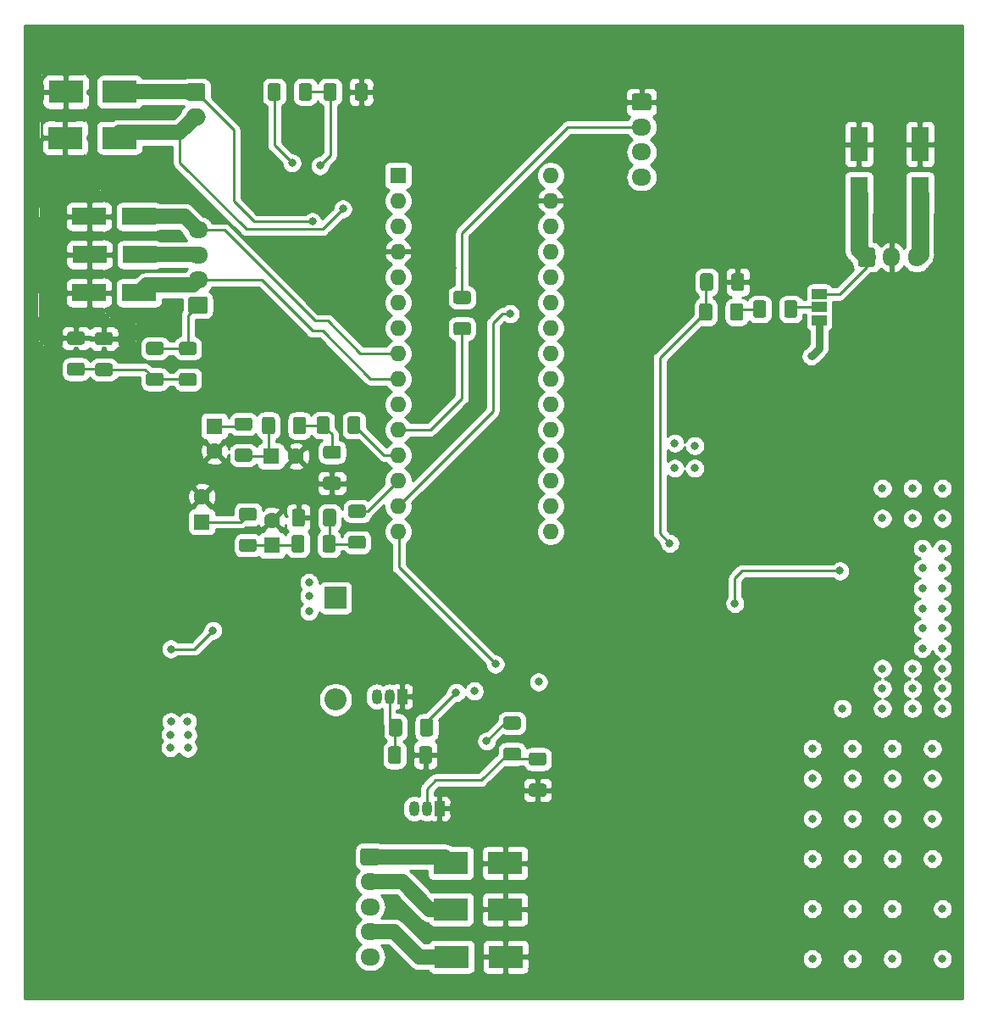
<source format=gbr>
%TF.GenerationSoftware,KiCad,Pcbnew,5.1.10-88a1d61d58~88~ubuntu18.04.1*%
%TF.CreationDate,2021-05-23T19:09:43+03:00*%
%TF.ProjectId,Micra Cruise Control Schemantics,4d696372-6120-4437-9275-69736520436f,rev?*%
%TF.SameCoordinates,Original*%
%TF.FileFunction,Copper,L4,Bot*%
%TF.FilePolarity,Positive*%
%FSLAX46Y46*%
G04 Gerber Fmt 4.6, Leading zero omitted, Abs format (unit mm)*
G04 Created by KiCad (PCBNEW 5.1.10-88a1d61d58~88~ubuntu18.04.1) date 2021-05-23 19:09:43*
%MOMM*%
%LPD*%
G01*
G04 APERTURE LIST*
%TA.AperFunction,ComponentPad*%
%ADD10O,1.600000X1.600000*%
%TD*%
%TA.AperFunction,ComponentPad*%
%ADD11R,1.600000X1.600000*%
%TD*%
%TA.AperFunction,ComponentPad*%
%ADD12O,1.950000X1.700000*%
%TD*%
%TA.AperFunction,ComponentPad*%
%ADD13R,1.050000X1.500000*%
%TD*%
%TA.AperFunction,ComponentPad*%
%ADD14O,1.050000X1.500000*%
%TD*%
%TA.AperFunction,SMDPad,CuDef*%
%ADD15R,1.500000X1.000000*%
%TD*%
%TA.AperFunction,ComponentPad*%
%ADD16O,1.700000X1.950000*%
%TD*%
%TA.AperFunction,ComponentPad*%
%ADD17O,2.000000X1.700000*%
%TD*%
%TA.AperFunction,SMDPad,CuDef*%
%ADD18R,3.500000X1.800000*%
%TD*%
%TA.AperFunction,SMDPad,CuDef*%
%ADD19R,3.500000X2.300000*%
%TD*%
%TA.AperFunction,SMDPad,CuDef*%
%ADD20R,1.800000X3.500000*%
%TD*%
%TA.AperFunction,ComponentPad*%
%ADD21O,2.200000X2.200000*%
%TD*%
%TA.AperFunction,ComponentPad*%
%ADD22R,2.200000X2.200000*%
%TD*%
%TA.AperFunction,ComponentPad*%
%ADD23C,1.600000*%
%TD*%
%TA.AperFunction,ViaPad*%
%ADD24C,0.800000*%
%TD*%
%TA.AperFunction,Conductor*%
%ADD25C,0.250000*%
%TD*%
%TA.AperFunction,Conductor*%
%ADD26C,1.500000*%
%TD*%
%TA.AperFunction,Conductor*%
%ADD27C,0.750000*%
%TD*%
%TA.AperFunction,Conductor*%
%ADD28C,1.750000*%
%TD*%
%TA.AperFunction,Conductor*%
%ADD29C,0.254000*%
%TD*%
%TA.AperFunction,Conductor*%
%ADD30C,0.100000*%
%TD*%
G04 APERTURE END LIST*
D10*
%TO.P,A1,16*%
%TO.N,Net-(A1-Pad16)*%
X89840000Y-86310000D03*
%TO.P,A1,15*%
%TO.N,Brake*%
X74600000Y-86310000D03*
%TO.P,A1,30*%
%TO.N,Net-(A1-Pad30)*%
X89840000Y-50750000D03*
%TO.P,A1,14*%
%TO.N,Buzzer*%
X74600000Y-83770000D03*
%TO.P,A1,29*%
%TO.N,GND*%
X89840000Y-53290000D03*
%TO.P,A1,13*%
%TO.N,Net-(A1-Pad13)*%
X74600000Y-81230000D03*
%TO.P,A1,28*%
%TO.N,Net-(A1-Pad28)*%
X89840000Y-55830000D03*
%TO.P,A1,12*%
%TO.N,Net-(A1-Pad12)*%
X74600000Y-78690000D03*
%TO.P,A1,27*%
%TO.N,Vcc*%
X89840000Y-58370000D03*
%TO.P,A1,11*%
%TO.N,Net-(A1-Pad11)*%
X74600000Y-76150000D03*
%TO.P,A1,26*%
%TO.N,Net-(A1-Pad26)*%
X89840000Y-60910000D03*
%TO.P,A1,10*%
%TO.N,ButtonRedLight*%
X74600000Y-73610000D03*
%TO.P,A1,25*%
%TO.N,Net-(A1-Pad25)*%
X89840000Y-63450000D03*
%TO.P,A1,9*%
%TO.N,ButtonBlueLight*%
X74600000Y-71070000D03*
%TO.P,A1,24*%
%TO.N,Net-(A1-Pad24)*%
X89840000Y-65990000D03*
%TO.P,A1,8*%
%TO.N,ButtonGreenLight*%
X74600000Y-68530000D03*
%TO.P,A1,23*%
%TO.N,Net-(A1-Pad23)*%
X89840000Y-68530000D03*
%TO.P,A1,7*%
%TO.N,CruiseControlEnMcu*%
X74600000Y-65990000D03*
%TO.P,A1,22*%
%TO.N,Net-(A1-Pad22)*%
X89840000Y-71070000D03*
%TO.P,A1,6*%
%TO.N,Net-(A1-Pad6)*%
X74600000Y-63450000D03*
%TO.P,A1,21*%
%TO.N,Net-(A1-Pad21)*%
X89840000Y-73610000D03*
%TO.P,A1,5*%
%TO.N,Net-(A1-Pad5)*%
X74600000Y-60910000D03*
%TO.P,A1,20*%
%TO.N,Net-(A1-Pad20)*%
X89840000Y-76150000D03*
%TO.P,A1,4*%
%TO.N,GND*%
X74600000Y-58370000D03*
%TO.P,A1,19*%
%TO.N,Net-(A1-Pad19)*%
X89840000Y-78690000D03*
%TO.P,A1,3*%
%TO.N,Net-(A1-Pad3)*%
X74600000Y-55830000D03*
%TO.P,A1,18*%
%TO.N,Net-(A1-Pad18)*%
X89840000Y-81230000D03*
%TO.P,A1,2*%
%TO.N,Net-(A1-Pad2)*%
X74600000Y-53290000D03*
%TO.P,A1,17*%
%TO.N,Net-(A1-Pad17)*%
X89840000Y-83770000D03*
D11*
%TO.P,A1,1*%
%TO.N,Net-(A1-Pad1)*%
X74600000Y-50750000D03*
%TD*%
D12*
%TO.P,J1,5*%
%TO.N,AccelOutA*%
X71800000Y-128800000D03*
%TO.P,J1,4*%
%TO.N,AccelPedalA*%
X71800000Y-126300000D03*
%TO.P,J1,3*%
%TO.N,AccelOutB*%
X71800000Y-123800000D03*
%TO.P,J1,2*%
%TO.N,AccelPedalB*%
X71800000Y-121300000D03*
%TO.P,J1,1*%
%TO.N,Net-(D6-Pad1)*%
%TA.AperFunction,ComponentPad*%
G36*
G01*
X71075000Y-117950000D02*
X72525000Y-117950000D01*
G75*
G02*
X72775000Y-118200000I0J-250000D01*
G01*
X72775000Y-119400000D01*
G75*
G02*
X72525000Y-119650000I-250000J0D01*
G01*
X71075000Y-119650000D01*
G75*
G02*
X70825000Y-119400000I0J250000D01*
G01*
X70825000Y-118200000D01*
G75*
G02*
X71075000Y-117950000I250000J0D01*
G01*
G37*
%TD.AperFunction*%
%TD*%
%TO.P,R26,2*%
%TO.N,Net-(JP1-Pad2)*%
%TA.AperFunction,SMDPad,CuDef*%
G36*
G01*
X113200000Y-64725000D02*
X113200000Y-63475000D01*
G75*
G02*
X113450000Y-63225000I250000J0D01*
G01*
X114250000Y-63225000D01*
G75*
G02*
X114500000Y-63475000I0J-250000D01*
G01*
X114500000Y-64725000D01*
G75*
G02*
X114250000Y-64975000I-250000J0D01*
G01*
X113450000Y-64975000D01*
G75*
G02*
X113200000Y-64725000I0J250000D01*
G01*
G37*
%TD.AperFunction*%
%TO.P,R26,1*%
%TO.N,Net-(R13-Pad2)*%
%TA.AperFunction,SMDPad,CuDef*%
G36*
G01*
X110100000Y-64725000D02*
X110100000Y-63475000D01*
G75*
G02*
X110350000Y-63225000I250000J0D01*
G01*
X111150000Y-63225000D01*
G75*
G02*
X111400000Y-63475000I0J-250000D01*
G01*
X111400000Y-64725000D01*
G75*
G02*
X111150000Y-64975000I-250000J0D01*
G01*
X110350000Y-64975000D01*
G75*
G02*
X110100000Y-64725000I0J250000D01*
G01*
G37*
%TD.AperFunction*%
%TD*%
%TO.P,R25,2*%
%TO.N,Net-(A1-Pad13)*%
%TA.AperFunction,SMDPad,CuDef*%
G36*
G01*
X71125000Y-84950000D02*
X69875000Y-84950000D01*
G75*
G02*
X69625000Y-84700000I0J250000D01*
G01*
X69625000Y-83900000D01*
G75*
G02*
X69875000Y-83650000I250000J0D01*
G01*
X71125000Y-83650000D01*
G75*
G02*
X71375000Y-83900000I0J-250000D01*
G01*
X71375000Y-84700000D01*
G75*
G02*
X71125000Y-84950000I-250000J0D01*
G01*
G37*
%TD.AperFunction*%
%TO.P,R25,1*%
%TO.N,Net-(R23-Pad2)*%
%TA.AperFunction,SMDPad,CuDef*%
G36*
G01*
X71125000Y-88050000D02*
X69875000Y-88050000D01*
G75*
G02*
X69625000Y-87800000I0J250000D01*
G01*
X69625000Y-87000000D01*
G75*
G02*
X69875000Y-86750000I250000J0D01*
G01*
X71125000Y-86750000D01*
G75*
G02*
X71375000Y-87000000I0J-250000D01*
G01*
X71375000Y-87800000D01*
G75*
G02*
X71125000Y-88050000I-250000J0D01*
G01*
G37*
%TD.AperFunction*%
%TD*%
%TO.P,R24,2*%
%TO.N,Net-(A1-Pad12)*%
%TA.AperFunction,SMDPad,CuDef*%
G36*
G01*
X69550000Y-76325000D02*
X69550000Y-75075000D01*
G75*
G02*
X69800000Y-74825000I250000J0D01*
G01*
X70600000Y-74825000D01*
G75*
G02*
X70850000Y-75075000I0J-250000D01*
G01*
X70850000Y-76325000D01*
G75*
G02*
X70600000Y-76575000I-250000J0D01*
G01*
X69800000Y-76575000D01*
G75*
G02*
X69550000Y-76325000I0J250000D01*
G01*
G37*
%TD.AperFunction*%
%TO.P,R24,1*%
%TO.N,Net-(R22-Pad2)*%
%TA.AperFunction,SMDPad,CuDef*%
G36*
G01*
X66450000Y-76325000D02*
X66450000Y-75075000D01*
G75*
G02*
X66700000Y-74825000I250000J0D01*
G01*
X67500000Y-74825000D01*
G75*
G02*
X67750000Y-75075000I0J-250000D01*
G01*
X67750000Y-76325000D01*
G75*
G02*
X67500000Y-76575000I-250000J0D01*
G01*
X66700000Y-76575000D01*
G75*
G02*
X66450000Y-76325000I0J250000D01*
G01*
G37*
%TD.AperFunction*%
%TD*%
%TO.P,R23,2*%
%TO.N,Net-(R23-Pad2)*%
%TA.AperFunction,SMDPad,CuDef*%
G36*
G01*
X67100000Y-85575000D02*
X67100000Y-84325000D01*
G75*
G02*
X67350000Y-84075000I250000J0D01*
G01*
X68150000Y-84075000D01*
G75*
G02*
X68400000Y-84325000I0J-250000D01*
G01*
X68400000Y-85575000D01*
G75*
G02*
X68150000Y-85825000I-250000J0D01*
G01*
X67350000Y-85825000D01*
G75*
G02*
X67100000Y-85575000I0J250000D01*
G01*
G37*
%TD.AperFunction*%
%TO.P,R23,1*%
%TO.N,GND*%
%TA.AperFunction,SMDPad,CuDef*%
G36*
G01*
X64000000Y-85575000D02*
X64000000Y-84325000D01*
G75*
G02*
X64250000Y-84075000I250000J0D01*
G01*
X65050000Y-84075000D01*
G75*
G02*
X65300000Y-84325000I0J-250000D01*
G01*
X65300000Y-85575000D01*
G75*
G02*
X65050000Y-85825000I-250000J0D01*
G01*
X64250000Y-85825000D01*
G75*
G02*
X64000000Y-85575000I0J250000D01*
G01*
G37*
%TD.AperFunction*%
%TD*%
%TO.P,R22,2*%
%TO.N,Net-(R22-Pad2)*%
%TA.AperFunction,SMDPad,CuDef*%
G36*
G01*
X68625000Y-79050000D02*
X67375000Y-79050000D01*
G75*
G02*
X67125000Y-78800000I0J250000D01*
G01*
X67125000Y-78000000D01*
G75*
G02*
X67375000Y-77750000I250000J0D01*
G01*
X68625000Y-77750000D01*
G75*
G02*
X68875000Y-78000000I0J-250000D01*
G01*
X68875000Y-78800000D01*
G75*
G02*
X68625000Y-79050000I-250000J0D01*
G01*
G37*
%TD.AperFunction*%
%TO.P,R22,1*%
%TO.N,GND*%
%TA.AperFunction,SMDPad,CuDef*%
G36*
G01*
X68625000Y-82150000D02*
X67375000Y-82150000D01*
G75*
G02*
X67125000Y-81900000I0J250000D01*
G01*
X67125000Y-81100000D01*
G75*
G02*
X67375000Y-80850000I250000J0D01*
G01*
X68625000Y-80850000D01*
G75*
G02*
X68875000Y-81100000I0J-250000D01*
G01*
X68875000Y-81900000D01*
G75*
G02*
X68625000Y-82150000I-250000J0D01*
G01*
G37*
%TD.AperFunction*%
%TD*%
%TO.P,R21,2*%
%TO.N,GND*%
%TA.AperFunction,SMDPad,CuDef*%
G36*
G01*
X43043000Y-67654000D02*
X41793000Y-67654000D01*
G75*
G02*
X41543000Y-67404000I0J250000D01*
G01*
X41543000Y-66604000D01*
G75*
G02*
X41793000Y-66354000I250000J0D01*
G01*
X43043000Y-66354000D01*
G75*
G02*
X43293000Y-66604000I0J-250000D01*
G01*
X43293000Y-67404000D01*
G75*
G02*
X43043000Y-67654000I-250000J0D01*
G01*
G37*
%TD.AperFunction*%
%TO.P,R21,1*%
%TO.N,Net-(R17-Pad2)*%
%TA.AperFunction,SMDPad,CuDef*%
G36*
G01*
X43043000Y-70754000D02*
X41793000Y-70754000D01*
G75*
G02*
X41543000Y-70504000I0J250000D01*
G01*
X41543000Y-69704000D01*
G75*
G02*
X41793000Y-69454000I250000J0D01*
G01*
X43043000Y-69454000D01*
G75*
G02*
X43293000Y-69704000I0J-250000D01*
G01*
X43293000Y-70504000D01*
G75*
G02*
X43043000Y-70754000I-250000J0D01*
G01*
G37*
%TD.AperFunction*%
%TD*%
%TO.P,R20,2*%
%TO.N,Net-(R17-Pad2)*%
%TA.AperFunction,SMDPad,CuDef*%
G36*
G01*
X52969000Y-70496000D02*
X54219000Y-70496000D01*
G75*
G02*
X54469000Y-70746000I0J-250000D01*
G01*
X54469000Y-71546000D01*
G75*
G02*
X54219000Y-71796000I-250000J0D01*
G01*
X52969000Y-71796000D01*
G75*
G02*
X52719000Y-71546000I0J250000D01*
G01*
X52719000Y-70746000D01*
G75*
G02*
X52969000Y-70496000I250000J0D01*
G01*
G37*
%TD.AperFunction*%
%TO.P,R20,1*%
%TO.N,Net-(J5-Pad1)*%
%TA.AperFunction,SMDPad,CuDef*%
G36*
G01*
X52969000Y-67396000D02*
X54219000Y-67396000D01*
G75*
G02*
X54469000Y-67646000I0J-250000D01*
G01*
X54469000Y-68446000D01*
G75*
G02*
X54219000Y-68696000I-250000J0D01*
G01*
X52969000Y-68696000D01*
G75*
G02*
X52719000Y-68446000I0J250000D01*
G01*
X52719000Y-67646000D01*
G75*
G02*
X52969000Y-67396000I250000J0D01*
G01*
G37*
%TD.AperFunction*%
%TD*%
%TO.P,R19,2*%
%TO.N,GND*%
%TA.AperFunction,SMDPad,CuDef*%
G36*
G01*
X45837000Y-67706000D02*
X44587000Y-67706000D01*
G75*
G02*
X44337000Y-67456000I0J250000D01*
G01*
X44337000Y-66656000D01*
G75*
G02*
X44587000Y-66406000I250000J0D01*
G01*
X45837000Y-66406000D01*
G75*
G02*
X46087000Y-66656000I0J-250000D01*
G01*
X46087000Y-67456000D01*
G75*
G02*
X45837000Y-67706000I-250000J0D01*
G01*
G37*
%TD.AperFunction*%
%TO.P,R19,1*%
%TO.N,Net-(R17-Pad2)*%
%TA.AperFunction,SMDPad,CuDef*%
G36*
G01*
X45837000Y-70806000D02*
X44587000Y-70806000D01*
G75*
G02*
X44337000Y-70556000I0J250000D01*
G01*
X44337000Y-69756000D01*
G75*
G02*
X44587000Y-69506000I250000J0D01*
G01*
X45837000Y-69506000D01*
G75*
G02*
X46087000Y-69756000I0J-250000D01*
G01*
X46087000Y-70556000D01*
G75*
G02*
X45837000Y-70806000I-250000J0D01*
G01*
G37*
%TD.AperFunction*%
%TD*%
%TO.P,R18,2*%
%TO.N,Net-(A1-Pad11)*%
%TA.AperFunction,SMDPad,CuDef*%
G36*
G01*
X80375000Y-65400000D02*
X81625000Y-65400000D01*
G75*
G02*
X81875000Y-65650000I0J-250000D01*
G01*
X81875000Y-66450000D01*
G75*
G02*
X81625000Y-66700000I-250000J0D01*
G01*
X80375000Y-66700000D01*
G75*
G02*
X80125000Y-66450000I0J250000D01*
G01*
X80125000Y-65650000D01*
G75*
G02*
X80375000Y-65400000I250000J0D01*
G01*
G37*
%TD.AperFunction*%
%TO.P,R18,1*%
%TO.N,ButtonInput*%
%TA.AperFunction,SMDPad,CuDef*%
G36*
G01*
X80375000Y-62300000D02*
X81625000Y-62300000D01*
G75*
G02*
X81875000Y-62550000I0J-250000D01*
G01*
X81875000Y-63350000D01*
G75*
G02*
X81625000Y-63600000I-250000J0D01*
G01*
X80375000Y-63600000D01*
G75*
G02*
X80125000Y-63350000I0J250000D01*
G01*
X80125000Y-62550000D01*
G75*
G02*
X80375000Y-62300000I250000J0D01*
G01*
G37*
%TD.AperFunction*%
%TD*%
%TO.P,R17,2*%
%TO.N,Net-(R17-Pad2)*%
%TA.AperFunction,SMDPad,CuDef*%
G36*
G01*
X49667000Y-70470000D02*
X50917000Y-70470000D01*
G75*
G02*
X51167000Y-70720000I0J-250000D01*
G01*
X51167000Y-71520000D01*
G75*
G02*
X50917000Y-71770000I-250000J0D01*
G01*
X49667000Y-71770000D01*
G75*
G02*
X49417000Y-71520000I0J250000D01*
G01*
X49417000Y-70720000D01*
G75*
G02*
X49667000Y-70470000I250000J0D01*
G01*
G37*
%TD.AperFunction*%
%TO.P,R17,1*%
%TO.N,Net-(J5-Pad1)*%
%TA.AperFunction,SMDPad,CuDef*%
G36*
G01*
X49667000Y-67370000D02*
X50917000Y-67370000D01*
G75*
G02*
X51167000Y-67620000I0J-250000D01*
G01*
X51167000Y-68420000D01*
G75*
G02*
X50917000Y-68670000I-250000J0D01*
G01*
X49667000Y-68670000D01*
G75*
G02*
X49417000Y-68420000I0J250000D01*
G01*
X49417000Y-67620000D01*
G75*
G02*
X49667000Y-67370000I250000J0D01*
G01*
G37*
%TD.AperFunction*%
%TD*%
%TO.P,R14,2*%
%TO.N,Net-(R13-Pad1)*%
%TA.AperFunction,SMDPad,CuDef*%
G36*
G01*
X106100000Y-60775000D02*
X106100000Y-62025000D01*
G75*
G02*
X105850000Y-62275000I-250000J0D01*
G01*
X105050000Y-62275000D01*
G75*
G02*
X104800000Y-62025000I0J250000D01*
G01*
X104800000Y-60775000D01*
G75*
G02*
X105050000Y-60525000I250000J0D01*
G01*
X105850000Y-60525000D01*
G75*
G02*
X106100000Y-60775000I0J-250000D01*
G01*
G37*
%TD.AperFunction*%
%TO.P,R14,1*%
%TO.N,GND*%
%TA.AperFunction,SMDPad,CuDef*%
G36*
G01*
X109200000Y-60775000D02*
X109200000Y-62025000D01*
G75*
G02*
X108950000Y-62275000I-250000J0D01*
G01*
X108150000Y-62275000D01*
G75*
G02*
X107900000Y-62025000I0J250000D01*
G01*
X107900000Y-60775000D01*
G75*
G02*
X108150000Y-60525000I250000J0D01*
G01*
X108950000Y-60525000D01*
G75*
G02*
X109200000Y-60775000I0J-250000D01*
G01*
G37*
%TD.AperFunction*%
%TD*%
%TO.P,R13,2*%
%TO.N,Net-(R13-Pad2)*%
%TA.AperFunction,SMDPad,CuDef*%
G36*
G01*
X107800000Y-65025000D02*
X107800000Y-63775000D01*
G75*
G02*
X108050000Y-63525000I250000J0D01*
G01*
X108850000Y-63525000D01*
G75*
G02*
X109100000Y-63775000I0J-250000D01*
G01*
X109100000Y-65025000D01*
G75*
G02*
X108850000Y-65275000I-250000J0D01*
G01*
X108050000Y-65275000D01*
G75*
G02*
X107800000Y-65025000I0J250000D01*
G01*
G37*
%TD.AperFunction*%
%TO.P,R13,1*%
%TO.N,Net-(R13-Pad1)*%
%TA.AperFunction,SMDPad,CuDef*%
G36*
G01*
X104700000Y-65025000D02*
X104700000Y-63775000D01*
G75*
G02*
X104950000Y-63525000I250000J0D01*
G01*
X105750000Y-63525000D01*
G75*
G02*
X106000000Y-63775000I0J-250000D01*
G01*
X106000000Y-65025000D01*
G75*
G02*
X105750000Y-65275000I-250000J0D01*
G01*
X104950000Y-65275000D01*
G75*
G02*
X104700000Y-65025000I0J250000D01*
G01*
G37*
%TD.AperFunction*%
%TD*%
%TO.P,R12,2*%
%TO.N,Net-(Q2-Pad2)*%
%TA.AperFunction,SMDPad,CuDef*%
G36*
G01*
X74900000Y-108025000D02*
X74900000Y-109275000D01*
G75*
G02*
X74650000Y-109525000I-250000J0D01*
G01*
X73850000Y-109525000D01*
G75*
G02*
X73600000Y-109275000I0J250000D01*
G01*
X73600000Y-108025000D01*
G75*
G02*
X73850000Y-107775000I250000J0D01*
G01*
X74650000Y-107775000D01*
G75*
G02*
X74900000Y-108025000I0J-250000D01*
G01*
G37*
%TD.AperFunction*%
%TO.P,R12,1*%
%TO.N,GND*%
%TA.AperFunction,SMDPad,CuDef*%
G36*
G01*
X78000000Y-108025000D02*
X78000000Y-109275000D01*
G75*
G02*
X77750000Y-109525000I-250000J0D01*
G01*
X76950000Y-109525000D01*
G75*
G02*
X76700000Y-109275000I0J250000D01*
G01*
X76700000Y-108025000D01*
G75*
G02*
X76950000Y-107775000I250000J0D01*
G01*
X77750000Y-107775000D01*
G75*
G02*
X78000000Y-108025000I0J-250000D01*
G01*
G37*
%TD.AperFunction*%
%TD*%
%TO.P,R11,2*%
%TO.N,Net-(Q2-Pad2)*%
%TA.AperFunction,SMDPad,CuDef*%
G36*
G01*
X75000000Y-105275000D02*
X75000000Y-106525000D01*
G75*
G02*
X74750000Y-106775000I-250000J0D01*
G01*
X73950000Y-106775000D01*
G75*
G02*
X73700000Y-106525000I0J250000D01*
G01*
X73700000Y-105275000D01*
G75*
G02*
X73950000Y-105025000I250000J0D01*
G01*
X74750000Y-105025000D01*
G75*
G02*
X75000000Y-105275000I0J-250000D01*
G01*
G37*
%TD.AperFunction*%
%TO.P,R11,1*%
%TO.N,CruiseControlEnable*%
%TA.AperFunction,SMDPad,CuDef*%
G36*
G01*
X78100000Y-105275000D02*
X78100000Y-106525000D01*
G75*
G02*
X77850000Y-106775000I-250000J0D01*
G01*
X77050000Y-106775000D01*
G75*
G02*
X76800000Y-106525000I0J250000D01*
G01*
X76800000Y-105275000D01*
G75*
G02*
X77050000Y-105025000I250000J0D01*
G01*
X77850000Y-105025000D01*
G75*
G02*
X78100000Y-105275000I0J-250000D01*
G01*
G37*
%TD.AperFunction*%
%TD*%
%TO.P,R10,2*%
%TO.N,Net-(Q1-Pad2)*%
%TA.AperFunction,SMDPad,CuDef*%
G36*
G01*
X89175000Y-109700000D02*
X87925000Y-109700000D01*
G75*
G02*
X87675000Y-109450000I0J250000D01*
G01*
X87675000Y-108650000D01*
G75*
G02*
X87925000Y-108400000I250000J0D01*
G01*
X89175000Y-108400000D01*
G75*
G02*
X89425000Y-108650000I0J-250000D01*
G01*
X89425000Y-109450000D01*
G75*
G02*
X89175000Y-109700000I-250000J0D01*
G01*
G37*
%TD.AperFunction*%
%TO.P,R10,1*%
%TO.N,GND*%
%TA.AperFunction,SMDPad,CuDef*%
G36*
G01*
X89175000Y-112800000D02*
X87925000Y-112800000D01*
G75*
G02*
X87675000Y-112550000I0J250000D01*
G01*
X87675000Y-111750000D01*
G75*
G02*
X87925000Y-111500000I250000J0D01*
G01*
X89175000Y-111500000D01*
G75*
G02*
X89425000Y-111750000I0J-250000D01*
G01*
X89425000Y-112550000D01*
G75*
G02*
X89175000Y-112800000I-250000J0D01*
G01*
G37*
%TD.AperFunction*%
%TD*%
%TO.P,R9,2*%
%TO.N,Net-(D6-Pad1)*%
%TA.AperFunction,SMDPad,CuDef*%
G36*
G01*
X86625000Y-106100000D02*
X85375000Y-106100000D01*
G75*
G02*
X85125000Y-105850000I0J250000D01*
G01*
X85125000Y-105050000D01*
G75*
G02*
X85375000Y-104800000I250000J0D01*
G01*
X86625000Y-104800000D01*
G75*
G02*
X86875000Y-105050000I0J-250000D01*
G01*
X86875000Y-105850000D01*
G75*
G02*
X86625000Y-106100000I-250000J0D01*
G01*
G37*
%TD.AperFunction*%
%TO.P,R9,1*%
%TO.N,Net-(Q1-Pad2)*%
%TA.AperFunction,SMDPad,CuDef*%
G36*
G01*
X86625000Y-109200000D02*
X85375000Y-109200000D01*
G75*
G02*
X85125000Y-108950000I0J250000D01*
G01*
X85125000Y-108150000D01*
G75*
G02*
X85375000Y-107900000I250000J0D01*
G01*
X86625000Y-107900000D01*
G75*
G02*
X86875000Y-108150000I0J-250000D01*
G01*
X86875000Y-108950000D01*
G75*
G02*
X86625000Y-109200000I-250000J0D01*
G01*
G37*
%TD.AperFunction*%
%TD*%
%TO.P,R8,2*%
%TO.N,Net-(R23-Pad2)*%
%TA.AperFunction,SMDPad,CuDef*%
G36*
G01*
X67050000Y-88175000D02*
X67050000Y-86925000D01*
G75*
G02*
X67300000Y-86675000I250000J0D01*
G01*
X68100000Y-86675000D01*
G75*
G02*
X68350000Y-86925000I0J-250000D01*
G01*
X68350000Y-88175000D01*
G75*
G02*
X68100000Y-88425000I-250000J0D01*
G01*
X67300000Y-88425000D01*
G75*
G02*
X67050000Y-88175000I0J250000D01*
G01*
G37*
%TD.AperFunction*%
%TO.P,R8,1*%
%TO.N,Net-(C8-Pad1)*%
%TA.AperFunction,SMDPad,CuDef*%
G36*
G01*
X63950000Y-88175000D02*
X63950000Y-86925000D01*
G75*
G02*
X64200000Y-86675000I250000J0D01*
G01*
X65000000Y-86675000D01*
G75*
G02*
X65250000Y-86925000I0J-250000D01*
G01*
X65250000Y-88175000D01*
G75*
G02*
X65000000Y-88425000I-250000J0D01*
G01*
X64200000Y-88425000D01*
G75*
G02*
X63950000Y-88175000I0J250000D01*
G01*
G37*
%TD.AperFunction*%
%TD*%
%TO.P,R7,2*%
%TO.N,Net-(R22-Pad2)*%
%TA.AperFunction,SMDPad,CuDef*%
G36*
G01*
X64100000Y-76375000D02*
X64100000Y-75125000D01*
G75*
G02*
X64350000Y-74875000I250000J0D01*
G01*
X65150000Y-74875000D01*
G75*
G02*
X65400000Y-75125000I0J-250000D01*
G01*
X65400000Y-76375000D01*
G75*
G02*
X65150000Y-76625000I-250000J0D01*
G01*
X64350000Y-76625000D01*
G75*
G02*
X64100000Y-76375000I0J250000D01*
G01*
G37*
%TD.AperFunction*%
%TO.P,R7,1*%
%TO.N,Net-(C7-Pad1)*%
%TA.AperFunction,SMDPad,CuDef*%
G36*
G01*
X61000000Y-76375000D02*
X61000000Y-75125000D01*
G75*
G02*
X61250000Y-74875000I250000J0D01*
G01*
X62050000Y-74875000D01*
G75*
G02*
X62300000Y-75125000I0J-250000D01*
G01*
X62300000Y-76375000D01*
G75*
G02*
X62050000Y-76625000I-250000J0D01*
G01*
X61250000Y-76625000D01*
G75*
G02*
X61000000Y-76375000I0J250000D01*
G01*
G37*
%TD.AperFunction*%
%TD*%
%TO.P,R6,2*%
%TO.N,Net-(C8-Pad1)*%
%TA.AperFunction,SMDPad,CuDef*%
G36*
G01*
X58975000Y-87050000D02*
X60225000Y-87050000D01*
G75*
G02*
X60475000Y-87300000I0J-250000D01*
G01*
X60475000Y-88100000D01*
G75*
G02*
X60225000Y-88350000I-250000J0D01*
G01*
X58975000Y-88350000D01*
G75*
G02*
X58725000Y-88100000I0J250000D01*
G01*
X58725000Y-87300000D01*
G75*
G02*
X58975000Y-87050000I250000J0D01*
G01*
G37*
%TD.AperFunction*%
%TO.P,R6,1*%
%TO.N,Net-(C6-Pad1)*%
%TA.AperFunction,SMDPad,CuDef*%
G36*
G01*
X58975000Y-83950000D02*
X60225000Y-83950000D01*
G75*
G02*
X60475000Y-84200000I0J-250000D01*
G01*
X60475000Y-85000000D01*
G75*
G02*
X60225000Y-85250000I-250000J0D01*
G01*
X58975000Y-85250000D01*
G75*
G02*
X58725000Y-85000000I0J250000D01*
G01*
X58725000Y-84200000D01*
G75*
G02*
X58975000Y-83950000I250000J0D01*
G01*
G37*
%TD.AperFunction*%
%TD*%
%TO.P,R5,2*%
%TO.N,Net-(C7-Pad1)*%
%TA.AperFunction,SMDPad,CuDef*%
G36*
G01*
X58525000Y-78050000D02*
X59775000Y-78050000D01*
G75*
G02*
X60025000Y-78300000I0J-250000D01*
G01*
X60025000Y-79100000D01*
G75*
G02*
X59775000Y-79350000I-250000J0D01*
G01*
X58525000Y-79350000D01*
G75*
G02*
X58275000Y-79100000I0J250000D01*
G01*
X58275000Y-78300000D01*
G75*
G02*
X58525000Y-78050000I250000J0D01*
G01*
G37*
%TD.AperFunction*%
%TO.P,R5,1*%
%TO.N,Net-(C5-Pad1)*%
%TA.AperFunction,SMDPad,CuDef*%
G36*
G01*
X58525000Y-74950000D02*
X59775000Y-74950000D01*
G75*
G02*
X60025000Y-75200000I0J-250000D01*
G01*
X60025000Y-76000000D01*
G75*
G02*
X59775000Y-76250000I-250000J0D01*
G01*
X58525000Y-76250000D01*
G75*
G02*
X58275000Y-76000000I0J250000D01*
G01*
X58275000Y-75200000D01*
G75*
G02*
X58525000Y-74950000I250000J0D01*
G01*
G37*
%TD.AperFunction*%
%TD*%
%TO.P,R4,2*%
%TO.N,GND*%
%TA.AperFunction,SMDPad,CuDef*%
G36*
G01*
X70268000Y-43043000D02*
X70268000Y-41793000D01*
G75*
G02*
X70518000Y-41543000I250000J0D01*
G01*
X71318000Y-41543000D01*
G75*
G02*
X71568000Y-41793000I0J-250000D01*
G01*
X71568000Y-43043000D01*
G75*
G02*
X71318000Y-43293000I-250000J0D01*
G01*
X70518000Y-43293000D01*
G75*
G02*
X70268000Y-43043000I0J250000D01*
G01*
G37*
%TD.AperFunction*%
%TO.P,R4,1*%
%TO.N,Net-(R3-Pad2)*%
%TA.AperFunction,SMDPad,CuDef*%
G36*
G01*
X67168000Y-43043000D02*
X67168000Y-41793000D01*
G75*
G02*
X67418000Y-41543000I250000J0D01*
G01*
X68218000Y-41543000D01*
G75*
G02*
X68468000Y-41793000I0J-250000D01*
G01*
X68468000Y-43043000D01*
G75*
G02*
X68218000Y-43293000I-250000J0D01*
G01*
X67418000Y-43293000D01*
G75*
G02*
X67168000Y-43043000I0J250000D01*
G01*
G37*
%TD.AperFunction*%
%TD*%
%TO.P,R3,2*%
%TO.N,Net-(R3-Pad2)*%
%TA.AperFunction,SMDPad,CuDef*%
G36*
G01*
X64680000Y-43043000D02*
X64680000Y-41793000D01*
G75*
G02*
X64930000Y-41543000I250000J0D01*
G01*
X65730000Y-41543000D01*
G75*
G02*
X65980000Y-41793000I0J-250000D01*
G01*
X65980000Y-43043000D01*
G75*
G02*
X65730000Y-43293000I-250000J0D01*
G01*
X64930000Y-43293000D01*
G75*
G02*
X64680000Y-43043000I0J250000D01*
G01*
G37*
%TD.AperFunction*%
%TO.P,R3,1*%
%TO.N,Vcc*%
%TA.AperFunction,SMDPad,CuDef*%
G36*
G01*
X61580000Y-43043000D02*
X61580000Y-41793000D01*
G75*
G02*
X61830000Y-41543000I250000J0D01*
G01*
X62630000Y-41543000D01*
G75*
G02*
X62880000Y-41793000I0J-250000D01*
G01*
X62880000Y-43043000D01*
G75*
G02*
X62630000Y-43293000I-250000J0D01*
G01*
X61830000Y-43293000D01*
G75*
G02*
X61580000Y-43043000I0J250000D01*
G01*
G37*
%TD.AperFunction*%
%TD*%
D13*
%TO.P,Q2,1*%
%TO.N,GND*%
X75000000Y-102800000D03*
D14*
%TO.P,Q2,3*%
%TO.N,Net-(D1-Pad2)*%
X72460000Y-102800000D03*
%TO.P,Q2,2*%
%TO.N,Net-(Q2-Pad2)*%
X73730000Y-102800000D03*
%TD*%
D13*
%TO.P,Q1,1*%
%TO.N,GND*%
X78750000Y-114000000D03*
D14*
%TO.P,Q1,3*%
%TO.N,Brake*%
X76210000Y-114000000D03*
%TO.P,Q1,2*%
%TO.N,Net-(Q1-Pad2)*%
X77480000Y-114000000D03*
%TD*%
D15*
%TO.P,JP1,1*%
%TO.N,AccessoryPowerSignal*%
X116700000Y-62600000D03*
%TO.P,JP1,2*%
%TO.N,Net-(JP1-Pad2)*%
X116700000Y-63900000D03*
%TO.P,JP1,3*%
%TO.N,+12V*%
X116700000Y-65200000D03*
%TD*%
%TO.P,J5,1*%
%TO.N,Net-(J5-Pad1)*%
%TA.AperFunction,ComponentPad*%
G36*
G01*
X55335000Y-64564000D02*
X53885000Y-64564000D01*
G75*
G02*
X53635000Y-64314000I0J250000D01*
G01*
X53635000Y-63114000D01*
G75*
G02*
X53885000Y-62864000I250000J0D01*
G01*
X55335000Y-62864000D01*
G75*
G02*
X55585000Y-63114000I0J-250000D01*
G01*
X55585000Y-64314000D01*
G75*
G02*
X55335000Y-64564000I-250000J0D01*
G01*
G37*
%TD.AperFunction*%
D12*
%TO.P,J5,2*%
%TO.N,ButtonBlueLight*%
X54610000Y-61214000D03*
%TO.P,J5,3*%
%TO.N,ButtonRedLight*%
X54610000Y-58714000D03*
%TO.P,J5,4*%
%TO.N,ButtonGreenLight*%
X54610000Y-56214000D03*
%TD*%
D16*
%TO.P,J4,3*%
%TO.N,Net-(D9-Pad1)*%
X126430000Y-58930000D03*
%TO.P,J4,2*%
%TO.N,GND*%
X123930000Y-58930000D03*
%TO.P,J4,1*%
%TO.N,AccessoryPowerSignal*%
%TA.AperFunction,ComponentPad*%
G36*
G01*
X120580000Y-59655000D02*
X120580000Y-58205000D01*
G75*
G02*
X120830000Y-57955000I250000J0D01*
G01*
X122030000Y-57955000D01*
G75*
G02*
X122280000Y-58205000I0J-250000D01*
G01*
X122280000Y-59655000D01*
G75*
G02*
X122030000Y-59905000I-250000J0D01*
G01*
X120830000Y-59905000D01*
G75*
G02*
X120580000Y-59655000I0J250000D01*
G01*
G37*
%TD.AperFunction*%
%TD*%
D12*
%TO.P,J3,4*%
%TO.N,Vcc*%
X98938000Y-50930000D03*
%TO.P,J3,3*%
%TO.N,Net-(D7-Pad1)*%
X98938000Y-48430000D03*
%TO.P,J3,2*%
%TO.N,ButtonInput*%
X98938000Y-45930000D03*
%TO.P,J3,1*%
%TO.N,GND*%
%TA.AperFunction,ComponentPad*%
G36*
G01*
X98213000Y-42580000D02*
X99663000Y-42580000D01*
G75*
G02*
X99913000Y-42830000I0J-250000D01*
G01*
X99913000Y-44030000D01*
G75*
G02*
X99663000Y-44280000I-250000J0D01*
G01*
X98213000Y-44280000D01*
G75*
G02*
X97963000Y-44030000I0J250000D01*
G01*
X97963000Y-42830000D01*
G75*
G02*
X98213000Y-42580000I250000J0D01*
G01*
G37*
%TD.AperFunction*%
%TD*%
D17*
%TO.P,J2,2*%
%TO.N,WheelSensorB*%
X54356000Y-44918000D03*
%TO.P,J2,1*%
%TO.N,WheelSensorA*%
%TA.AperFunction,ComponentPad*%
G36*
G01*
X53606000Y-41568000D02*
X55106000Y-41568000D01*
G75*
G02*
X55356000Y-41818000I0J-250000D01*
G01*
X55356000Y-43018000D01*
G75*
G02*
X55106000Y-43268000I-250000J0D01*
G01*
X53606000Y-43268000D01*
G75*
G02*
X53356000Y-43018000I0J250000D01*
G01*
X53356000Y-41818000D01*
G75*
G02*
X53606000Y-41568000I250000J0D01*
G01*
G37*
%TD.AperFunction*%
%TD*%
D18*
%TO.P,D13,2*%
%TO.N,GND*%
X43728000Y-62484000D03*
%TO.P,D13,1*%
%TO.N,ButtonBlueLight*%
X48728000Y-62484000D03*
%TD*%
D19*
%TO.P,D12,2*%
%TO.N,GND*%
X41336000Y-47000000D03*
%TO.P,D12,1*%
%TO.N,WheelSensorB*%
X46736000Y-47000000D03*
%TD*%
%TO.P,D11,2*%
%TO.N,GND*%
X41402000Y-42418000D03*
%TO.P,D11,1*%
%TO.N,WheelSensorA*%
X46802000Y-42418000D03*
%TD*%
D20*
%TO.P,D10,2*%
%TO.N,GND*%
X120650000Y-47630000D03*
%TO.P,D10,1*%
%TO.N,AccessoryPowerSignal*%
X120650000Y-52630000D03*
%TD*%
%TO.P,D9,2*%
%TO.N,GND*%
X126750000Y-47630000D03*
%TO.P,D9,1*%
%TO.N,Net-(D9-Pad1)*%
X126750000Y-52630000D03*
%TD*%
D19*
%TO.P,D6,2*%
%TO.N,GND*%
X85300000Y-119450000D03*
%TO.P,D6,1*%
%TO.N,Net-(D6-Pad1)*%
X79900000Y-119450000D03*
%TD*%
D18*
%TO.P,D5,2*%
%TO.N,GND*%
X43768000Y-58674000D03*
%TO.P,D5,1*%
%TO.N,ButtonRedLight*%
X48768000Y-58674000D03*
%TD*%
%TO.P,D4,2*%
%TO.N,GND*%
X43728000Y-54864000D03*
%TO.P,D4,1*%
%TO.N,ButtonGreenLight*%
X48728000Y-54864000D03*
%TD*%
D19*
%TO.P,D3,2*%
%TO.N,GND*%
X85350000Y-128800000D03*
%TO.P,D3,1*%
%TO.N,AccelPedalA*%
X79950000Y-128800000D03*
%TD*%
%TO.P,D2,2*%
%TO.N,GND*%
X85300000Y-124050000D03*
%TO.P,D2,1*%
%TO.N,AccelPedalB*%
X79900000Y-124050000D03*
%TD*%
D21*
%TO.P,D1,2*%
%TO.N,Net-(D1-Pad2)*%
X68350000Y-103110000D03*
D22*
%TO.P,D1,1*%
%TO.N,Vcc*%
X68350000Y-92950000D03*
%TD*%
D23*
%TO.P,C8,2*%
%TO.N,GND*%
X62000000Y-85200000D03*
D11*
%TO.P,C8,1*%
%TO.N,Net-(C8-Pad1)*%
X62000000Y-87700000D03*
%TD*%
D23*
%TO.P,C7,2*%
%TO.N,GND*%
X64400000Y-78800000D03*
D11*
%TO.P,C7,1*%
%TO.N,Net-(C7-Pad1)*%
X61900000Y-78800000D03*
%TD*%
D23*
%TO.P,C6,2*%
%TO.N,GND*%
X55000000Y-82850000D03*
D11*
%TO.P,C6,1*%
%TO.N,Net-(C6-Pad1)*%
X55000000Y-85350000D03*
%TD*%
D23*
%TO.P,C5,2*%
%TO.N,GND*%
X56250000Y-78300000D03*
D11*
%TO.P,C5,1*%
%TO.N,Net-(C5-Pad1)*%
X56250000Y-75800000D03*
%TD*%
D24*
%TO.N,GND*%
X82400000Y-95654000D03*
X39878000Y-65786000D03*
X39624000Y-62738000D03*
X39624000Y-58674000D03*
X39624000Y-54864000D03*
X40640000Y-52324000D03*
X40640000Y-50038000D03*
X42672000Y-51054000D03*
X73406000Y-42418000D03*
X109750000Y-91500000D03*
X111250000Y-91500000D03*
X113000000Y-91500000D03*
X115000000Y-91500000D03*
X109750000Y-93000000D03*
X111250000Y-93000000D03*
X113000000Y-93000000D03*
X115000000Y-93000000D03*
X111250000Y-94500000D03*
X113000000Y-94500000D03*
X115000000Y-94500000D03*
X113000000Y-96000000D03*
X115000000Y-96000000D03*
X118500000Y-93250000D03*
X118500000Y-94750000D03*
X118500000Y-96500000D03*
X118500000Y-98250000D03*
X107000000Y-84000000D03*
X107000000Y-82750000D03*
X107000000Y-81500000D03*
X107000000Y-80250000D03*
X107000000Y-78750000D03*
X107000000Y-77500000D03*
X108750000Y-77250000D03*
X107000000Y-75750000D03*
X108750000Y-75750000D03*
X110250000Y-87000000D03*
X110250000Y-88250000D03*
X96250000Y-83750000D03*
X96250000Y-81750000D03*
X99000000Y-80250000D03*
X99000000Y-78250000D03*
X96250000Y-78250000D03*
X96250000Y-80250000D03*
X102500000Y-90000000D03*
X102500000Y-92500000D03*
X102500000Y-95000000D03*
X95000000Y-75000000D03*
X97500000Y-75000000D03*
X97500000Y-72500000D03*
X95000000Y-72500000D03*
X95000000Y-70000000D03*
X97500000Y-70000000D03*
X112500000Y-97500000D03*
X115000000Y-97500000D03*
X110000000Y-97500000D03*
X100000000Y-102500000D03*
X107500000Y-102500000D03*
X100000000Y-107500000D03*
X107500000Y-107500000D03*
X100000000Y-115000000D03*
X107500000Y-115000000D03*
X100000000Y-122500000D03*
X107500000Y-122500000D03*
X100000000Y-130000000D03*
X107500000Y-130000000D03*
X40000000Y-130000000D03*
X50000000Y-130000000D03*
X60000000Y-130000000D03*
X40000000Y-125000000D03*
X50000000Y-125000000D03*
X60000000Y-125000000D03*
X40000000Y-120000000D03*
X50000000Y-120000000D03*
X40000000Y-115000000D03*
X50000000Y-115000000D03*
X40000000Y-110000000D03*
X40000000Y-105000000D03*
X40000000Y-100000000D03*
X40000000Y-95000000D03*
X40000000Y-90000000D03*
X40000000Y-85000000D03*
X40000000Y-80000000D03*
X40000000Y-75000000D03*
X45000000Y-75000000D03*
X45000000Y-80000000D03*
X45000000Y-85000000D03*
X45000000Y-90000000D03*
X50000000Y-90000000D03*
X45000000Y-95000000D03*
X45000000Y-100000000D03*
X45000000Y-105000000D03*
X45000000Y-110000000D03*
X45000000Y-115000000D03*
X45000000Y-120000000D03*
X45000000Y-125000000D03*
X45000000Y-130000000D03*
X80000000Y-50000000D03*
X80000000Y-55000000D03*
X80000000Y-60000000D03*
X85000000Y-60000000D03*
X85000000Y-55000000D03*
X85000000Y-50000000D03*
X80000000Y-45000000D03*
X85000000Y-45000000D03*
X90000000Y-45000000D03*
X110000000Y-55000000D03*
X115000000Y-55000000D03*
X112600000Y-45400000D03*
X112600000Y-46800000D03*
X112600000Y-48400000D03*
X112600000Y-49800000D03*
X112600000Y-51400000D03*
X114000000Y-51400000D03*
X114000000Y-48400000D03*
X114000000Y-49800000D03*
X114000000Y-46800000D03*
X113800000Y-45400000D03*
X120000000Y-42500000D03*
X122500000Y-42500000D03*
X125000000Y-42500000D03*
X127500000Y-42500000D03*
X130000000Y-42500000D03*
X130000000Y-45000000D03*
X125000000Y-45000000D03*
X122500000Y-45000000D03*
X120000000Y-45000000D03*
X127500000Y-45000000D03*
X88000000Y-120000000D03*
X90000000Y-120000000D03*
X88000000Y-117500000D03*
X90000000Y-117500000D03*
X88000000Y-127500000D03*
X88000000Y-130000000D03*
X90000000Y-130000000D03*
X90000000Y-127500000D03*
X38000000Y-46000000D03*
X38000000Y-44500000D03*
X38000000Y-43000000D03*
X38000000Y-41500000D03*
X38000000Y-40000000D03*
X38000000Y-47500000D03*
X38000000Y-49000000D03*
X130500000Y-66500000D03*
X130500000Y-70000000D03*
X130500000Y-73500000D03*
X130500000Y-77500000D03*
X38000000Y-38000000D03*
X43000000Y-38000000D03*
X48000000Y-38000000D03*
X53000000Y-38000000D03*
X58000000Y-38000000D03*
X63000000Y-38000000D03*
X68000000Y-38000000D03*
X73000000Y-38000000D03*
X78000000Y-38000000D03*
X83000000Y-38000000D03*
X88000000Y-38000000D03*
X93000000Y-38000000D03*
X98000000Y-38000000D03*
X103000000Y-38000000D03*
X108000000Y-38000000D03*
X113000000Y-38000000D03*
X118000000Y-38000000D03*
X123000000Y-38000000D03*
X130000000Y-38000000D03*
X130000000Y-49000000D03*
X130000000Y-53000000D03*
X130490000Y-57990000D03*
X130440000Y-61560000D03*
X64760000Y-132190000D03*
X70540000Y-132350000D03*
X75400000Y-132400000D03*
X79590000Y-132450000D03*
X84160000Y-132400000D03*
X89430000Y-132580000D03*
X94830000Y-131950000D03*
X97560000Y-130690000D03*
%TO.N,Vcc*%
X65700000Y-91400000D03*
X65700000Y-92750000D03*
X65700000Y-94300000D03*
X51900000Y-105300000D03*
X53550000Y-105300000D03*
X51850000Y-106600000D03*
X53600000Y-106650000D03*
X51850000Y-107900000D03*
X53600000Y-107950000D03*
X82225000Y-102250000D03*
X88646000Y-101346000D03*
X123000000Y-82000000D03*
X126000000Y-82000000D03*
X129000000Y-82000000D03*
X123000000Y-85000000D03*
X126000000Y-85000000D03*
X129000000Y-85000000D03*
X127000000Y-88000000D03*
X129000000Y-88000000D03*
X127000000Y-90000000D03*
X129000000Y-90000000D03*
X127000000Y-92000000D03*
X129000000Y-92000000D03*
X127000000Y-94000000D03*
X129000000Y-94000000D03*
X127000000Y-96000000D03*
X129000000Y-96000000D03*
X127000000Y-98000000D03*
X129000000Y-98000000D03*
X123000000Y-100000000D03*
X126000000Y-100000000D03*
X129000000Y-100000000D03*
X123000000Y-102000000D03*
X126000000Y-102000000D03*
X129000000Y-102000000D03*
X119000000Y-104000000D03*
X123000000Y-104000000D03*
X126000000Y-104000000D03*
X129000000Y-104000000D03*
X116000000Y-108000000D03*
X120000000Y-108000000D03*
X124000000Y-108000000D03*
X128000000Y-108000000D03*
X116000000Y-111000000D03*
X120000000Y-111000000D03*
X124000000Y-111000000D03*
X128000000Y-111000000D03*
X116000000Y-115000000D03*
X120000000Y-115000000D03*
X124000000Y-115000000D03*
X128000000Y-115000000D03*
X128000000Y-119000000D03*
X124000000Y-119000000D03*
X120000000Y-119000000D03*
X116000000Y-119000000D03*
X116000000Y-124000000D03*
X120000000Y-124000000D03*
X124000000Y-124000000D03*
X129000000Y-124000000D03*
X116000000Y-129000000D03*
X120000000Y-129000000D03*
X124000000Y-129000000D03*
X129000000Y-129000000D03*
X102250000Y-77500000D03*
X104250000Y-77750000D03*
X102250000Y-80000000D03*
X104250000Y-80000000D03*
X64008000Y-49508000D03*
%TO.N,Brake*%
X84328000Y-99568000D03*
%TO.N,Buzzer*%
X85792999Y-64575001D03*
%TO.N,+12V*%
X115900000Y-68800000D03*
%TO.N,Net-(C3-Pad1)*%
X118750000Y-90250000D03*
X108262500Y-93512500D03*
%TO.N,Net-(D6-Pad1)*%
X83450000Y-107250000D03*
%TO.N,WheelSensorA*%
X66040000Y-55372000D03*
%TO.N,WheelSensorB*%
X69088000Y-54102000D03*
%TO.N,Net-(K1-Pad4)*%
X51900000Y-98050000D03*
X56100000Y-96200000D03*
%TO.N,Net-(R3-Pad2)*%
X66802000Y-49784000D03*
%TO.N,CruiseControlEnable*%
X80400000Y-102400000D03*
%TO.N,Net-(R13-Pad1)*%
X101750000Y-87500000D03*
%TD*%
D25*
%TO.N,GND*%
X70918000Y-42418000D02*
X72898000Y-42418000D01*
X72898000Y-42418000D02*
X73406000Y-42418000D01*
X73406000Y-42418000D02*
X73406000Y-42418000D01*
%TO.N,Vcc*%
X62230000Y-47730000D02*
X64008000Y-49508000D01*
X62230000Y-42418000D02*
X62230000Y-47730000D01*
%TO.N,Brake*%
X84328000Y-99568000D02*
X74676000Y-89916000D01*
X74676000Y-86386000D02*
X74600000Y-86310000D01*
X74676000Y-89916000D02*
X74676000Y-86386000D01*
%TO.N,Buzzer*%
X85792999Y-64575001D02*
X85030999Y-64575001D01*
X85030999Y-64575001D02*
X84074000Y-65532000D01*
X84074000Y-74296000D02*
X74600000Y-83770000D01*
X84074000Y-65532000D02*
X84074000Y-74296000D01*
%TO.N,Net-(A1-Pad13)*%
X71530000Y-84300000D02*
X74600000Y-81230000D01*
X70500000Y-84300000D02*
X71530000Y-84300000D01*
%TO.N,Net-(A1-Pad12)*%
X73190000Y-78690000D02*
X70200000Y-75700000D01*
X74600000Y-78690000D02*
X73190000Y-78690000D01*
%TO.N,Net-(A1-Pad11)*%
X81000000Y-66050000D02*
X81000000Y-73000000D01*
X77850000Y-76150000D02*
X74600000Y-76150000D01*
X81000000Y-73000000D02*
X77850000Y-76150000D01*
D26*
%TO.N,ButtonRedLight*%
X54570000Y-58674000D02*
X54610000Y-58714000D01*
X48768000Y-58674000D02*
X54570000Y-58674000D01*
%TO.N,ButtonBlueLight*%
X48728000Y-62484000D02*
X49490000Y-61722000D01*
X54102000Y-61722000D02*
X54610000Y-61214000D01*
X49490000Y-61722000D02*
X54102000Y-61722000D01*
D25*
X74600000Y-71070000D02*
X71832000Y-71070000D01*
X71832000Y-71070000D02*
X67056000Y-66294000D01*
X67056000Y-66294000D02*
X66040000Y-66294000D01*
X60960000Y-61214000D02*
X54610000Y-61214000D01*
X66040000Y-66294000D02*
X60960000Y-61214000D01*
D26*
%TO.N,ButtonGreenLight*%
X53260000Y-54864000D02*
X54610000Y-56214000D01*
X48728000Y-54864000D02*
X53260000Y-54864000D01*
D25*
X54610000Y-56214000D02*
X57230000Y-56214000D01*
X57230000Y-56214000D02*
X66294000Y-65278000D01*
X66294000Y-65278000D02*
X67564000Y-65278000D01*
X70816000Y-68530000D02*
X74600000Y-68530000D01*
X67564000Y-65278000D02*
X70816000Y-68530000D01*
D27*
%TO.N,+12V*%
X116700000Y-65200000D02*
X116700000Y-68000000D01*
X116700000Y-68000000D02*
X115900000Y-68800000D01*
X115900000Y-68800000D02*
X115900000Y-68800000D01*
D25*
%TO.N,Net-(C3-Pad1)*%
X118750000Y-90250000D02*
X109000000Y-90250000D01*
X108262500Y-90987500D02*
X108262500Y-93512500D01*
X109000000Y-90250000D02*
X108262500Y-90987500D01*
%TO.N,Net-(C5-Pad1)*%
X58950000Y-75800000D02*
X59150000Y-75600000D01*
X56250000Y-75800000D02*
X58950000Y-75800000D01*
%TO.N,Net-(C6-Pad1)*%
X58850000Y-85350000D02*
X59600000Y-84600000D01*
X55000000Y-85350000D02*
X58850000Y-85350000D01*
%TO.N,Net-(C7-Pad1)*%
X61650000Y-78550000D02*
X61900000Y-78800000D01*
X61650000Y-75750000D02*
X61650000Y-78550000D01*
X59250000Y-78800000D02*
X59150000Y-78700000D01*
X61900000Y-78800000D02*
X59250000Y-78800000D01*
%TO.N,Net-(C8-Pad1)*%
X59600000Y-87700000D02*
X62000000Y-87700000D01*
X64450000Y-87700000D02*
X64600000Y-87550000D01*
X62000000Y-87700000D02*
X64450000Y-87700000D01*
D26*
%TO.N,AccelPedalB*%
X71800000Y-121300000D02*
X75000000Y-121300000D01*
X77750000Y-124050000D02*
X79900000Y-124050000D01*
X75000000Y-121300000D02*
X77750000Y-124050000D01*
%TO.N,AccelPedalA*%
X71800000Y-126300000D02*
X74200000Y-126300000D01*
X76700000Y-128800000D02*
X79950000Y-128800000D01*
X74200000Y-126300000D02*
X76700000Y-128800000D01*
%TO.N,Net-(D6-Pad1)*%
X79250000Y-118800000D02*
X79900000Y-119450000D01*
X71800000Y-118800000D02*
X79250000Y-118800000D01*
D25*
X86000000Y-105450000D02*
X85250000Y-105450000D01*
X85250000Y-105450000D02*
X83450000Y-107250000D01*
X83450000Y-107250000D02*
X83450000Y-107250000D01*
%TO.N,ButtonInput*%
X81000000Y-56500000D02*
X81000000Y-62950000D01*
X98938000Y-45930000D02*
X91570000Y-45930000D01*
X91570000Y-45930000D02*
X81000000Y-56500000D01*
%TO.N,AccessoryPowerSignal*%
X116700000Y-62600000D02*
X118700000Y-62600000D01*
X121430000Y-59870000D02*
X118700000Y-62600000D01*
X121430000Y-58930000D02*
X121430000Y-59870000D01*
D28*
X120650000Y-58150000D02*
X121430000Y-58930000D01*
X120650000Y-52630000D02*
X120650000Y-58150000D01*
D26*
%TO.N,WheelSensorA*%
X46802000Y-42418000D02*
X54356000Y-42418000D01*
D25*
X58166000Y-53340000D02*
X60198000Y-55372000D01*
X54356000Y-42418000D02*
X58166000Y-46228000D01*
X58166000Y-46228000D02*
X58166000Y-53340000D01*
X66040000Y-55372000D02*
X60198000Y-55372000D01*
D26*
%TO.N,WheelSensorB*%
X52792000Y-46482000D02*
X54356000Y-44918000D01*
X46736000Y-46482000D02*
X52792000Y-46482000D01*
D25*
X67056000Y-56134000D02*
X59730000Y-56134000D01*
X69088000Y-54102000D02*
X67056000Y-56134000D01*
X59730000Y-56134000D02*
X59690000Y-56134000D01*
X59730000Y-56134000D02*
X59436000Y-56134000D01*
X52792000Y-49490000D02*
X52792000Y-46482000D01*
X59436000Y-56134000D02*
X52792000Y-49490000D01*
%TO.N,Net-(J5-Pad1)*%
X53568000Y-68020000D02*
X53594000Y-68046000D01*
X50292000Y-68020000D02*
X53568000Y-68020000D01*
X53594000Y-64730000D02*
X54610000Y-63714000D01*
X53594000Y-68046000D02*
X53594000Y-64730000D01*
%TO.N,Net-(JP1-Pad2)*%
X114050000Y-63900000D02*
X113850000Y-64100000D01*
X116700000Y-63900000D02*
X114050000Y-63900000D01*
%TO.N,Net-(K1-Pad4)*%
X51900000Y-98050000D02*
X54250000Y-98050000D01*
X54250000Y-98050000D02*
X56100000Y-96200000D01*
X56100000Y-96200000D02*
X56150000Y-96150000D01*
%TO.N,Net-(Q1-Pad2)*%
X86500000Y-109050000D02*
X86000000Y-108550000D01*
X88550000Y-109050000D02*
X86500000Y-109050000D01*
X86000000Y-108550000D02*
X85500000Y-108550000D01*
X85500000Y-108550000D02*
X82900000Y-111150000D01*
X82900000Y-111150000D02*
X78350000Y-111150000D01*
X77480000Y-112020000D02*
X77480000Y-114000000D01*
X78350000Y-111150000D02*
X77480000Y-112020000D01*
%TO.N,Net-(Q2-Pad2)*%
X74250000Y-106000000D02*
X74350000Y-105900000D01*
X74250000Y-108650000D02*
X74250000Y-106000000D01*
X73730000Y-105280000D02*
X73730000Y-102800000D01*
X74350000Y-105900000D02*
X73730000Y-105280000D01*
%TO.N,Net-(R3-Pad2)*%
X65330000Y-42418000D02*
X67818000Y-42418000D01*
X67818000Y-48768000D02*
X66802000Y-49784000D01*
X67818000Y-42418000D02*
X67818000Y-48768000D01*
%TO.N,Net-(R22-Pad2)*%
X68000000Y-76600000D02*
X67100000Y-75700000D01*
X68000000Y-78400000D02*
X68000000Y-76600000D01*
X64800000Y-75700000D02*
X64750000Y-75750000D01*
X67100000Y-75700000D02*
X64800000Y-75700000D01*
%TO.N,Net-(R23-Pad2)*%
X67750000Y-87500000D02*
X67700000Y-87550000D01*
X67750000Y-84950000D02*
X67750000Y-87500000D01*
X70350000Y-87550000D02*
X70500000Y-87400000D01*
X67700000Y-87550000D02*
X70350000Y-87550000D01*
%TO.N,CruiseControlEnable*%
X77450000Y-105350000D02*
X77450000Y-105900000D01*
X80400000Y-102400000D02*
X77450000Y-105350000D01*
%TO.N,Net-(R13-Pad2)*%
X108750000Y-64100000D02*
X108450000Y-64400000D01*
X110750000Y-64100000D02*
X108750000Y-64100000D01*
%TO.N,Net-(R13-Pad1)*%
X105350000Y-61500000D02*
X105450000Y-61400000D01*
X105350000Y-64400000D02*
X105350000Y-61500000D01*
X100750000Y-86500000D02*
X100750000Y-69000000D01*
X101750000Y-87500000D02*
X100750000Y-86500000D01*
X100750000Y-69000000D02*
X101625000Y-68125000D01*
X101625000Y-68125000D02*
X105350000Y-64400000D01*
%TO.N,Net-(R17-Pad2)*%
X53568000Y-71120000D02*
X53594000Y-71146000D01*
X50292000Y-71120000D02*
X53568000Y-71120000D01*
X45160000Y-70104000D02*
X45212000Y-70156000D01*
X42418000Y-70104000D02*
X45160000Y-70104000D01*
X49328000Y-70156000D02*
X50292000Y-71120000D01*
X45212000Y-70156000D02*
X49328000Y-70156000D01*
D28*
%TO.N,Net-(D9-Pad1)*%
X126750000Y-58610000D02*
X126430000Y-58930000D01*
X126750000Y-52630000D02*
X126750000Y-58610000D01*
%TD*%
D29*
%TO.N,GND*%
X42604189Y-40276376D02*
X42767850Y-40326022D01*
X42918672Y-40406638D01*
X43050870Y-40515130D01*
X43145094Y-40629942D01*
X41687750Y-40633000D01*
X41529000Y-40791750D01*
X41529000Y-42291000D01*
X41549000Y-42291000D01*
X41549000Y-42545000D01*
X41529000Y-42545000D01*
X41529000Y-44044250D01*
X41687750Y-44203000D01*
X43152000Y-44206072D01*
X43276482Y-44193812D01*
X43307000Y-44184554D01*
X43307000Y-45253466D01*
X43210482Y-45224188D01*
X43086000Y-45211928D01*
X41621750Y-45215000D01*
X41463000Y-45373750D01*
X41463000Y-46873000D01*
X41483000Y-46873000D01*
X41483000Y-47127000D01*
X41463000Y-47127000D01*
X41463000Y-48626250D01*
X41621750Y-48785000D01*
X43086000Y-48788072D01*
X43210482Y-48775812D01*
X43307000Y-48746534D01*
X43307000Y-51181000D01*
X43307799Y-51195219D01*
X43330088Y-51393040D01*
X43336416Y-51420767D01*
X43402166Y-51608669D01*
X43414505Y-51634291D01*
X43520418Y-51802850D01*
X43538149Y-51825085D01*
X43678915Y-51965851D01*
X43701150Y-51983582D01*
X43869709Y-52089495D01*
X43895331Y-52101834D01*
X44083233Y-52167584D01*
X44110960Y-52173912D01*
X44492380Y-52216888D01*
X44653271Y-52273186D01*
X44797595Y-52363871D01*
X44918129Y-52484405D01*
X45008814Y-52628729D01*
X45065112Y-52789620D01*
X45085000Y-52966128D01*
X45085000Y-53326753D01*
X44013750Y-53329000D01*
X43855000Y-53487750D01*
X43855000Y-54737000D01*
X43875000Y-54737000D01*
X43875000Y-54991000D01*
X43855000Y-54991000D01*
X43855000Y-56240250D01*
X44013750Y-56399000D01*
X45085000Y-56401247D01*
X45085000Y-57136836D01*
X44053750Y-57139000D01*
X43895000Y-57297750D01*
X43895000Y-58547000D01*
X43915000Y-58547000D01*
X43915000Y-58801000D01*
X43895000Y-58801000D01*
X43895000Y-60050250D01*
X44053750Y-60209000D01*
X45085000Y-60211164D01*
X45085000Y-60946753D01*
X44013750Y-60949000D01*
X43855000Y-61107750D01*
X43855000Y-62357000D01*
X43875000Y-62357000D01*
X43875000Y-62611000D01*
X43855000Y-62611000D01*
X43855000Y-63860250D01*
X44013750Y-64019000D01*
X45085000Y-64021247D01*
X45085000Y-64024000D01*
X45085612Y-64036448D01*
X45104827Y-64231538D01*
X45109683Y-64255956D01*
X45166588Y-64443549D01*
X45176116Y-64466550D01*
X45268526Y-64639437D01*
X45282358Y-64660138D01*
X45406721Y-64811675D01*
X45424325Y-64829279D01*
X45575862Y-64953642D01*
X45596563Y-64967474D01*
X45769450Y-65059884D01*
X45792451Y-65069412D01*
X45980044Y-65126317D01*
X46004462Y-65131173D01*
X46199552Y-65150388D01*
X46212000Y-65151000D01*
X47507766Y-65151000D01*
X47684189Y-65168376D01*
X47847850Y-65218022D01*
X47998672Y-65298638D01*
X48130870Y-65407130D01*
X48239362Y-65539328D01*
X48319978Y-65690150D01*
X48369624Y-65853811D01*
X48387000Y-66030234D01*
X48387000Y-66811766D01*
X48369624Y-66988189D01*
X48319978Y-67151850D01*
X48239362Y-67302672D01*
X48130870Y-67434870D01*
X47998672Y-67543362D01*
X47847850Y-67623978D01*
X47684189Y-67673624D01*
X47507766Y-67691000D01*
X46724945Y-67691000D01*
X46722000Y-67341750D01*
X46563250Y-67183000D01*
X45339000Y-67183000D01*
X45339000Y-67203000D01*
X45085000Y-67203000D01*
X45085000Y-67183000D01*
X43860750Y-67183000D01*
X43841000Y-67202750D01*
X43769250Y-67131000D01*
X42545000Y-67131000D01*
X42545000Y-67151000D01*
X42291000Y-67151000D01*
X42291000Y-67131000D01*
X41066750Y-67131000D01*
X40908000Y-67289750D01*
X40904928Y-67654000D01*
X40908572Y-67691000D01*
X39623489Y-67691000D01*
X39446046Y-67673421D01*
X39281522Y-67623203D01*
X39130055Y-67541683D01*
X38997530Y-67432030D01*
X38889093Y-67298500D01*
X38808967Y-67146293D01*
X38760262Y-66981319D01*
X38744311Y-66803717D01*
X38748436Y-66354000D01*
X40904928Y-66354000D01*
X40908000Y-66718250D01*
X41066750Y-66877000D01*
X42291000Y-66877000D01*
X42291000Y-65877750D01*
X42545000Y-65877750D01*
X42545000Y-66877000D01*
X43769250Y-66877000D01*
X43789000Y-66857250D01*
X43860750Y-66929000D01*
X45085000Y-66929000D01*
X45085000Y-65929750D01*
X45339000Y-65929750D01*
X45339000Y-66929000D01*
X46563250Y-66929000D01*
X46722000Y-66770250D01*
X46725072Y-66406000D01*
X46712812Y-66281518D01*
X46676502Y-66161820D01*
X46617537Y-66051506D01*
X46538185Y-65954815D01*
X46441494Y-65875463D01*
X46331180Y-65816498D01*
X46211482Y-65780188D01*
X46087000Y-65767928D01*
X45497750Y-65771000D01*
X45339000Y-65929750D01*
X45085000Y-65929750D01*
X44926250Y-65771000D01*
X44337000Y-65767928D01*
X44212518Y-65780188D01*
X44092820Y-65816498D01*
X43982506Y-65875463D01*
X43885815Y-65954815D01*
X43833635Y-66018397D01*
X43823537Y-65999506D01*
X43744185Y-65902815D01*
X43647494Y-65823463D01*
X43537180Y-65764498D01*
X43417482Y-65728188D01*
X43293000Y-65715928D01*
X42703750Y-65719000D01*
X42545000Y-65877750D01*
X42291000Y-65877750D01*
X42132250Y-65719000D01*
X41543000Y-65715928D01*
X41418518Y-65728188D01*
X41298820Y-65764498D01*
X41188506Y-65823463D01*
X41091815Y-65902815D01*
X41012463Y-65999506D01*
X40953498Y-66109820D01*
X40917188Y-66229518D01*
X40904928Y-66354000D01*
X38748436Y-66354000D01*
X38775683Y-63384000D01*
X41339928Y-63384000D01*
X41352188Y-63508482D01*
X41388498Y-63628180D01*
X41447463Y-63738494D01*
X41526815Y-63835185D01*
X41623506Y-63914537D01*
X41733820Y-63973502D01*
X41853518Y-64009812D01*
X41978000Y-64022072D01*
X43442250Y-64019000D01*
X43601000Y-63860250D01*
X43601000Y-62611000D01*
X41501750Y-62611000D01*
X41343000Y-62769750D01*
X41339928Y-63384000D01*
X38775683Y-63384000D01*
X38792196Y-61584000D01*
X41339928Y-61584000D01*
X41343000Y-62198250D01*
X41501750Y-62357000D01*
X43601000Y-62357000D01*
X43601000Y-61107750D01*
X43442250Y-60949000D01*
X41978000Y-60945928D01*
X41853518Y-60958188D01*
X41733820Y-60994498D01*
X41623506Y-61053463D01*
X41526815Y-61132815D01*
X41447463Y-61229506D01*
X41388498Y-61339820D01*
X41352188Y-61459518D01*
X41339928Y-61584000D01*
X38792196Y-61584000D01*
X38810636Y-59574000D01*
X41379928Y-59574000D01*
X41392188Y-59698482D01*
X41428498Y-59818180D01*
X41487463Y-59928494D01*
X41566815Y-60025185D01*
X41663506Y-60104537D01*
X41773820Y-60163502D01*
X41893518Y-60199812D01*
X42018000Y-60212072D01*
X43482250Y-60209000D01*
X43641000Y-60050250D01*
X43641000Y-58801000D01*
X41541750Y-58801000D01*
X41383000Y-58959750D01*
X41379928Y-59574000D01*
X38810636Y-59574000D01*
X38827150Y-57774000D01*
X41379928Y-57774000D01*
X41383000Y-58388250D01*
X41541750Y-58547000D01*
X43641000Y-58547000D01*
X43641000Y-57297750D01*
X43482250Y-57139000D01*
X42018000Y-57135928D01*
X41893518Y-57148188D01*
X41773820Y-57184498D01*
X41663506Y-57243463D01*
X41566815Y-57322815D01*
X41487463Y-57419506D01*
X41428498Y-57529820D01*
X41392188Y-57649518D01*
X41379928Y-57774000D01*
X38827150Y-57774000D01*
X38845591Y-55764000D01*
X41339928Y-55764000D01*
X41352188Y-55888482D01*
X41388498Y-56008180D01*
X41447463Y-56118494D01*
X41526815Y-56215185D01*
X41623506Y-56294537D01*
X41733820Y-56353502D01*
X41853518Y-56389812D01*
X41978000Y-56402072D01*
X43442250Y-56399000D01*
X43601000Y-56240250D01*
X43601000Y-54991000D01*
X41501750Y-54991000D01*
X41343000Y-55149750D01*
X41339928Y-55764000D01*
X38845591Y-55764000D01*
X38862105Y-53964000D01*
X41339928Y-53964000D01*
X41343000Y-54578250D01*
X41501750Y-54737000D01*
X43601000Y-54737000D01*
X43601000Y-53487750D01*
X43442250Y-53329000D01*
X41978000Y-53325928D01*
X41853518Y-53338188D01*
X41733820Y-53374498D01*
X41623506Y-53433463D01*
X41526815Y-53512815D01*
X41447463Y-53609506D01*
X41388498Y-53719820D01*
X41352188Y-53839518D01*
X41339928Y-53964000D01*
X38862105Y-53964000D01*
X38915446Y-48150000D01*
X38947928Y-48150000D01*
X38960188Y-48274482D01*
X38996498Y-48394180D01*
X39055463Y-48504494D01*
X39134815Y-48601185D01*
X39231506Y-48680537D01*
X39341820Y-48739502D01*
X39461518Y-48775812D01*
X39586000Y-48788072D01*
X41050250Y-48785000D01*
X41209000Y-48626250D01*
X41209000Y-47127000D01*
X39109750Y-47127000D01*
X38951000Y-47285750D01*
X38947928Y-48150000D01*
X38915446Y-48150000D01*
X38936546Y-45850000D01*
X38947928Y-45850000D01*
X38951000Y-46714250D01*
X39109750Y-46873000D01*
X41209000Y-46873000D01*
X41209000Y-45373750D01*
X41050250Y-45215000D01*
X39586000Y-45211928D01*
X39461518Y-45224188D01*
X39341820Y-45260498D01*
X39231506Y-45319463D01*
X39134815Y-45398815D01*
X39055463Y-45495506D01*
X38996498Y-45605820D01*
X38960188Y-45725518D01*
X38947928Y-45850000D01*
X38936546Y-45850000D01*
X38957482Y-43568000D01*
X39013928Y-43568000D01*
X39026188Y-43692482D01*
X39062498Y-43812180D01*
X39121463Y-43922494D01*
X39200815Y-44019185D01*
X39297506Y-44098537D01*
X39407820Y-44157502D01*
X39527518Y-44193812D01*
X39652000Y-44206072D01*
X41116250Y-44203000D01*
X41275000Y-44044250D01*
X41275000Y-42545000D01*
X39175750Y-42545000D01*
X39017000Y-42703750D01*
X39013928Y-43568000D01*
X38957482Y-43568000D01*
X38978583Y-41268000D01*
X39013928Y-41268000D01*
X39017000Y-42132250D01*
X39175750Y-42291000D01*
X41275000Y-42291000D01*
X41275000Y-40791750D01*
X41116250Y-40633000D01*
X39652000Y-40629928D01*
X39527518Y-40642188D01*
X39407820Y-40678498D01*
X39297506Y-40737463D01*
X39200815Y-40816815D01*
X39121463Y-40913506D01*
X39062498Y-41023820D01*
X39026188Y-41143518D01*
X39013928Y-41268000D01*
X38978583Y-41268000D01*
X38979848Y-41130193D01*
X38998632Y-40954939D01*
X39049198Y-40792611D01*
X39130289Y-40643175D01*
X39238830Y-40512301D01*
X39370691Y-40404969D01*
X39520864Y-40325252D01*
X39683653Y-40276176D01*
X39859075Y-40259000D01*
X42427766Y-40259000D01*
X42604189Y-40276376D01*
%TA.AperFunction,Conductor*%
D30*
G36*
X42604189Y-40276376D02*
G01*
X42767850Y-40326022D01*
X42918672Y-40406638D01*
X43050870Y-40515130D01*
X43145094Y-40629942D01*
X41687750Y-40633000D01*
X41529000Y-40791750D01*
X41529000Y-42291000D01*
X41549000Y-42291000D01*
X41549000Y-42545000D01*
X41529000Y-42545000D01*
X41529000Y-44044250D01*
X41687750Y-44203000D01*
X43152000Y-44206072D01*
X43276482Y-44193812D01*
X43307000Y-44184554D01*
X43307000Y-45253466D01*
X43210482Y-45224188D01*
X43086000Y-45211928D01*
X41621750Y-45215000D01*
X41463000Y-45373750D01*
X41463000Y-46873000D01*
X41483000Y-46873000D01*
X41483000Y-47127000D01*
X41463000Y-47127000D01*
X41463000Y-48626250D01*
X41621750Y-48785000D01*
X43086000Y-48788072D01*
X43210482Y-48775812D01*
X43307000Y-48746534D01*
X43307000Y-51181000D01*
X43307799Y-51195219D01*
X43330088Y-51393040D01*
X43336416Y-51420767D01*
X43402166Y-51608669D01*
X43414505Y-51634291D01*
X43520418Y-51802850D01*
X43538149Y-51825085D01*
X43678915Y-51965851D01*
X43701150Y-51983582D01*
X43869709Y-52089495D01*
X43895331Y-52101834D01*
X44083233Y-52167584D01*
X44110960Y-52173912D01*
X44492380Y-52216888D01*
X44653271Y-52273186D01*
X44797595Y-52363871D01*
X44918129Y-52484405D01*
X45008814Y-52628729D01*
X45065112Y-52789620D01*
X45085000Y-52966128D01*
X45085000Y-53326753D01*
X44013750Y-53329000D01*
X43855000Y-53487750D01*
X43855000Y-54737000D01*
X43875000Y-54737000D01*
X43875000Y-54991000D01*
X43855000Y-54991000D01*
X43855000Y-56240250D01*
X44013750Y-56399000D01*
X45085000Y-56401247D01*
X45085000Y-57136836D01*
X44053750Y-57139000D01*
X43895000Y-57297750D01*
X43895000Y-58547000D01*
X43915000Y-58547000D01*
X43915000Y-58801000D01*
X43895000Y-58801000D01*
X43895000Y-60050250D01*
X44053750Y-60209000D01*
X45085000Y-60211164D01*
X45085000Y-60946753D01*
X44013750Y-60949000D01*
X43855000Y-61107750D01*
X43855000Y-62357000D01*
X43875000Y-62357000D01*
X43875000Y-62611000D01*
X43855000Y-62611000D01*
X43855000Y-63860250D01*
X44013750Y-64019000D01*
X45085000Y-64021247D01*
X45085000Y-64024000D01*
X45085612Y-64036448D01*
X45104827Y-64231538D01*
X45109683Y-64255956D01*
X45166588Y-64443549D01*
X45176116Y-64466550D01*
X45268526Y-64639437D01*
X45282358Y-64660138D01*
X45406721Y-64811675D01*
X45424325Y-64829279D01*
X45575862Y-64953642D01*
X45596563Y-64967474D01*
X45769450Y-65059884D01*
X45792451Y-65069412D01*
X45980044Y-65126317D01*
X46004462Y-65131173D01*
X46199552Y-65150388D01*
X46212000Y-65151000D01*
X47507766Y-65151000D01*
X47684189Y-65168376D01*
X47847850Y-65218022D01*
X47998672Y-65298638D01*
X48130870Y-65407130D01*
X48239362Y-65539328D01*
X48319978Y-65690150D01*
X48369624Y-65853811D01*
X48387000Y-66030234D01*
X48387000Y-66811766D01*
X48369624Y-66988189D01*
X48319978Y-67151850D01*
X48239362Y-67302672D01*
X48130870Y-67434870D01*
X47998672Y-67543362D01*
X47847850Y-67623978D01*
X47684189Y-67673624D01*
X47507766Y-67691000D01*
X46724945Y-67691000D01*
X46722000Y-67341750D01*
X46563250Y-67183000D01*
X45339000Y-67183000D01*
X45339000Y-67203000D01*
X45085000Y-67203000D01*
X45085000Y-67183000D01*
X43860750Y-67183000D01*
X43841000Y-67202750D01*
X43769250Y-67131000D01*
X42545000Y-67131000D01*
X42545000Y-67151000D01*
X42291000Y-67151000D01*
X42291000Y-67131000D01*
X41066750Y-67131000D01*
X40908000Y-67289750D01*
X40904928Y-67654000D01*
X40908572Y-67691000D01*
X39623489Y-67691000D01*
X39446046Y-67673421D01*
X39281522Y-67623203D01*
X39130055Y-67541683D01*
X38997530Y-67432030D01*
X38889093Y-67298500D01*
X38808967Y-67146293D01*
X38760262Y-66981319D01*
X38744311Y-66803717D01*
X38748436Y-66354000D01*
X40904928Y-66354000D01*
X40908000Y-66718250D01*
X41066750Y-66877000D01*
X42291000Y-66877000D01*
X42291000Y-65877750D01*
X42545000Y-65877750D01*
X42545000Y-66877000D01*
X43769250Y-66877000D01*
X43789000Y-66857250D01*
X43860750Y-66929000D01*
X45085000Y-66929000D01*
X45085000Y-65929750D01*
X45339000Y-65929750D01*
X45339000Y-66929000D01*
X46563250Y-66929000D01*
X46722000Y-66770250D01*
X46725072Y-66406000D01*
X46712812Y-66281518D01*
X46676502Y-66161820D01*
X46617537Y-66051506D01*
X46538185Y-65954815D01*
X46441494Y-65875463D01*
X46331180Y-65816498D01*
X46211482Y-65780188D01*
X46087000Y-65767928D01*
X45497750Y-65771000D01*
X45339000Y-65929750D01*
X45085000Y-65929750D01*
X44926250Y-65771000D01*
X44337000Y-65767928D01*
X44212518Y-65780188D01*
X44092820Y-65816498D01*
X43982506Y-65875463D01*
X43885815Y-65954815D01*
X43833635Y-66018397D01*
X43823537Y-65999506D01*
X43744185Y-65902815D01*
X43647494Y-65823463D01*
X43537180Y-65764498D01*
X43417482Y-65728188D01*
X43293000Y-65715928D01*
X42703750Y-65719000D01*
X42545000Y-65877750D01*
X42291000Y-65877750D01*
X42132250Y-65719000D01*
X41543000Y-65715928D01*
X41418518Y-65728188D01*
X41298820Y-65764498D01*
X41188506Y-65823463D01*
X41091815Y-65902815D01*
X41012463Y-65999506D01*
X40953498Y-66109820D01*
X40917188Y-66229518D01*
X40904928Y-66354000D01*
X38748436Y-66354000D01*
X38775683Y-63384000D01*
X41339928Y-63384000D01*
X41352188Y-63508482D01*
X41388498Y-63628180D01*
X41447463Y-63738494D01*
X41526815Y-63835185D01*
X41623506Y-63914537D01*
X41733820Y-63973502D01*
X41853518Y-64009812D01*
X41978000Y-64022072D01*
X43442250Y-64019000D01*
X43601000Y-63860250D01*
X43601000Y-62611000D01*
X41501750Y-62611000D01*
X41343000Y-62769750D01*
X41339928Y-63384000D01*
X38775683Y-63384000D01*
X38792196Y-61584000D01*
X41339928Y-61584000D01*
X41343000Y-62198250D01*
X41501750Y-62357000D01*
X43601000Y-62357000D01*
X43601000Y-61107750D01*
X43442250Y-60949000D01*
X41978000Y-60945928D01*
X41853518Y-60958188D01*
X41733820Y-60994498D01*
X41623506Y-61053463D01*
X41526815Y-61132815D01*
X41447463Y-61229506D01*
X41388498Y-61339820D01*
X41352188Y-61459518D01*
X41339928Y-61584000D01*
X38792196Y-61584000D01*
X38810636Y-59574000D01*
X41379928Y-59574000D01*
X41392188Y-59698482D01*
X41428498Y-59818180D01*
X41487463Y-59928494D01*
X41566815Y-60025185D01*
X41663506Y-60104537D01*
X41773820Y-60163502D01*
X41893518Y-60199812D01*
X42018000Y-60212072D01*
X43482250Y-60209000D01*
X43641000Y-60050250D01*
X43641000Y-58801000D01*
X41541750Y-58801000D01*
X41383000Y-58959750D01*
X41379928Y-59574000D01*
X38810636Y-59574000D01*
X38827150Y-57774000D01*
X41379928Y-57774000D01*
X41383000Y-58388250D01*
X41541750Y-58547000D01*
X43641000Y-58547000D01*
X43641000Y-57297750D01*
X43482250Y-57139000D01*
X42018000Y-57135928D01*
X41893518Y-57148188D01*
X41773820Y-57184498D01*
X41663506Y-57243463D01*
X41566815Y-57322815D01*
X41487463Y-57419506D01*
X41428498Y-57529820D01*
X41392188Y-57649518D01*
X41379928Y-57774000D01*
X38827150Y-57774000D01*
X38845591Y-55764000D01*
X41339928Y-55764000D01*
X41352188Y-55888482D01*
X41388498Y-56008180D01*
X41447463Y-56118494D01*
X41526815Y-56215185D01*
X41623506Y-56294537D01*
X41733820Y-56353502D01*
X41853518Y-56389812D01*
X41978000Y-56402072D01*
X43442250Y-56399000D01*
X43601000Y-56240250D01*
X43601000Y-54991000D01*
X41501750Y-54991000D01*
X41343000Y-55149750D01*
X41339928Y-55764000D01*
X38845591Y-55764000D01*
X38862105Y-53964000D01*
X41339928Y-53964000D01*
X41343000Y-54578250D01*
X41501750Y-54737000D01*
X43601000Y-54737000D01*
X43601000Y-53487750D01*
X43442250Y-53329000D01*
X41978000Y-53325928D01*
X41853518Y-53338188D01*
X41733820Y-53374498D01*
X41623506Y-53433463D01*
X41526815Y-53512815D01*
X41447463Y-53609506D01*
X41388498Y-53719820D01*
X41352188Y-53839518D01*
X41339928Y-53964000D01*
X38862105Y-53964000D01*
X38915446Y-48150000D01*
X38947928Y-48150000D01*
X38960188Y-48274482D01*
X38996498Y-48394180D01*
X39055463Y-48504494D01*
X39134815Y-48601185D01*
X39231506Y-48680537D01*
X39341820Y-48739502D01*
X39461518Y-48775812D01*
X39586000Y-48788072D01*
X41050250Y-48785000D01*
X41209000Y-48626250D01*
X41209000Y-47127000D01*
X39109750Y-47127000D01*
X38951000Y-47285750D01*
X38947928Y-48150000D01*
X38915446Y-48150000D01*
X38936546Y-45850000D01*
X38947928Y-45850000D01*
X38951000Y-46714250D01*
X39109750Y-46873000D01*
X41209000Y-46873000D01*
X41209000Y-45373750D01*
X41050250Y-45215000D01*
X39586000Y-45211928D01*
X39461518Y-45224188D01*
X39341820Y-45260498D01*
X39231506Y-45319463D01*
X39134815Y-45398815D01*
X39055463Y-45495506D01*
X38996498Y-45605820D01*
X38960188Y-45725518D01*
X38947928Y-45850000D01*
X38936546Y-45850000D01*
X38957482Y-43568000D01*
X39013928Y-43568000D01*
X39026188Y-43692482D01*
X39062498Y-43812180D01*
X39121463Y-43922494D01*
X39200815Y-44019185D01*
X39297506Y-44098537D01*
X39407820Y-44157502D01*
X39527518Y-44193812D01*
X39652000Y-44206072D01*
X41116250Y-44203000D01*
X41275000Y-44044250D01*
X41275000Y-42545000D01*
X39175750Y-42545000D01*
X39017000Y-42703750D01*
X39013928Y-43568000D01*
X38957482Y-43568000D01*
X38978583Y-41268000D01*
X39013928Y-41268000D01*
X39017000Y-42132250D01*
X39175750Y-42291000D01*
X41275000Y-42291000D01*
X41275000Y-40791750D01*
X41116250Y-40633000D01*
X39652000Y-40629928D01*
X39527518Y-40642188D01*
X39407820Y-40678498D01*
X39297506Y-40737463D01*
X39200815Y-40816815D01*
X39121463Y-40913506D01*
X39062498Y-41023820D01*
X39026188Y-41143518D01*
X39013928Y-41268000D01*
X38978583Y-41268000D01*
X38979848Y-41130193D01*
X38998632Y-40954939D01*
X39049198Y-40792611D01*
X39130289Y-40643175D01*
X39238830Y-40512301D01*
X39370691Y-40404969D01*
X39520864Y-40325252D01*
X39683653Y-40276176D01*
X39859075Y-40259000D01*
X42427766Y-40259000D01*
X42604189Y-40276376D01*
G37*
%TD.AperFunction*%
%TD*%
D29*
%TO.N,GND*%
X130998000Y-38632021D02*
X130998001Y-38632031D01*
X130998000Y-132948000D01*
X37302000Y-132948000D01*
X37302000Y-121300000D01*
X70190854Y-121300000D01*
X70219371Y-121589543D01*
X70303828Y-121867958D01*
X70440978Y-122124547D01*
X70625550Y-122349450D01*
X70850453Y-122534022D01*
X70880346Y-122550000D01*
X70850453Y-122565978D01*
X70625550Y-122750550D01*
X70440978Y-122975453D01*
X70303828Y-123232042D01*
X70219371Y-123510457D01*
X70190854Y-123800000D01*
X70219371Y-124089543D01*
X70303828Y-124367958D01*
X70440978Y-124624547D01*
X70625550Y-124849450D01*
X70850453Y-125034022D01*
X70880346Y-125050000D01*
X70850453Y-125065978D01*
X70625550Y-125250550D01*
X70440978Y-125475453D01*
X70303828Y-125732042D01*
X70219371Y-126010457D01*
X70190854Y-126300000D01*
X70219371Y-126589543D01*
X70303828Y-126867958D01*
X70440978Y-127124547D01*
X70625550Y-127349450D01*
X70850453Y-127534022D01*
X70880346Y-127550000D01*
X70850453Y-127565978D01*
X70625550Y-127750550D01*
X70440978Y-127975453D01*
X70303828Y-128232042D01*
X70219371Y-128510457D01*
X70190854Y-128800000D01*
X70219371Y-129089543D01*
X70303828Y-129367958D01*
X70440978Y-129624547D01*
X70625550Y-129849450D01*
X70850453Y-130034022D01*
X71107042Y-130171172D01*
X71385457Y-130255629D01*
X71602444Y-130277000D01*
X71997556Y-130277000D01*
X72214543Y-130255629D01*
X72492958Y-130171172D01*
X72749547Y-130034022D01*
X72974450Y-129849450D01*
X73159022Y-129624547D01*
X73296172Y-129367958D01*
X73380629Y-129089543D01*
X73409146Y-128800000D01*
X73380629Y-128510457D01*
X73296172Y-128232042D01*
X73159022Y-127975453D01*
X72974450Y-127750550D01*
X72884829Y-127677000D01*
X73629629Y-127677000D01*
X75678483Y-129725855D01*
X75721603Y-129778397D01*
X75931279Y-129950473D01*
X76074451Y-130027000D01*
X76170495Y-130078337D01*
X76430060Y-130157075D01*
X76700000Y-130183662D01*
X76767640Y-130177000D01*
X77613647Y-130177000D01*
X77617925Y-130191103D01*
X77676147Y-130300028D01*
X77754499Y-130395501D01*
X77849972Y-130473853D01*
X77958897Y-130532075D01*
X78077087Y-130567927D01*
X78200000Y-130580033D01*
X81700000Y-130580033D01*
X81822913Y-130567927D01*
X81941103Y-130532075D01*
X82050028Y-130473853D01*
X82145501Y-130395501D01*
X82223853Y-130300028D01*
X82282075Y-130191103D01*
X82317927Y-130072913D01*
X82330033Y-129950000D01*
X82961928Y-129950000D01*
X82974188Y-130074482D01*
X83010498Y-130194180D01*
X83069463Y-130304494D01*
X83148815Y-130401185D01*
X83245506Y-130480537D01*
X83355820Y-130539502D01*
X83475518Y-130575812D01*
X83600000Y-130588072D01*
X85064250Y-130585000D01*
X85223000Y-130426250D01*
X85223000Y-128927000D01*
X85477000Y-128927000D01*
X85477000Y-130426250D01*
X85635750Y-130585000D01*
X87100000Y-130588072D01*
X87224482Y-130575812D01*
X87344180Y-130539502D01*
X87454494Y-130480537D01*
X87551185Y-130401185D01*
X87630537Y-130304494D01*
X87689502Y-130194180D01*
X87725812Y-130074482D01*
X87738072Y-129950000D01*
X87735000Y-129085750D01*
X87576250Y-128927000D01*
X85477000Y-128927000D01*
X85223000Y-128927000D01*
X83123750Y-128927000D01*
X82965000Y-129085750D01*
X82961928Y-129950000D01*
X82330033Y-129950000D01*
X82330033Y-128898849D01*
X114973000Y-128898849D01*
X114973000Y-129101151D01*
X115012467Y-129299565D01*
X115089885Y-129486467D01*
X115202277Y-129654674D01*
X115345326Y-129797723D01*
X115513533Y-129910115D01*
X115700435Y-129987533D01*
X115898849Y-130027000D01*
X116101151Y-130027000D01*
X116299565Y-129987533D01*
X116486467Y-129910115D01*
X116654674Y-129797723D01*
X116797723Y-129654674D01*
X116910115Y-129486467D01*
X116987533Y-129299565D01*
X117027000Y-129101151D01*
X117027000Y-128898849D01*
X118973000Y-128898849D01*
X118973000Y-129101151D01*
X119012467Y-129299565D01*
X119089885Y-129486467D01*
X119202277Y-129654674D01*
X119345326Y-129797723D01*
X119513533Y-129910115D01*
X119700435Y-129987533D01*
X119898849Y-130027000D01*
X120101151Y-130027000D01*
X120299565Y-129987533D01*
X120486467Y-129910115D01*
X120654674Y-129797723D01*
X120797723Y-129654674D01*
X120910115Y-129486467D01*
X120987533Y-129299565D01*
X121027000Y-129101151D01*
X121027000Y-128898849D01*
X122973000Y-128898849D01*
X122973000Y-129101151D01*
X123012467Y-129299565D01*
X123089885Y-129486467D01*
X123202277Y-129654674D01*
X123345326Y-129797723D01*
X123513533Y-129910115D01*
X123700435Y-129987533D01*
X123898849Y-130027000D01*
X124101151Y-130027000D01*
X124299565Y-129987533D01*
X124486467Y-129910115D01*
X124654674Y-129797723D01*
X124797723Y-129654674D01*
X124910115Y-129486467D01*
X124987533Y-129299565D01*
X125027000Y-129101151D01*
X125027000Y-128898849D01*
X127973000Y-128898849D01*
X127973000Y-129101151D01*
X128012467Y-129299565D01*
X128089885Y-129486467D01*
X128202277Y-129654674D01*
X128345326Y-129797723D01*
X128513533Y-129910115D01*
X128700435Y-129987533D01*
X128898849Y-130027000D01*
X129101151Y-130027000D01*
X129299565Y-129987533D01*
X129486467Y-129910115D01*
X129654674Y-129797723D01*
X129797723Y-129654674D01*
X129910115Y-129486467D01*
X129987533Y-129299565D01*
X130027000Y-129101151D01*
X130027000Y-128898849D01*
X129987533Y-128700435D01*
X129910115Y-128513533D01*
X129797723Y-128345326D01*
X129654674Y-128202277D01*
X129486467Y-128089885D01*
X129299565Y-128012467D01*
X129101151Y-127973000D01*
X128898849Y-127973000D01*
X128700435Y-128012467D01*
X128513533Y-128089885D01*
X128345326Y-128202277D01*
X128202277Y-128345326D01*
X128089885Y-128513533D01*
X128012467Y-128700435D01*
X127973000Y-128898849D01*
X125027000Y-128898849D01*
X124987533Y-128700435D01*
X124910115Y-128513533D01*
X124797723Y-128345326D01*
X124654674Y-128202277D01*
X124486467Y-128089885D01*
X124299565Y-128012467D01*
X124101151Y-127973000D01*
X123898849Y-127973000D01*
X123700435Y-128012467D01*
X123513533Y-128089885D01*
X123345326Y-128202277D01*
X123202277Y-128345326D01*
X123089885Y-128513533D01*
X123012467Y-128700435D01*
X122973000Y-128898849D01*
X121027000Y-128898849D01*
X120987533Y-128700435D01*
X120910115Y-128513533D01*
X120797723Y-128345326D01*
X120654674Y-128202277D01*
X120486467Y-128089885D01*
X120299565Y-128012467D01*
X120101151Y-127973000D01*
X119898849Y-127973000D01*
X119700435Y-128012467D01*
X119513533Y-128089885D01*
X119345326Y-128202277D01*
X119202277Y-128345326D01*
X119089885Y-128513533D01*
X119012467Y-128700435D01*
X118973000Y-128898849D01*
X117027000Y-128898849D01*
X116987533Y-128700435D01*
X116910115Y-128513533D01*
X116797723Y-128345326D01*
X116654674Y-128202277D01*
X116486467Y-128089885D01*
X116299565Y-128012467D01*
X116101151Y-127973000D01*
X115898849Y-127973000D01*
X115700435Y-128012467D01*
X115513533Y-128089885D01*
X115345326Y-128202277D01*
X115202277Y-128345326D01*
X115089885Y-128513533D01*
X115012467Y-128700435D01*
X114973000Y-128898849D01*
X82330033Y-128898849D01*
X82330033Y-127650000D01*
X82961928Y-127650000D01*
X82965000Y-128514250D01*
X83123750Y-128673000D01*
X85223000Y-128673000D01*
X85223000Y-127173750D01*
X85477000Y-127173750D01*
X85477000Y-128673000D01*
X87576250Y-128673000D01*
X87735000Y-128514250D01*
X87738072Y-127650000D01*
X87725812Y-127525518D01*
X87689502Y-127405820D01*
X87630537Y-127295506D01*
X87551185Y-127198815D01*
X87454494Y-127119463D01*
X87344180Y-127060498D01*
X87224482Y-127024188D01*
X87100000Y-127011928D01*
X85635750Y-127015000D01*
X85477000Y-127173750D01*
X85223000Y-127173750D01*
X85064250Y-127015000D01*
X83600000Y-127011928D01*
X83475518Y-127024188D01*
X83355820Y-127060498D01*
X83245506Y-127119463D01*
X83148815Y-127198815D01*
X83069463Y-127295506D01*
X83010498Y-127405820D01*
X82974188Y-127525518D01*
X82961928Y-127650000D01*
X82330033Y-127650000D01*
X82317927Y-127527087D01*
X82282075Y-127408897D01*
X82223853Y-127299972D01*
X82145501Y-127204499D01*
X82050028Y-127126147D01*
X81941103Y-127067925D01*
X81822913Y-127032073D01*
X81700000Y-127019967D01*
X78200000Y-127019967D01*
X78077087Y-127032073D01*
X77958897Y-127067925D01*
X77849972Y-127126147D01*
X77754499Y-127204499D01*
X77676147Y-127299972D01*
X77617925Y-127408897D01*
X77613647Y-127423000D01*
X77270372Y-127423000D01*
X75221521Y-125374150D01*
X75178397Y-125321603D01*
X74968721Y-125149527D01*
X74729505Y-125021663D01*
X74469939Y-124942925D01*
X74267640Y-124923000D01*
X74200000Y-124916338D01*
X74132360Y-124923000D01*
X72884829Y-124923000D01*
X72974450Y-124849450D01*
X73159022Y-124624547D01*
X73296172Y-124367958D01*
X73380629Y-124089543D01*
X73409146Y-123800000D01*
X73380629Y-123510457D01*
X73296172Y-123232042D01*
X73159022Y-122975453D01*
X72974450Y-122750550D01*
X72884829Y-122677000D01*
X74429629Y-122677000D01*
X76728483Y-124975855D01*
X76771603Y-125028397D01*
X76981279Y-125200473D01*
X77220495Y-125328337D01*
X77480061Y-125407075D01*
X77559991Y-125414948D01*
X77567925Y-125441103D01*
X77626147Y-125550028D01*
X77704499Y-125645501D01*
X77799972Y-125723853D01*
X77908897Y-125782075D01*
X78027087Y-125817927D01*
X78150000Y-125830033D01*
X81650000Y-125830033D01*
X81772913Y-125817927D01*
X81891103Y-125782075D01*
X82000028Y-125723853D01*
X82095501Y-125645501D01*
X82173853Y-125550028D01*
X82232075Y-125441103D01*
X82267927Y-125322913D01*
X82280033Y-125200000D01*
X82911928Y-125200000D01*
X82924188Y-125324482D01*
X82960498Y-125444180D01*
X83019463Y-125554494D01*
X83098815Y-125651185D01*
X83195506Y-125730537D01*
X83305820Y-125789502D01*
X83425518Y-125825812D01*
X83550000Y-125838072D01*
X85014250Y-125835000D01*
X85173000Y-125676250D01*
X85173000Y-124177000D01*
X85427000Y-124177000D01*
X85427000Y-125676250D01*
X85585750Y-125835000D01*
X87050000Y-125838072D01*
X87174482Y-125825812D01*
X87294180Y-125789502D01*
X87404494Y-125730537D01*
X87501185Y-125651185D01*
X87580537Y-125554494D01*
X87639502Y-125444180D01*
X87675812Y-125324482D01*
X87688072Y-125200000D01*
X87685000Y-124335750D01*
X87526250Y-124177000D01*
X85427000Y-124177000D01*
X85173000Y-124177000D01*
X83073750Y-124177000D01*
X82915000Y-124335750D01*
X82911928Y-125200000D01*
X82280033Y-125200000D01*
X82280033Y-122900000D01*
X82911928Y-122900000D01*
X82915000Y-123764250D01*
X83073750Y-123923000D01*
X85173000Y-123923000D01*
X85173000Y-122423750D01*
X85427000Y-122423750D01*
X85427000Y-123923000D01*
X87526250Y-123923000D01*
X87550401Y-123898849D01*
X114973000Y-123898849D01*
X114973000Y-124101151D01*
X115012467Y-124299565D01*
X115089885Y-124486467D01*
X115202277Y-124654674D01*
X115345326Y-124797723D01*
X115513533Y-124910115D01*
X115700435Y-124987533D01*
X115898849Y-125027000D01*
X116101151Y-125027000D01*
X116299565Y-124987533D01*
X116486467Y-124910115D01*
X116654674Y-124797723D01*
X116797723Y-124654674D01*
X116910115Y-124486467D01*
X116987533Y-124299565D01*
X117027000Y-124101151D01*
X117027000Y-123898849D01*
X118973000Y-123898849D01*
X118973000Y-124101151D01*
X119012467Y-124299565D01*
X119089885Y-124486467D01*
X119202277Y-124654674D01*
X119345326Y-124797723D01*
X119513533Y-124910115D01*
X119700435Y-124987533D01*
X119898849Y-125027000D01*
X120101151Y-125027000D01*
X120299565Y-124987533D01*
X120486467Y-124910115D01*
X120654674Y-124797723D01*
X120797723Y-124654674D01*
X120910115Y-124486467D01*
X120987533Y-124299565D01*
X121027000Y-124101151D01*
X121027000Y-123898849D01*
X122973000Y-123898849D01*
X122973000Y-124101151D01*
X123012467Y-124299565D01*
X123089885Y-124486467D01*
X123202277Y-124654674D01*
X123345326Y-124797723D01*
X123513533Y-124910115D01*
X123700435Y-124987533D01*
X123898849Y-125027000D01*
X124101151Y-125027000D01*
X124299565Y-124987533D01*
X124486467Y-124910115D01*
X124654674Y-124797723D01*
X124797723Y-124654674D01*
X124910115Y-124486467D01*
X124987533Y-124299565D01*
X125027000Y-124101151D01*
X125027000Y-123898849D01*
X127973000Y-123898849D01*
X127973000Y-124101151D01*
X128012467Y-124299565D01*
X128089885Y-124486467D01*
X128202277Y-124654674D01*
X128345326Y-124797723D01*
X128513533Y-124910115D01*
X128700435Y-124987533D01*
X128898849Y-125027000D01*
X129101151Y-125027000D01*
X129299565Y-124987533D01*
X129486467Y-124910115D01*
X129654674Y-124797723D01*
X129797723Y-124654674D01*
X129910115Y-124486467D01*
X129987533Y-124299565D01*
X130027000Y-124101151D01*
X130027000Y-123898849D01*
X129987533Y-123700435D01*
X129910115Y-123513533D01*
X129797723Y-123345326D01*
X129654674Y-123202277D01*
X129486467Y-123089885D01*
X129299565Y-123012467D01*
X129101151Y-122973000D01*
X128898849Y-122973000D01*
X128700435Y-123012467D01*
X128513533Y-123089885D01*
X128345326Y-123202277D01*
X128202277Y-123345326D01*
X128089885Y-123513533D01*
X128012467Y-123700435D01*
X127973000Y-123898849D01*
X125027000Y-123898849D01*
X124987533Y-123700435D01*
X124910115Y-123513533D01*
X124797723Y-123345326D01*
X124654674Y-123202277D01*
X124486467Y-123089885D01*
X124299565Y-123012467D01*
X124101151Y-122973000D01*
X123898849Y-122973000D01*
X123700435Y-123012467D01*
X123513533Y-123089885D01*
X123345326Y-123202277D01*
X123202277Y-123345326D01*
X123089885Y-123513533D01*
X123012467Y-123700435D01*
X122973000Y-123898849D01*
X121027000Y-123898849D01*
X120987533Y-123700435D01*
X120910115Y-123513533D01*
X120797723Y-123345326D01*
X120654674Y-123202277D01*
X120486467Y-123089885D01*
X120299565Y-123012467D01*
X120101151Y-122973000D01*
X119898849Y-122973000D01*
X119700435Y-123012467D01*
X119513533Y-123089885D01*
X119345326Y-123202277D01*
X119202277Y-123345326D01*
X119089885Y-123513533D01*
X119012467Y-123700435D01*
X118973000Y-123898849D01*
X117027000Y-123898849D01*
X116987533Y-123700435D01*
X116910115Y-123513533D01*
X116797723Y-123345326D01*
X116654674Y-123202277D01*
X116486467Y-123089885D01*
X116299565Y-123012467D01*
X116101151Y-122973000D01*
X115898849Y-122973000D01*
X115700435Y-123012467D01*
X115513533Y-123089885D01*
X115345326Y-123202277D01*
X115202277Y-123345326D01*
X115089885Y-123513533D01*
X115012467Y-123700435D01*
X114973000Y-123898849D01*
X87550401Y-123898849D01*
X87685000Y-123764250D01*
X87688072Y-122900000D01*
X87675812Y-122775518D01*
X87639502Y-122655820D01*
X87580537Y-122545506D01*
X87501185Y-122448815D01*
X87404494Y-122369463D01*
X87294180Y-122310498D01*
X87174482Y-122274188D01*
X87050000Y-122261928D01*
X85585750Y-122265000D01*
X85427000Y-122423750D01*
X85173000Y-122423750D01*
X85014250Y-122265000D01*
X83550000Y-122261928D01*
X83425518Y-122274188D01*
X83305820Y-122310498D01*
X83195506Y-122369463D01*
X83098815Y-122448815D01*
X83019463Y-122545506D01*
X82960498Y-122655820D01*
X82924188Y-122775518D01*
X82911928Y-122900000D01*
X82280033Y-122900000D01*
X82267927Y-122777087D01*
X82232075Y-122658897D01*
X82173853Y-122549972D01*
X82095501Y-122454499D01*
X82000028Y-122376147D01*
X81891103Y-122317925D01*
X81772913Y-122282073D01*
X81650000Y-122269967D01*
X78150000Y-122269967D01*
X78027087Y-122282073D01*
X77952170Y-122304798D01*
X76021521Y-120374150D01*
X75978397Y-120321603D01*
X75802197Y-120177000D01*
X77519967Y-120177000D01*
X77519967Y-120600000D01*
X77532073Y-120722913D01*
X77567925Y-120841103D01*
X77626147Y-120950028D01*
X77704499Y-121045501D01*
X77799972Y-121123853D01*
X77908897Y-121182075D01*
X78027087Y-121217927D01*
X78150000Y-121230033D01*
X81650000Y-121230033D01*
X81772913Y-121217927D01*
X81891103Y-121182075D01*
X82000028Y-121123853D01*
X82095501Y-121045501D01*
X82173853Y-120950028D01*
X82232075Y-120841103D01*
X82267927Y-120722913D01*
X82280033Y-120600000D01*
X82911928Y-120600000D01*
X82924188Y-120724482D01*
X82960498Y-120844180D01*
X83019463Y-120954494D01*
X83098815Y-121051185D01*
X83195506Y-121130537D01*
X83305820Y-121189502D01*
X83425518Y-121225812D01*
X83550000Y-121238072D01*
X85014250Y-121235000D01*
X85173000Y-121076250D01*
X85173000Y-119577000D01*
X85427000Y-119577000D01*
X85427000Y-121076250D01*
X85585750Y-121235000D01*
X87050000Y-121238072D01*
X87174482Y-121225812D01*
X87294180Y-121189502D01*
X87404494Y-121130537D01*
X87501185Y-121051185D01*
X87580537Y-120954494D01*
X87639502Y-120844180D01*
X87675812Y-120724482D01*
X87688072Y-120600000D01*
X87685000Y-119735750D01*
X87526250Y-119577000D01*
X85427000Y-119577000D01*
X85173000Y-119577000D01*
X83073750Y-119577000D01*
X82915000Y-119735750D01*
X82911928Y-120600000D01*
X82280033Y-120600000D01*
X82280033Y-118300000D01*
X82911928Y-118300000D01*
X82915000Y-119164250D01*
X83073750Y-119323000D01*
X85173000Y-119323000D01*
X85173000Y-117823750D01*
X85427000Y-117823750D01*
X85427000Y-119323000D01*
X87526250Y-119323000D01*
X87685000Y-119164250D01*
X87685943Y-118898849D01*
X114973000Y-118898849D01*
X114973000Y-119101151D01*
X115012467Y-119299565D01*
X115089885Y-119486467D01*
X115202277Y-119654674D01*
X115345326Y-119797723D01*
X115513533Y-119910115D01*
X115700435Y-119987533D01*
X115898849Y-120027000D01*
X116101151Y-120027000D01*
X116299565Y-119987533D01*
X116486467Y-119910115D01*
X116654674Y-119797723D01*
X116797723Y-119654674D01*
X116910115Y-119486467D01*
X116987533Y-119299565D01*
X117027000Y-119101151D01*
X117027000Y-118898849D01*
X118973000Y-118898849D01*
X118973000Y-119101151D01*
X119012467Y-119299565D01*
X119089885Y-119486467D01*
X119202277Y-119654674D01*
X119345326Y-119797723D01*
X119513533Y-119910115D01*
X119700435Y-119987533D01*
X119898849Y-120027000D01*
X120101151Y-120027000D01*
X120299565Y-119987533D01*
X120486467Y-119910115D01*
X120654674Y-119797723D01*
X120797723Y-119654674D01*
X120910115Y-119486467D01*
X120987533Y-119299565D01*
X121027000Y-119101151D01*
X121027000Y-118898849D01*
X122973000Y-118898849D01*
X122973000Y-119101151D01*
X123012467Y-119299565D01*
X123089885Y-119486467D01*
X123202277Y-119654674D01*
X123345326Y-119797723D01*
X123513533Y-119910115D01*
X123700435Y-119987533D01*
X123898849Y-120027000D01*
X124101151Y-120027000D01*
X124299565Y-119987533D01*
X124486467Y-119910115D01*
X124654674Y-119797723D01*
X124797723Y-119654674D01*
X124910115Y-119486467D01*
X124987533Y-119299565D01*
X125027000Y-119101151D01*
X125027000Y-118898849D01*
X126973000Y-118898849D01*
X126973000Y-119101151D01*
X127012467Y-119299565D01*
X127089885Y-119486467D01*
X127202277Y-119654674D01*
X127345326Y-119797723D01*
X127513533Y-119910115D01*
X127700435Y-119987533D01*
X127898849Y-120027000D01*
X128101151Y-120027000D01*
X128299565Y-119987533D01*
X128486467Y-119910115D01*
X128654674Y-119797723D01*
X128797723Y-119654674D01*
X128910115Y-119486467D01*
X128987533Y-119299565D01*
X129027000Y-119101151D01*
X129027000Y-118898849D01*
X128987533Y-118700435D01*
X128910115Y-118513533D01*
X128797723Y-118345326D01*
X128654674Y-118202277D01*
X128486467Y-118089885D01*
X128299565Y-118012467D01*
X128101151Y-117973000D01*
X127898849Y-117973000D01*
X127700435Y-118012467D01*
X127513533Y-118089885D01*
X127345326Y-118202277D01*
X127202277Y-118345326D01*
X127089885Y-118513533D01*
X127012467Y-118700435D01*
X126973000Y-118898849D01*
X125027000Y-118898849D01*
X124987533Y-118700435D01*
X124910115Y-118513533D01*
X124797723Y-118345326D01*
X124654674Y-118202277D01*
X124486467Y-118089885D01*
X124299565Y-118012467D01*
X124101151Y-117973000D01*
X123898849Y-117973000D01*
X123700435Y-118012467D01*
X123513533Y-118089885D01*
X123345326Y-118202277D01*
X123202277Y-118345326D01*
X123089885Y-118513533D01*
X123012467Y-118700435D01*
X122973000Y-118898849D01*
X121027000Y-118898849D01*
X120987533Y-118700435D01*
X120910115Y-118513533D01*
X120797723Y-118345326D01*
X120654674Y-118202277D01*
X120486467Y-118089885D01*
X120299565Y-118012467D01*
X120101151Y-117973000D01*
X119898849Y-117973000D01*
X119700435Y-118012467D01*
X119513533Y-118089885D01*
X119345326Y-118202277D01*
X119202277Y-118345326D01*
X119089885Y-118513533D01*
X119012467Y-118700435D01*
X118973000Y-118898849D01*
X117027000Y-118898849D01*
X116987533Y-118700435D01*
X116910115Y-118513533D01*
X116797723Y-118345326D01*
X116654674Y-118202277D01*
X116486467Y-118089885D01*
X116299565Y-118012467D01*
X116101151Y-117973000D01*
X115898849Y-117973000D01*
X115700435Y-118012467D01*
X115513533Y-118089885D01*
X115345326Y-118202277D01*
X115202277Y-118345326D01*
X115089885Y-118513533D01*
X115012467Y-118700435D01*
X114973000Y-118898849D01*
X87685943Y-118898849D01*
X87688072Y-118300000D01*
X87675812Y-118175518D01*
X87639502Y-118055820D01*
X87580537Y-117945506D01*
X87501185Y-117848815D01*
X87404494Y-117769463D01*
X87294180Y-117710498D01*
X87174482Y-117674188D01*
X87050000Y-117661928D01*
X85585750Y-117665000D01*
X85427000Y-117823750D01*
X85173000Y-117823750D01*
X85014250Y-117665000D01*
X83550000Y-117661928D01*
X83425518Y-117674188D01*
X83305820Y-117710498D01*
X83195506Y-117769463D01*
X83098815Y-117848815D01*
X83019463Y-117945506D01*
X82960498Y-118055820D01*
X82924188Y-118175518D01*
X82911928Y-118300000D01*
X82280033Y-118300000D01*
X82267927Y-118177087D01*
X82232075Y-118058897D01*
X82173853Y-117949972D01*
X82095501Y-117854499D01*
X82000028Y-117776147D01*
X81891103Y-117717925D01*
X81772913Y-117682073D01*
X81650000Y-117669967D01*
X80043627Y-117669967D01*
X80018721Y-117649527D01*
X79779505Y-117521663D01*
X79519939Y-117442925D01*
X79317640Y-117423000D01*
X79250000Y-117416338D01*
X79182360Y-117423000D01*
X72929208Y-117423000D01*
X72861774Y-117386956D01*
X72696686Y-117336877D01*
X72525000Y-117319967D01*
X71075000Y-117319967D01*
X70903314Y-117336877D01*
X70738226Y-117386956D01*
X70586080Y-117468279D01*
X70452723Y-117577723D01*
X70343279Y-117711080D01*
X70261956Y-117863226D01*
X70211877Y-118028314D01*
X70194967Y-118200000D01*
X70194967Y-119400000D01*
X70211877Y-119571686D01*
X70261956Y-119736774D01*
X70343279Y-119888920D01*
X70452723Y-120022277D01*
X70586080Y-120131721D01*
X70697667Y-120191365D01*
X70625550Y-120250550D01*
X70440978Y-120475453D01*
X70303828Y-120732042D01*
X70219371Y-121010457D01*
X70190854Y-121300000D01*
X37302000Y-121300000D01*
X37302000Y-113718405D01*
X75058000Y-113718405D01*
X75058000Y-114281594D01*
X75074668Y-114450830D01*
X75140541Y-114667983D01*
X75247512Y-114868113D01*
X75391472Y-115043528D01*
X75566886Y-115187488D01*
X75767016Y-115294459D01*
X75984169Y-115360332D01*
X76210000Y-115382574D01*
X76435830Y-115360332D01*
X76652983Y-115294459D01*
X76845000Y-115191825D01*
X77037016Y-115294459D01*
X77254169Y-115360332D01*
X77480000Y-115382574D01*
X77705830Y-115360332D01*
X77906121Y-115299574D01*
X77980820Y-115339502D01*
X78100518Y-115375812D01*
X78225000Y-115388072D01*
X78464250Y-115385000D01*
X78623000Y-115226250D01*
X78623000Y-114372975D01*
X78632000Y-114281595D01*
X78632000Y-114127000D01*
X78877000Y-114127000D01*
X78877000Y-115226250D01*
X79035750Y-115385000D01*
X79275000Y-115388072D01*
X79399482Y-115375812D01*
X79519180Y-115339502D01*
X79629494Y-115280537D01*
X79726185Y-115201185D01*
X79805537Y-115104494D01*
X79864502Y-114994180D01*
X79893420Y-114898849D01*
X114973000Y-114898849D01*
X114973000Y-115101151D01*
X115012467Y-115299565D01*
X115089885Y-115486467D01*
X115202277Y-115654674D01*
X115345326Y-115797723D01*
X115513533Y-115910115D01*
X115700435Y-115987533D01*
X115898849Y-116027000D01*
X116101151Y-116027000D01*
X116299565Y-115987533D01*
X116486467Y-115910115D01*
X116654674Y-115797723D01*
X116797723Y-115654674D01*
X116910115Y-115486467D01*
X116987533Y-115299565D01*
X117027000Y-115101151D01*
X117027000Y-114898849D01*
X118973000Y-114898849D01*
X118973000Y-115101151D01*
X119012467Y-115299565D01*
X119089885Y-115486467D01*
X119202277Y-115654674D01*
X119345326Y-115797723D01*
X119513533Y-115910115D01*
X119700435Y-115987533D01*
X119898849Y-116027000D01*
X120101151Y-116027000D01*
X120299565Y-115987533D01*
X120486467Y-115910115D01*
X120654674Y-115797723D01*
X120797723Y-115654674D01*
X120910115Y-115486467D01*
X120987533Y-115299565D01*
X121027000Y-115101151D01*
X121027000Y-114898849D01*
X122973000Y-114898849D01*
X122973000Y-115101151D01*
X123012467Y-115299565D01*
X123089885Y-115486467D01*
X123202277Y-115654674D01*
X123345326Y-115797723D01*
X123513533Y-115910115D01*
X123700435Y-115987533D01*
X123898849Y-116027000D01*
X124101151Y-116027000D01*
X124299565Y-115987533D01*
X124486467Y-115910115D01*
X124654674Y-115797723D01*
X124797723Y-115654674D01*
X124910115Y-115486467D01*
X124987533Y-115299565D01*
X125027000Y-115101151D01*
X125027000Y-114898849D01*
X126973000Y-114898849D01*
X126973000Y-115101151D01*
X127012467Y-115299565D01*
X127089885Y-115486467D01*
X127202277Y-115654674D01*
X127345326Y-115797723D01*
X127513533Y-115910115D01*
X127700435Y-115987533D01*
X127898849Y-116027000D01*
X128101151Y-116027000D01*
X128299565Y-115987533D01*
X128486467Y-115910115D01*
X128654674Y-115797723D01*
X128797723Y-115654674D01*
X128910115Y-115486467D01*
X128987533Y-115299565D01*
X129027000Y-115101151D01*
X129027000Y-114898849D01*
X128987533Y-114700435D01*
X128910115Y-114513533D01*
X128797723Y-114345326D01*
X128654674Y-114202277D01*
X128486467Y-114089885D01*
X128299565Y-114012467D01*
X128101151Y-113973000D01*
X127898849Y-113973000D01*
X127700435Y-114012467D01*
X127513533Y-114089885D01*
X127345326Y-114202277D01*
X127202277Y-114345326D01*
X127089885Y-114513533D01*
X127012467Y-114700435D01*
X126973000Y-114898849D01*
X125027000Y-114898849D01*
X124987533Y-114700435D01*
X124910115Y-114513533D01*
X124797723Y-114345326D01*
X124654674Y-114202277D01*
X124486467Y-114089885D01*
X124299565Y-114012467D01*
X124101151Y-113973000D01*
X123898849Y-113973000D01*
X123700435Y-114012467D01*
X123513533Y-114089885D01*
X123345326Y-114202277D01*
X123202277Y-114345326D01*
X123089885Y-114513533D01*
X123012467Y-114700435D01*
X122973000Y-114898849D01*
X121027000Y-114898849D01*
X120987533Y-114700435D01*
X120910115Y-114513533D01*
X120797723Y-114345326D01*
X120654674Y-114202277D01*
X120486467Y-114089885D01*
X120299565Y-114012467D01*
X120101151Y-113973000D01*
X119898849Y-113973000D01*
X119700435Y-114012467D01*
X119513533Y-114089885D01*
X119345326Y-114202277D01*
X119202277Y-114345326D01*
X119089885Y-114513533D01*
X119012467Y-114700435D01*
X118973000Y-114898849D01*
X117027000Y-114898849D01*
X116987533Y-114700435D01*
X116910115Y-114513533D01*
X116797723Y-114345326D01*
X116654674Y-114202277D01*
X116486467Y-114089885D01*
X116299565Y-114012467D01*
X116101151Y-113973000D01*
X115898849Y-113973000D01*
X115700435Y-114012467D01*
X115513533Y-114089885D01*
X115345326Y-114202277D01*
X115202277Y-114345326D01*
X115089885Y-114513533D01*
X115012467Y-114700435D01*
X114973000Y-114898849D01*
X79893420Y-114898849D01*
X79900812Y-114874482D01*
X79913072Y-114750000D01*
X79910000Y-114285750D01*
X79751250Y-114127000D01*
X78877000Y-114127000D01*
X78632000Y-114127000D01*
X78632000Y-113718406D01*
X78623000Y-113627026D01*
X78623000Y-112773750D01*
X78877000Y-112773750D01*
X78877000Y-113873000D01*
X79751250Y-113873000D01*
X79910000Y-113714250D01*
X79913072Y-113250000D01*
X79900812Y-113125518D01*
X79864502Y-113005820D01*
X79805537Y-112895506D01*
X79727158Y-112800000D01*
X87036928Y-112800000D01*
X87049188Y-112924482D01*
X87085498Y-113044180D01*
X87144463Y-113154494D01*
X87223815Y-113251185D01*
X87320506Y-113330537D01*
X87430820Y-113389502D01*
X87550518Y-113425812D01*
X87675000Y-113438072D01*
X88264250Y-113435000D01*
X88423000Y-113276250D01*
X88423000Y-112277000D01*
X88677000Y-112277000D01*
X88677000Y-113276250D01*
X88835750Y-113435000D01*
X89425000Y-113438072D01*
X89549482Y-113425812D01*
X89669180Y-113389502D01*
X89779494Y-113330537D01*
X89876185Y-113251185D01*
X89955537Y-113154494D01*
X90014502Y-113044180D01*
X90050812Y-112924482D01*
X90063072Y-112800000D01*
X90060000Y-112435750D01*
X89901250Y-112277000D01*
X88677000Y-112277000D01*
X88423000Y-112277000D01*
X87198750Y-112277000D01*
X87040000Y-112435750D01*
X87036928Y-112800000D01*
X79727158Y-112800000D01*
X79726185Y-112798815D01*
X79629494Y-112719463D01*
X79519180Y-112660498D01*
X79399482Y-112624188D01*
X79275000Y-112611928D01*
X79035750Y-112615000D01*
X78877000Y-112773750D01*
X78623000Y-112773750D01*
X78464250Y-112615000D01*
X78232000Y-112612018D01*
X78232000Y-112331488D01*
X78661489Y-111902000D01*
X82863065Y-111902000D01*
X82900000Y-111905638D01*
X82936935Y-111902000D01*
X82936938Y-111902000D01*
X83047418Y-111891119D01*
X83189170Y-111848118D01*
X83319810Y-111778290D01*
X83434317Y-111684317D01*
X83457867Y-111655621D01*
X83613488Y-111500000D01*
X87036928Y-111500000D01*
X87040000Y-111864250D01*
X87198750Y-112023000D01*
X88423000Y-112023000D01*
X88423000Y-111023750D01*
X88677000Y-111023750D01*
X88677000Y-112023000D01*
X89901250Y-112023000D01*
X90060000Y-111864250D01*
X90063072Y-111500000D01*
X90050812Y-111375518D01*
X90014502Y-111255820D01*
X89955537Y-111145506D01*
X89876185Y-111048815D01*
X89779494Y-110969463D01*
X89669180Y-110910498D01*
X89630779Y-110898849D01*
X114973000Y-110898849D01*
X114973000Y-111101151D01*
X115012467Y-111299565D01*
X115089885Y-111486467D01*
X115202277Y-111654674D01*
X115345326Y-111797723D01*
X115513533Y-111910115D01*
X115700435Y-111987533D01*
X115898849Y-112027000D01*
X116101151Y-112027000D01*
X116299565Y-111987533D01*
X116486467Y-111910115D01*
X116654674Y-111797723D01*
X116797723Y-111654674D01*
X116910115Y-111486467D01*
X116987533Y-111299565D01*
X117027000Y-111101151D01*
X117027000Y-110898849D01*
X118973000Y-110898849D01*
X118973000Y-111101151D01*
X119012467Y-111299565D01*
X119089885Y-111486467D01*
X119202277Y-111654674D01*
X119345326Y-111797723D01*
X119513533Y-111910115D01*
X119700435Y-111987533D01*
X119898849Y-112027000D01*
X120101151Y-112027000D01*
X120299565Y-111987533D01*
X120486467Y-111910115D01*
X120654674Y-111797723D01*
X120797723Y-111654674D01*
X120910115Y-111486467D01*
X120987533Y-111299565D01*
X121027000Y-111101151D01*
X121027000Y-110898849D01*
X122973000Y-110898849D01*
X122973000Y-111101151D01*
X123012467Y-111299565D01*
X123089885Y-111486467D01*
X123202277Y-111654674D01*
X123345326Y-111797723D01*
X123513533Y-111910115D01*
X123700435Y-111987533D01*
X123898849Y-112027000D01*
X124101151Y-112027000D01*
X124299565Y-111987533D01*
X124486467Y-111910115D01*
X124654674Y-111797723D01*
X124797723Y-111654674D01*
X124910115Y-111486467D01*
X124987533Y-111299565D01*
X125027000Y-111101151D01*
X125027000Y-110898849D01*
X126973000Y-110898849D01*
X126973000Y-111101151D01*
X127012467Y-111299565D01*
X127089885Y-111486467D01*
X127202277Y-111654674D01*
X127345326Y-111797723D01*
X127513533Y-111910115D01*
X127700435Y-111987533D01*
X127898849Y-112027000D01*
X128101151Y-112027000D01*
X128299565Y-111987533D01*
X128486467Y-111910115D01*
X128654674Y-111797723D01*
X128797723Y-111654674D01*
X128910115Y-111486467D01*
X128987533Y-111299565D01*
X129027000Y-111101151D01*
X129027000Y-110898849D01*
X128987533Y-110700435D01*
X128910115Y-110513533D01*
X128797723Y-110345326D01*
X128654674Y-110202277D01*
X128486467Y-110089885D01*
X128299565Y-110012467D01*
X128101151Y-109973000D01*
X127898849Y-109973000D01*
X127700435Y-110012467D01*
X127513533Y-110089885D01*
X127345326Y-110202277D01*
X127202277Y-110345326D01*
X127089885Y-110513533D01*
X127012467Y-110700435D01*
X126973000Y-110898849D01*
X125027000Y-110898849D01*
X124987533Y-110700435D01*
X124910115Y-110513533D01*
X124797723Y-110345326D01*
X124654674Y-110202277D01*
X124486467Y-110089885D01*
X124299565Y-110012467D01*
X124101151Y-109973000D01*
X123898849Y-109973000D01*
X123700435Y-110012467D01*
X123513533Y-110089885D01*
X123345326Y-110202277D01*
X123202277Y-110345326D01*
X123089885Y-110513533D01*
X123012467Y-110700435D01*
X122973000Y-110898849D01*
X121027000Y-110898849D01*
X120987533Y-110700435D01*
X120910115Y-110513533D01*
X120797723Y-110345326D01*
X120654674Y-110202277D01*
X120486467Y-110089885D01*
X120299565Y-110012467D01*
X120101151Y-109973000D01*
X119898849Y-109973000D01*
X119700435Y-110012467D01*
X119513533Y-110089885D01*
X119345326Y-110202277D01*
X119202277Y-110345326D01*
X119089885Y-110513533D01*
X119012467Y-110700435D01*
X118973000Y-110898849D01*
X117027000Y-110898849D01*
X116987533Y-110700435D01*
X116910115Y-110513533D01*
X116797723Y-110345326D01*
X116654674Y-110202277D01*
X116486467Y-110089885D01*
X116299565Y-110012467D01*
X116101151Y-109973000D01*
X115898849Y-109973000D01*
X115700435Y-110012467D01*
X115513533Y-110089885D01*
X115345326Y-110202277D01*
X115202277Y-110345326D01*
X115089885Y-110513533D01*
X115012467Y-110700435D01*
X114973000Y-110898849D01*
X89630779Y-110898849D01*
X89549482Y-110874188D01*
X89425000Y-110861928D01*
X88835750Y-110865000D01*
X88677000Y-111023750D01*
X88423000Y-111023750D01*
X88264250Y-110865000D01*
X87675000Y-110861928D01*
X87550518Y-110874188D01*
X87430820Y-110910498D01*
X87320506Y-110969463D01*
X87223815Y-111048815D01*
X87144463Y-111145506D01*
X87085498Y-111255820D01*
X87049188Y-111375518D01*
X87036928Y-111500000D01*
X83613488Y-111500000D01*
X85291664Y-109821825D01*
X85375000Y-109830033D01*
X86625000Y-109830033D01*
X86796686Y-109813123D01*
X86833354Y-109802000D01*
X87120094Y-109802000D01*
X87193279Y-109938920D01*
X87302723Y-110072277D01*
X87436080Y-110181721D01*
X87588226Y-110263044D01*
X87753314Y-110313123D01*
X87925000Y-110330033D01*
X89175000Y-110330033D01*
X89346686Y-110313123D01*
X89511774Y-110263044D01*
X89663920Y-110181721D01*
X89797277Y-110072277D01*
X89906721Y-109938920D01*
X89988044Y-109786774D01*
X90038123Y-109621686D01*
X90055033Y-109450000D01*
X90055033Y-108650000D01*
X90038123Y-108478314D01*
X89988044Y-108313226D01*
X89906721Y-108161080D01*
X89797277Y-108027723D01*
X89663920Y-107918279D01*
X89627569Y-107898849D01*
X114973000Y-107898849D01*
X114973000Y-108101151D01*
X115012467Y-108299565D01*
X115089885Y-108486467D01*
X115202277Y-108654674D01*
X115345326Y-108797723D01*
X115513533Y-108910115D01*
X115700435Y-108987533D01*
X115898849Y-109027000D01*
X116101151Y-109027000D01*
X116299565Y-108987533D01*
X116486467Y-108910115D01*
X116654674Y-108797723D01*
X116797723Y-108654674D01*
X116910115Y-108486467D01*
X116987533Y-108299565D01*
X117027000Y-108101151D01*
X117027000Y-107898849D01*
X118973000Y-107898849D01*
X118973000Y-108101151D01*
X119012467Y-108299565D01*
X119089885Y-108486467D01*
X119202277Y-108654674D01*
X119345326Y-108797723D01*
X119513533Y-108910115D01*
X119700435Y-108987533D01*
X119898849Y-109027000D01*
X120101151Y-109027000D01*
X120299565Y-108987533D01*
X120486467Y-108910115D01*
X120654674Y-108797723D01*
X120797723Y-108654674D01*
X120910115Y-108486467D01*
X120987533Y-108299565D01*
X121027000Y-108101151D01*
X121027000Y-107898849D01*
X122973000Y-107898849D01*
X122973000Y-108101151D01*
X123012467Y-108299565D01*
X123089885Y-108486467D01*
X123202277Y-108654674D01*
X123345326Y-108797723D01*
X123513533Y-108910115D01*
X123700435Y-108987533D01*
X123898849Y-109027000D01*
X124101151Y-109027000D01*
X124299565Y-108987533D01*
X124486467Y-108910115D01*
X124654674Y-108797723D01*
X124797723Y-108654674D01*
X124910115Y-108486467D01*
X124987533Y-108299565D01*
X125027000Y-108101151D01*
X125027000Y-107898849D01*
X126973000Y-107898849D01*
X126973000Y-108101151D01*
X127012467Y-108299565D01*
X127089885Y-108486467D01*
X127202277Y-108654674D01*
X127345326Y-108797723D01*
X127513533Y-108910115D01*
X127700435Y-108987533D01*
X127898849Y-109027000D01*
X128101151Y-109027000D01*
X128299565Y-108987533D01*
X128486467Y-108910115D01*
X128654674Y-108797723D01*
X128797723Y-108654674D01*
X128910115Y-108486467D01*
X128987533Y-108299565D01*
X129027000Y-108101151D01*
X129027000Y-107898849D01*
X128987533Y-107700435D01*
X128910115Y-107513533D01*
X128797723Y-107345326D01*
X128654674Y-107202277D01*
X128486467Y-107089885D01*
X128299565Y-107012467D01*
X128101151Y-106973000D01*
X127898849Y-106973000D01*
X127700435Y-107012467D01*
X127513533Y-107089885D01*
X127345326Y-107202277D01*
X127202277Y-107345326D01*
X127089885Y-107513533D01*
X127012467Y-107700435D01*
X126973000Y-107898849D01*
X125027000Y-107898849D01*
X124987533Y-107700435D01*
X124910115Y-107513533D01*
X124797723Y-107345326D01*
X124654674Y-107202277D01*
X124486467Y-107089885D01*
X124299565Y-107012467D01*
X124101151Y-106973000D01*
X123898849Y-106973000D01*
X123700435Y-107012467D01*
X123513533Y-107089885D01*
X123345326Y-107202277D01*
X123202277Y-107345326D01*
X123089885Y-107513533D01*
X123012467Y-107700435D01*
X122973000Y-107898849D01*
X121027000Y-107898849D01*
X120987533Y-107700435D01*
X120910115Y-107513533D01*
X120797723Y-107345326D01*
X120654674Y-107202277D01*
X120486467Y-107089885D01*
X120299565Y-107012467D01*
X120101151Y-106973000D01*
X119898849Y-106973000D01*
X119700435Y-107012467D01*
X119513533Y-107089885D01*
X119345326Y-107202277D01*
X119202277Y-107345326D01*
X119089885Y-107513533D01*
X119012467Y-107700435D01*
X118973000Y-107898849D01*
X117027000Y-107898849D01*
X116987533Y-107700435D01*
X116910115Y-107513533D01*
X116797723Y-107345326D01*
X116654674Y-107202277D01*
X116486467Y-107089885D01*
X116299565Y-107012467D01*
X116101151Y-106973000D01*
X115898849Y-106973000D01*
X115700435Y-107012467D01*
X115513533Y-107089885D01*
X115345326Y-107202277D01*
X115202277Y-107345326D01*
X115089885Y-107513533D01*
X115012467Y-107700435D01*
X114973000Y-107898849D01*
X89627569Y-107898849D01*
X89511774Y-107836956D01*
X89346686Y-107786877D01*
X89175000Y-107769967D01*
X87925000Y-107769967D01*
X87753314Y-107786877D01*
X87588226Y-107836956D01*
X87465191Y-107902719D01*
X87438044Y-107813226D01*
X87356721Y-107661080D01*
X87247277Y-107527723D01*
X87113920Y-107418279D01*
X86961774Y-107336956D01*
X86796686Y-107286877D01*
X86625000Y-107269967D01*
X85375000Y-107269967D01*
X85203314Y-107286877D01*
X85038226Y-107336956D01*
X84886080Y-107418279D01*
X84752723Y-107527723D01*
X84643279Y-107661080D01*
X84561956Y-107813226D01*
X84511877Y-107978314D01*
X84494967Y-108150000D01*
X84494967Y-108491544D01*
X82588512Y-110398000D01*
X78386935Y-110398000D01*
X78350000Y-110394362D01*
X78313064Y-110398000D01*
X78313062Y-110398000D01*
X78202582Y-110408881D01*
X78060830Y-110451882D01*
X77930190Y-110521710D01*
X77815683Y-110615683D01*
X77792137Y-110644374D01*
X76974379Y-111462133D01*
X76945683Y-111485683D01*
X76892583Y-111550386D01*
X76851710Y-111600190D01*
X76781883Y-111730830D01*
X76781882Y-111730831D01*
X76738881Y-111872583D01*
X76735185Y-111910115D01*
X76724362Y-112020000D01*
X76728000Y-112056936D01*
X76728000Y-112745638D01*
X76652984Y-112705541D01*
X76435831Y-112639668D01*
X76210000Y-112617426D01*
X75984170Y-112639668D01*
X75767017Y-112705541D01*
X75566887Y-112812512D01*
X75391473Y-112956472D01*
X75247513Y-113131886D01*
X75140541Y-113332016D01*
X75074668Y-113549169D01*
X75058000Y-113718405D01*
X37302000Y-113718405D01*
X37302000Y-106498849D01*
X50823000Y-106498849D01*
X50823000Y-106701151D01*
X50862467Y-106899565D01*
X50939885Y-107086467D01*
X51049154Y-107250000D01*
X50939885Y-107413533D01*
X50862467Y-107600435D01*
X50823000Y-107798849D01*
X50823000Y-108001151D01*
X50862467Y-108199565D01*
X50939885Y-108386467D01*
X51052277Y-108554674D01*
X51195326Y-108697723D01*
X51363533Y-108810115D01*
X51550435Y-108887533D01*
X51748849Y-108927000D01*
X51951151Y-108927000D01*
X52149565Y-108887533D01*
X52336467Y-108810115D01*
X52504674Y-108697723D01*
X52647723Y-108554674D01*
X52708296Y-108464020D01*
X52802277Y-108604674D01*
X52945326Y-108747723D01*
X53113533Y-108860115D01*
X53300435Y-108937533D01*
X53498849Y-108977000D01*
X53701151Y-108977000D01*
X53899565Y-108937533D01*
X54086467Y-108860115D01*
X54254674Y-108747723D01*
X54397723Y-108604674D01*
X54510115Y-108436467D01*
X54587533Y-108249565D01*
X54627000Y-108051151D01*
X54627000Y-107848849D01*
X54587533Y-107650435D01*
X54510115Y-107463533D01*
X54400846Y-107300000D01*
X54510115Y-107136467D01*
X54587533Y-106949565D01*
X54627000Y-106751151D01*
X54627000Y-106548849D01*
X54587533Y-106350435D01*
X54510115Y-106163533D01*
X54397723Y-105995326D01*
X54351467Y-105949070D01*
X54460115Y-105786467D01*
X54537533Y-105599565D01*
X54577000Y-105401151D01*
X54577000Y-105198849D01*
X54537533Y-105000435D01*
X54460115Y-104813533D01*
X54347723Y-104645326D01*
X54204674Y-104502277D01*
X54036467Y-104389885D01*
X53849565Y-104312467D01*
X53651151Y-104273000D01*
X53448849Y-104273000D01*
X53250435Y-104312467D01*
X53063533Y-104389885D01*
X52895326Y-104502277D01*
X52752277Y-104645326D01*
X52725000Y-104686149D01*
X52697723Y-104645326D01*
X52554674Y-104502277D01*
X52386467Y-104389885D01*
X52199565Y-104312467D01*
X52001151Y-104273000D01*
X51798849Y-104273000D01*
X51600435Y-104312467D01*
X51413533Y-104389885D01*
X51245326Y-104502277D01*
X51102277Y-104645326D01*
X50989885Y-104813533D01*
X50912467Y-105000435D01*
X50873000Y-105198849D01*
X50873000Y-105401151D01*
X50912467Y-105599565D01*
X50989885Y-105786467D01*
X51078506Y-105919097D01*
X51052277Y-105945326D01*
X50939885Y-106113533D01*
X50862467Y-106300435D01*
X50823000Y-106498849D01*
X37302000Y-106498849D01*
X37302000Y-102939905D01*
X66623000Y-102939905D01*
X66623000Y-103280095D01*
X66689368Y-103613747D01*
X66819553Y-103928041D01*
X67008552Y-104210898D01*
X67249102Y-104451448D01*
X67531959Y-104640447D01*
X67846253Y-104770632D01*
X68179905Y-104837000D01*
X68520095Y-104837000D01*
X68853747Y-104770632D01*
X69168041Y-104640447D01*
X69450898Y-104451448D01*
X69691448Y-104210898D01*
X69880447Y-103928041D01*
X70010632Y-103613747D01*
X70077000Y-103280095D01*
X70077000Y-102939905D01*
X70010632Y-102606253D01*
X69974245Y-102518405D01*
X71308000Y-102518405D01*
X71308000Y-103081594D01*
X71324668Y-103250830D01*
X71390541Y-103467983D01*
X71497512Y-103668113D01*
X71641472Y-103843528D01*
X71816886Y-103987488D01*
X72017016Y-104094459D01*
X72234169Y-104160332D01*
X72460000Y-104182574D01*
X72685830Y-104160332D01*
X72902983Y-104094459D01*
X72978000Y-104054362D01*
X72978000Y-105243064D01*
X72974362Y-105280000D01*
X72978000Y-105316935D01*
X72978000Y-105316937D01*
X72988881Y-105427417D01*
X73009193Y-105494375D01*
X73031882Y-105569169D01*
X73069967Y-105640422D01*
X73069967Y-106525000D01*
X73086877Y-106696686D01*
X73136956Y-106861774D01*
X73218279Y-107013920D01*
X73327723Y-107147277D01*
X73448615Y-107246491D01*
X73361080Y-107293279D01*
X73227723Y-107402723D01*
X73118279Y-107536080D01*
X73036956Y-107688226D01*
X72986877Y-107853314D01*
X72969967Y-108025000D01*
X72969967Y-109275000D01*
X72986877Y-109446686D01*
X73036956Y-109611774D01*
X73118279Y-109763920D01*
X73227723Y-109897277D01*
X73361080Y-110006721D01*
X73513226Y-110088044D01*
X73678314Y-110138123D01*
X73850000Y-110155033D01*
X74650000Y-110155033D01*
X74821686Y-110138123D01*
X74986774Y-110088044D01*
X75138920Y-110006721D01*
X75272277Y-109897277D01*
X75381721Y-109763920D01*
X75463044Y-109611774D01*
X75489366Y-109525000D01*
X76061928Y-109525000D01*
X76074188Y-109649482D01*
X76110498Y-109769180D01*
X76169463Y-109879494D01*
X76248815Y-109976185D01*
X76345506Y-110055537D01*
X76455820Y-110114502D01*
X76575518Y-110150812D01*
X76700000Y-110163072D01*
X77064250Y-110160000D01*
X77223000Y-110001250D01*
X77223000Y-108777000D01*
X77477000Y-108777000D01*
X77477000Y-110001250D01*
X77635750Y-110160000D01*
X78000000Y-110163072D01*
X78124482Y-110150812D01*
X78244180Y-110114502D01*
X78354494Y-110055537D01*
X78451185Y-109976185D01*
X78530537Y-109879494D01*
X78589502Y-109769180D01*
X78625812Y-109649482D01*
X78638072Y-109525000D01*
X78635000Y-108935750D01*
X78476250Y-108777000D01*
X77477000Y-108777000D01*
X77223000Y-108777000D01*
X76223750Y-108777000D01*
X76065000Y-108935750D01*
X76061928Y-109525000D01*
X75489366Y-109525000D01*
X75513123Y-109446686D01*
X75530033Y-109275000D01*
X75530033Y-108025000D01*
X75513123Y-107853314D01*
X75489367Y-107775000D01*
X76061928Y-107775000D01*
X76065000Y-108364250D01*
X76223750Y-108523000D01*
X77223000Y-108523000D01*
X77223000Y-108503000D01*
X77477000Y-108503000D01*
X77477000Y-108523000D01*
X78476250Y-108523000D01*
X78635000Y-108364250D01*
X78638072Y-107775000D01*
X78625812Y-107650518D01*
X78589502Y-107530820D01*
X78530537Y-107420506D01*
X78451185Y-107323815D01*
X78354494Y-107244463D01*
X78354108Y-107244257D01*
X78470361Y-107148849D01*
X82423000Y-107148849D01*
X82423000Y-107351151D01*
X82462467Y-107549565D01*
X82539885Y-107736467D01*
X82652277Y-107904674D01*
X82795326Y-108047723D01*
X82963533Y-108160115D01*
X83150435Y-108237533D01*
X83348849Y-108277000D01*
X83551151Y-108277000D01*
X83749565Y-108237533D01*
X83936467Y-108160115D01*
X84104674Y-108047723D01*
X84247723Y-107904674D01*
X84360115Y-107736467D01*
X84437533Y-107549565D01*
X84477000Y-107351151D01*
X84477000Y-107286488D01*
X85085964Y-106677525D01*
X85203314Y-106713123D01*
X85375000Y-106730033D01*
X86625000Y-106730033D01*
X86796686Y-106713123D01*
X86961774Y-106663044D01*
X87113920Y-106581721D01*
X87247277Y-106472277D01*
X87356721Y-106338920D01*
X87438044Y-106186774D01*
X87488123Y-106021686D01*
X87505033Y-105850000D01*
X87505033Y-105050000D01*
X87488123Y-104878314D01*
X87438044Y-104713226D01*
X87356721Y-104561080D01*
X87247277Y-104427723D01*
X87113920Y-104318279D01*
X86961774Y-104236956D01*
X86796686Y-104186877D01*
X86625000Y-104169967D01*
X85375000Y-104169967D01*
X85203314Y-104186877D01*
X85038226Y-104236956D01*
X84886080Y-104318279D01*
X84752723Y-104427723D01*
X84643279Y-104561080D01*
X84561956Y-104713226D01*
X84511877Y-104878314D01*
X84494967Y-105050000D01*
X84494967Y-105141544D01*
X83413512Y-106223000D01*
X83348849Y-106223000D01*
X83150435Y-106262467D01*
X82963533Y-106339885D01*
X82795326Y-106452277D01*
X82652277Y-106595326D01*
X82539885Y-106763533D01*
X82462467Y-106950435D01*
X82423000Y-107148849D01*
X78470361Y-107148849D01*
X78472277Y-107147277D01*
X78581721Y-107013920D01*
X78663044Y-106861774D01*
X78713123Y-106696686D01*
X78730033Y-106525000D01*
X78730033Y-105275000D01*
X78717342Y-105146147D01*
X79964640Y-103898849D01*
X117973000Y-103898849D01*
X117973000Y-104101151D01*
X118012467Y-104299565D01*
X118089885Y-104486467D01*
X118202277Y-104654674D01*
X118345326Y-104797723D01*
X118513533Y-104910115D01*
X118700435Y-104987533D01*
X118898849Y-105027000D01*
X119101151Y-105027000D01*
X119299565Y-104987533D01*
X119486467Y-104910115D01*
X119654674Y-104797723D01*
X119797723Y-104654674D01*
X119910115Y-104486467D01*
X119987533Y-104299565D01*
X120027000Y-104101151D01*
X120027000Y-103898849D01*
X119987533Y-103700435D01*
X119910115Y-103513533D01*
X119797723Y-103345326D01*
X119654674Y-103202277D01*
X119486467Y-103089885D01*
X119299565Y-103012467D01*
X119101151Y-102973000D01*
X118898849Y-102973000D01*
X118700435Y-103012467D01*
X118513533Y-103089885D01*
X118345326Y-103202277D01*
X118202277Y-103345326D01*
X118089885Y-103513533D01*
X118012467Y-103700435D01*
X117973000Y-103898849D01*
X79964640Y-103898849D01*
X80436489Y-103427000D01*
X80501151Y-103427000D01*
X80699565Y-103387533D01*
X80886467Y-103310115D01*
X81054674Y-103197723D01*
X81197723Y-103054674D01*
X81310115Y-102886467D01*
X81350296Y-102789463D01*
X81427277Y-102904674D01*
X81570326Y-103047723D01*
X81738533Y-103160115D01*
X81925435Y-103237533D01*
X82123849Y-103277000D01*
X82326151Y-103277000D01*
X82524565Y-103237533D01*
X82711467Y-103160115D01*
X82879674Y-103047723D01*
X83022723Y-102904674D01*
X83135115Y-102736467D01*
X83212533Y-102549565D01*
X83252000Y-102351151D01*
X83252000Y-102148849D01*
X83212533Y-101950435D01*
X83135115Y-101763533D01*
X83022723Y-101595326D01*
X82879674Y-101452277D01*
X82711467Y-101339885D01*
X82524565Y-101262467D01*
X82435994Y-101244849D01*
X87619000Y-101244849D01*
X87619000Y-101447151D01*
X87658467Y-101645565D01*
X87735885Y-101832467D01*
X87848277Y-102000674D01*
X87991326Y-102143723D01*
X88159533Y-102256115D01*
X88346435Y-102333533D01*
X88544849Y-102373000D01*
X88747151Y-102373000D01*
X88945565Y-102333533D01*
X89132467Y-102256115D01*
X89300674Y-102143723D01*
X89443723Y-102000674D01*
X89556115Y-101832467D01*
X89633533Y-101645565D01*
X89673000Y-101447151D01*
X89673000Y-101244849D01*
X89633533Y-101046435D01*
X89556115Y-100859533D01*
X89443723Y-100691326D01*
X89300674Y-100548277D01*
X89132467Y-100435885D01*
X88945565Y-100358467D01*
X88747151Y-100319000D01*
X88544849Y-100319000D01*
X88346435Y-100358467D01*
X88159533Y-100435885D01*
X87991326Y-100548277D01*
X87848277Y-100691326D01*
X87735885Y-100859533D01*
X87658467Y-101046435D01*
X87619000Y-101244849D01*
X82435994Y-101244849D01*
X82326151Y-101223000D01*
X82123849Y-101223000D01*
X81925435Y-101262467D01*
X81738533Y-101339885D01*
X81570326Y-101452277D01*
X81427277Y-101595326D01*
X81314885Y-101763533D01*
X81274704Y-101860537D01*
X81197723Y-101745326D01*
X81054674Y-101602277D01*
X80886467Y-101489885D01*
X80699565Y-101412467D01*
X80501151Y-101373000D01*
X80298849Y-101373000D01*
X80100435Y-101412467D01*
X79913533Y-101489885D01*
X79745326Y-101602277D01*
X79602277Y-101745326D01*
X79489885Y-101913533D01*
X79412467Y-102100435D01*
X79373000Y-102298849D01*
X79373000Y-102363511D01*
X77341545Y-104394967D01*
X77050000Y-104394967D01*
X76878314Y-104411877D01*
X76713226Y-104461956D01*
X76561080Y-104543279D01*
X76427723Y-104652723D01*
X76318279Y-104786080D01*
X76236956Y-104938226D01*
X76186877Y-105103314D01*
X76169967Y-105275000D01*
X76169967Y-106525000D01*
X76186877Y-106696686D01*
X76236956Y-106861774D01*
X76318279Y-107013920D01*
X76427723Y-107147277D01*
X76469309Y-107181406D01*
X76455820Y-107185498D01*
X76345506Y-107244463D01*
X76248815Y-107323815D01*
X76169463Y-107420506D01*
X76110498Y-107530820D01*
X76074188Y-107650518D01*
X76061928Y-107775000D01*
X75489367Y-107775000D01*
X75463044Y-107688226D01*
X75381721Y-107536080D01*
X75272277Y-107402723D01*
X75151385Y-107303509D01*
X75238920Y-107256721D01*
X75372277Y-107147277D01*
X75481721Y-107013920D01*
X75563044Y-106861774D01*
X75613123Y-106696686D01*
X75630033Y-106525000D01*
X75630033Y-105275000D01*
X75613123Y-105103314D01*
X75563044Y-104938226D01*
X75481721Y-104786080D01*
X75372277Y-104652723D01*
X75238920Y-104543279D01*
X75086774Y-104461956D01*
X74921686Y-104411877D01*
X74750000Y-104394967D01*
X74482000Y-104394967D01*
X74482000Y-104187982D01*
X74714250Y-104185000D01*
X74873000Y-104026250D01*
X74873000Y-103172975D01*
X74882000Y-103081595D01*
X74882000Y-102927000D01*
X75127000Y-102927000D01*
X75127000Y-104026250D01*
X75285750Y-104185000D01*
X75525000Y-104188072D01*
X75649482Y-104175812D01*
X75769180Y-104139502D01*
X75879494Y-104080537D01*
X75976185Y-104001185D01*
X76055537Y-103904494D01*
X76114502Y-103794180D01*
X76150812Y-103674482D01*
X76163072Y-103550000D01*
X76160000Y-103085750D01*
X76001250Y-102927000D01*
X75127000Y-102927000D01*
X74882000Y-102927000D01*
X74882000Y-102518406D01*
X74873000Y-102427026D01*
X74873000Y-101573750D01*
X75127000Y-101573750D01*
X75127000Y-102673000D01*
X76001250Y-102673000D01*
X76160000Y-102514250D01*
X76163072Y-102050000D01*
X76150812Y-101925518D01*
X76114502Y-101805820D01*
X76055537Y-101695506D01*
X75976185Y-101598815D01*
X75879494Y-101519463D01*
X75769180Y-101460498D01*
X75649482Y-101424188D01*
X75525000Y-101411928D01*
X75285750Y-101415000D01*
X75127000Y-101573750D01*
X74873000Y-101573750D01*
X74714250Y-101415000D01*
X74475000Y-101411928D01*
X74350518Y-101424188D01*
X74230820Y-101460498D01*
X74156122Y-101500426D01*
X73955831Y-101439668D01*
X73730000Y-101417426D01*
X73504170Y-101439668D01*
X73287017Y-101505541D01*
X73095001Y-101608175D01*
X72902984Y-101505541D01*
X72685831Y-101439668D01*
X72460000Y-101417426D01*
X72234170Y-101439668D01*
X72017017Y-101505541D01*
X71816887Y-101612512D01*
X71641473Y-101756472D01*
X71497513Y-101931886D01*
X71390541Y-102132016D01*
X71324668Y-102349169D01*
X71308000Y-102518405D01*
X69974245Y-102518405D01*
X69880447Y-102291959D01*
X69691448Y-102009102D01*
X69450898Y-101768552D01*
X69168041Y-101579553D01*
X68853747Y-101449368D01*
X68520095Y-101383000D01*
X68179905Y-101383000D01*
X67846253Y-101449368D01*
X67531959Y-101579553D01*
X67249102Y-101768552D01*
X67008552Y-102009102D01*
X66819553Y-102291959D01*
X66689368Y-102606253D01*
X66623000Y-102939905D01*
X37302000Y-102939905D01*
X37302000Y-97948849D01*
X50873000Y-97948849D01*
X50873000Y-98151151D01*
X50912467Y-98349565D01*
X50989885Y-98536467D01*
X51102277Y-98704674D01*
X51245326Y-98847723D01*
X51413533Y-98960115D01*
X51600435Y-99037533D01*
X51798849Y-99077000D01*
X52001151Y-99077000D01*
X52199565Y-99037533D01*
X52386467Y-98960115D01*
X52554674Y-98847723D01*
X52600397Y-98802000D01*
X54213065Y-98802000D01*
X54250000Y-98805638D01*
X54286935Y-98802000D01*
X54286938Y-98802000D01*
X54397418Y-98791119D01*
X54539170Y-98748118D01*
X54669810Y-98678290D01*
X54784317Y-98584317D01*
X54807867Y-98555621D01*
X56136489Y-97227000D01*
X56201151Y-97227000D01*
X56399565Y-97187533D01*
X56586467Y-97110115D01*
X56754674Y-96997723D01*
X56897723Y-96854674D01*
X57010115Y-96686467D01*
X57087533Y-96499565D01*
X57127000Y-96301151D01*
X57127000Y-96098849D01*
X57087533Y-95900435D01*
X57010115Y-95713533D01*
X56897723Y-95545326D01*
X56754674Y-95402277D01*
X56586467Y-95289885D01*
X56399565Y-95212467D01*
X56201151Y-95173000D01*
X55998849Y-95173000D01*
X55800435Y-95212467D01*
X55613533Y-95289885D01*
X55445326Y-95402277D01*
X55302277Y-95545326D01*
X55189885Y-95713533D01*
X55112467Y-95900435D01*
X55073000Y-96098849D01*
X55073000Y-96163511D01*
X53938512Y-97298000D01*
X52600397Y-97298000D01*
X52554674Y-97252277D01*
X52386467Y-97139885D01*
X52199565Y-97062467D01*
X52001151Y-97023000D01*
X51798849Y-97023000D01*
X51600435Y-97062467D01*
X51413533Y-97139885D01*
X51245326Y-97252277D01*
X51102277Y-97395326D01*
X50989885Y-97563533D01*
X50912467Y-97750435D01*
X50873000Y-97948849D01*
X37302000Y-97948849D01*
X37302000Y-91298849D01*
X64673000Y-91298849D01*
X64673000Y-91501151D01*
X64712467Y-91699565D01*
X64789885Y-91886467D01*
X64902277Y-92054674D01*
X64922603Y-92075000D01*
X64902277Y-92095326D01*
X64789885Y-92263533D01*
X64712467Y-92450435D01*
X64673000Y-92648849D01*
X64673000Y-92851151D01*
X64712467Y-93049565D01*
X64789885Y-93236467D01*
X64902277Y-93404674D01*
X65022603Y-93525000D01*
X64902277Y-93645326D01*
X64789885Y-93813533D01*
X64712467Y-94000435D01*
X64673000Y-94198849D01*
X64673000Y-94401151D01*
X64712467Y-94599565D01*
X64789885Y-94786467D01*
X64902277Y-94954674D01*
X65045326Y-95097723D01*
X65213533Y-95210115D01*
X65400435Y-95287533D01*
X65598849Y-95327000D01*
X65801151Y-95327000D01*
X65999565Y-95287533D01*
X66186467Y-95210115D01*
X66354674Y-95097723D01*
X66497723Y-94954674D01*
X66610115Y-94786467D01*
X66687533Y-94599565D01*
X66727000Y-94401151D01*
X66727000Y-94401067D01*
X66804499Y-94495501D01*
X66899972Y-94573853D01*
X67008897Y-94632075D01*
X67127087Y-94667927D01*
X67250000Y-94680033D01*
X69450000Y-94680033D01*
X69572913Y-94667927D01*
X69691103Y-94632075D01*
X69800028Y-94573853D01*
X69895501Y-94495501D01*
X69973853Y-94400028D01*
X70032075Y-94291103D01*
X70067927Y-94172913D01*
X70080033Y-94050000D01*
X70080033Y-91850000D01*
X70067927Y-91727087D01*
X70032075Y-91608897D01*
X69973853Y-91499972D01*
X69895501Y-91404499D01*
X69800028Y-91326147D01*
X69691103Y-91267925D01*
X69572913Y-91232073D01*
X69450000Y-91219967D01*
X67250000Y-91219967D01*
X67127087Y-91232073D01*
X67008897Y-91267925D01*
X66899972Y-91326147D01*
X66804499Y-91404499D01*
X66727000Y-91498933D01*
X66727000Y-91298849D01*
X66687533Y-91100435D01*
X66610115Y-90913533D01*
X66497723Y-90745326D01*
X66354674Y-90602277D01*
X66186467Y-90489885D01*
X65999565Y-90412467D01*
X65801151Y-90373000D01*
X65598849Y-90373000D01*
X65400435Y-90412467D01*
X65213533Y-90489885D01*
X65045326Y-90602277D01*
X64902277Y-90745326D01*
X64789885Y-90913533D01*
X64712467Y-91100435D01*
X64673000Y-91298849D01*
X37302000Y-91298849D01*
X37302000Y-87300000D01*
X58094967Y-87300000D01*
X58094967Y-88100000D01*
X58111877Y-88271686D01*
X58161956Y-88436774D01*
X58243279Y-88588920D01*
X58352723Y-88722277D01*
X58486080Y-88831721D01*
X58638226Y-88913044D01*
X58803314Y-88963123D01*
X58975000Y-88980033D01*
X60225000Y-88980033D01*
X60396686Y-88963123D01*
X60561774Y-88913044D01*
X60677221Y-88851337D01*
X60754499Y-88945501D01*
X60849972Y-89023853D01*
X60958897Y-89082075D01*
X61077087Y-89117927D01*
X61200000Y-89130033D01*
X62800000Y-89130033D01*
X62922913Y-89117927D01*
X63041103Y-89082075D01*
X63150028Y-89023853D01*
X63245501Y-88945501D01*
X63323853Y-88850028D01*
X63382075Y-88741103D01*
X63417927Y-88622913D01*
X63422351Y-88577994D01*
X63468279Y-88663920D01*
X63577723Y-88797277D01*
X63711080Y-88906721D01*
X63863226Y-88988044D01*
X64028314Y-89038123D01*
X64200000Y-89055033D01*
X65000000Y-89055033D01*
X65171686Y-89038123D01*
X65336774Y-88988044D01*
X65488920Y-88906721D01*
X65622277Y-88797277D01*
X65731721Y-88663920D01*
X65813044Y-88511774D01*
X65863123Y-88346686D01*
X65880033Y-88175000D01*
X65880033Y-86925000D01*
X65863123Y-86753314D01*
X65813044Y-86588226D01*
X65731721Y-86436080D01*
X65661143Y-86350081D01*
X65751185Y-86276185D01*
X65830537Y-86179494D01*
X65889502Y-86069180D01*
X65925812Y-85949482D01*
X65938072Y-85825000D01*
X65935000Y-85235750D01*
X65776250Y-85077000D01*
X64777000Y-85077000D01*
X64777000Y-85097000D01*
X64523000Y-85097000D01*
X64523000Y-85077000D01*
X64503000Y-85077000D01*
X64503000Y-84823000D01*
X64523000Y-84823000D01*
X64523000Y-83598750D01*
X64777000Y-83598750D01*
X64777000Y-84823000D01*
X65776250Y-84823000D01*
X65935000Y-84664250D01*
X65938072Y-84075000D01*
X65925812Y-83950518D01*
X65889502Y-83830820D01*
X65830537Y-83720506D01*
X65751185Y-83623815D01*
X65654494Y-83544463D01*
X65544180Y-83485498D01*
X65424482Y-83449188D01*
X65300000Y-83436928D01*
X64935750Y-83440000D01*
X64777000Y-83598750D01*
X64523000Y-83598750D01*
X64364250Y-83440000D01*
X64000000Y-83436928D01*
X63875518Y-83449188D01*
X63755820Y-83485498D01*
X63645506Y-83544463D01*
X63548815Y-83623815D01*
X63469463Y-83720506D01*
X63410498Y-83830820D01*
X63374188Y-83950518D01*
X63361928Y-84075000D01*
X63365000Y-84664250D01*
X63523748Y-84822998D01*
X63389177Y-84822998D01*
X63303603Y-84583708D01*
X63236671Y-84458486D01*
X62992702Y-84386903D01*
X62179605Y-85200000D01*
X62992702Y-86013097D01*
X63236671Y-85941514D01*
X63357571Y-85686004D01*
X63362761Y-85665301D01*
X63361928Y-85825000D01*
X63374188Y-85949482D01*
X63410498Y-86069180D01*
X63469463Y-86179494D01*
X63548815Y-86276185D01*
X63579437Y-86301316D01*
X63577723Y-86302723D01*
X63468279Y-86436080D01*
X63386956Y-86588226D01*
X63371513Y-86639136D01*
X63323853Y-86549972D01*
X63245501Y-86454499D01*
X63150028Y-86376147D01*
X63041103Y-86317925D01*
X62922913Y-86282073D01*
X62800000Y-86269967D01*
X62790427Y-86269967D01*
X62813097Y-86192702D01*
X62000000Y-85379605D01*
X61186903Y-86192702D01*
X61209573Y-86269967D01*
X61200000Y-86269967D01*
X61077087Y-86282073D01*
X60958897Y-86317925D01*
X60849972Y-86376147D01*
X60754499Y-86454499D01*
X60677221Y-86548663D01*
X60561774Y-86486956D01*
X60396686Y-86436877D01*
X60225000Y-86419967D01*
X58975000Y-86419967D01*
X58803314Y-86436877D01*
X58638226Y-86486956D01*
X58486080Y-86568279D01*
X58352723Y-86677723D01*
X58243279Y-86811080D01*
X58161956Y-86963226D01*
X58111877Y-87128314D01*
X58094967Y-87300000D01*
X37302000Y-87300000D01*
X37302000Y-84550000D01*
X53569967Y-84550000D01*
X53569967Y-86150000D01*
X53582073Y-86272913D01*
X53617925Y-86391103D01*
X53676147Y-86500028D01*
X53754499Y-86595501D01*
X53849972Y-86673853D01*
X53958897Y-86732075D01*
X54077087Y-86767927D01*
X54200000Y-86780033D01*
X55800000Y-86780033D01*
X55922913Y-86767927D01*
X56041103Y-86732075D01*
X56150028Y-86673853D01*
X56245501Y-86595501D01*
X56323853Y-86500028D01*
X56382075Y-86391103D01*
X56417927Y-86272913D01*
X56430033Y-86150000D01*
X56430033Y-86102000D01*
X58813065Y-86102000D01*
X58850000Y-86105638D01*
X58886935Y-86102000D01*
X58886938Y-86102000D01*
X58997418Y-86091119D01*
X59139170Y-86048118D01*
X59269810Y-85978290D01*
X59384317Y-85884317D01*
X59387833Y-85880033D01*
X60225000Y-85880033D01*
X60396686Y-85863123D01*
X60561774Y-85813044D01*
X60673818Y-85753156D01*
X60696397Y-85816292D01*
X60763329Y-85941514D01*
X61007298Y-86013097D01*
X61820395Y-85200000D01*
X61806253Y-85185858D01*
X61985858Y-85006253D01*
X62000000Y-85020395D01*
X62813097Y-84207298D01*
X62741514Y-83963329D01*
X62486004Y-83842429D01*
X62211816Y-83773700D01*
X61929488Y-83759783D01*
X61649870Y-83801213D01*
X61383708Y-83896397D01*
X61258486Y-83963329D01*
X61186903Y-84207296D01*
X61096885Y-84117278D01*
X61088123Y-84028314D01*
X61038044Y-83863226D01*
X60956721Y-83711080D01*
X60847277Y-83577723D01*
X60713920Y-83468279D01*
X60561774Y-83386956D01*
X60396686Y-83336877D01*
X60225000Y-83319967D01*
X58975000Y-83319967D01*
X58803314Y-83336877D01*
X58638226Y-83386956D01*
X58486080Y-83468279D01*
X58352723Y-83577723D01*
X58243279Y-83711080D01*
X58161956Y-83863226D01*
X58111877Y-84028314D01*
X58094967Y-84200000D01*
X58094967Y-84598000D01*
X56430033Y-84598000D01*
X56430033Y-84550000D01*
X56417927Y-84427087D01*
X56382075Y-84308897D01*
X56323853Y-84199972D01*
X56245501Y-84104499D01*
X56150028Y-84026147D01*
X56041103Y-83967925D01*
X55922913Y-83932073D01*
X55800000Y-83919967D01*
X55790427Y-83919967D01*
X55813097Y-83842702D01*
X55000000Y-83029605D01*
X54186903Y-83842702D01*
X54209573Y-83919967D01*
X54200000Y-83919967D01*
X54077087Y-83932073D01*
X53958897Y-83967925D01*
X53849972Y-84026147D01*
X53754499Y-84104499D01*
X53676147Y-84199972D01*
X53617925Y-84308897D01*
X53582073Y-84427087D01*
X53569967Y-84550000D01*
X37302000Y-84550000D01*
X37302000Y-82920512D01*
X53559783Y-82920512D01*
X53601213Y-83200130D01*
X53696397Y-83466292D01*
X53763329Y-83591514D01*
X54007298Y-83663097D01*
X54820395Y-82850000D01*
X55179605Y-82850000D01*
X55992702Y-83663097D01*
X56236671Y-83591514D01*
X56357571Y-83336004D01*
X56426300Y-83061816D01*
X56440217Y-82779488D01*
X56398787Y-82499870D01*
X56303603Y-82233708D01*
X56258861Y-82150000D01*
X66486928Y-82150000D01*
X66499188Y-82274482D01*
X66535498Y-82394180D01*
X66594463Y-82504494D01*
X66673815Y-82601185D01*
X66770506Y-82680537D01*
X66880820Y-82739502D01*
X67000518Y-82775812D01*
X67125000Y-82788072D01*
X67714250Y-82785000D01*
X67873000Y-82626250D01*
X67873000Y-81627000D01*
X68127000Y-81627000D01*
X68127000Y-82626250D01*
X68285750Y-82785000D01*
X68875000Y-82788072D01*
X68999482Y-82775812D01*
X69119180Y-82739502D01*
X69229494Y-82680537D01*
X69326185Y-82601185D01*
X69405537Y-82504494D01*
X69464502Y-82394180D01*
X69500812Y-82274482D01*
X69513072Y-82150000D01*
X69510000Y-81785750D01*
X69351250Y-81627000D01*
X68127000Y-81627000D01*
X67873000Y-81627000D01*
X66648750Y-81627000D01*
X66490000Y-81785750D01*
X66486928Y-82150000D01*
X56258861Y-82150000D01*
X56236671Y-82108486D01*
X55992702Y-82036903D01*
X55179605Y-82850000D01*
X54820395Y-82850000D01*
X54007298Y-82036903D01*
X53763329Y-82108486D01*
X53642429Y-82363996D01*
X53573700Y-82638184D01*
X53559783Y-82920512D01*
X37302000Y-82920512D01*
X37302000Y-81857298D01*
X54186903Y-81857298D01*
X55000000Y-82670395D01*
X55813097Y-81857298D01*
X55741514Y-81613329D01*
X55486004Y-81492429D01*
X55211816Y-81423700D01*
X54929488Y-81409783D01*
X54649870Y-81451213D01*
X54383708Y-81546397D01*
X54258486Y-81613329D01*
X54186903Y-81857298D01*
X37302000Y-81857298D01*
X37302000Y-80850000D01*
X66486928Y-80850000D01*
X66490000Y-81214250D01*
X66648750Y-81373000D01*
X67873000Y-81373000D01*
X67873000Y-80373750D01*
X68127000Y-80373750D01*
X68127000Y-81373000D01*
X69351250Y-81373000D01*
X69510000Y-81214250D01*
X69513072Y-80850000D01*
X69500812Y-80725518D01*
X69464502Y-80605820D01*
X69405537Y-80495506D01*
X69326185Y-80398815D01*
X69229494Y-80319463D01*
X69119180Y-80260498D01*
X68999482Y-80224188D01*
X68875000Y-80211928D01*
X68285750Y-80215000D01*
X68127000Y-80373750D01*
X67873000Y-80373750D01*
X67714250Y-80215000D01*
X67125000Y-80211928D01*
X67000518Y-80224188D01*
X66880820Y-80260498D01*
X66770506Y-80319463D01*
X66673815Y-80398815D01*
X66594463Y-80495506D01*
X66535498Y-80605820D01*
X66499188Y-80725518D01*
X66486928Y-80850000D01*
X37302000Y-80850000D01*
X37302000Y-79292702D01*
X55436903Y-79292702D01*
X55508486Y-79536671D01*
X55763996Y-79657571D01*
X56038184Y-79726300D01*
X56320512Y-79740217D01*
X56600130Y-79698787D01*
X56866292Y-79603603D01*
X56991514Y-79536671D01*
X57063097Y-79292702D01*
X56250000Y-78479605D01*
X55436903Y-79292702D01*
X37302000Y-79292702D01*
X37302000Y-78370512D01*
X54809783Y-78370512D01*
X54851213Y-78650130D01*
X54946397Y-78916292D01*
X55013329Y-79041514D01*
X55257298Y-79113097D01*
X56070395Y-78300000D01*
X55257298Y-77486903D01*
X55013329Y-77558486D01*
X54892429Y-77813996D01*
X54823700Y-78088184D01*
X54809783Y-78370512D01*
X37302000Y-78370512D01*
X37302000Y-75000000D01*
X54819967Y-75000000D01*
X54819967Y-76600000D01*
X54832073Y-76722913D01*
X54867925Y-76841103D01*
X54926147Y-76950028D01*
X55004499Y-77045501D01*
X55099972Y-77123853D01*
X55208897Y-77182075D01*
X55327087Y-77217927D01*
X55450000Y-77230033D01*
X55459573Y-77230033D01*
X55436903Y-77307298D01*
X56250000Y-78120395D01*
X57063097Y-77307298D01*
X57040427Y-77230033D01*
X57050000Y-77230033D01*
X57172913Y-77217927D01*
X57291103Y-77182075D01*
X57400028Y-77123853D01*
X57495501Y-77045501D01*
X57573853Y-76950028D01*
X57632075Y-76841103D01*
X57667927Y-76722913D01*
X57680033Y-76600000D01*
X57680033Y-76552000D01*
X57845048Y-76552000D01*
X57902723Y-76622277D01*
X58036080Y-76731721D01*
X58188226Y-76813044D01*
X58353314Y-76863123D01*
X58525000Y-76880033D01*
X59775000Y-76880033D01*
X59946686Y-76863123D01*
X60111774Y-76813044D01*
X60263920Y-76731721D01*
X60397277Y-76622277D01*
X60406426Y-76611129D01*
X60436956Y-76711774D01*
X60518279Y-76863920D01*
X60627723Y-76997277D01*
X60761080Y-77106721D01*
X60898001Y-77179906D01*
X60898001Y-77406063D01*
X60858897Y-77417925D01*
X60749972Y-77476147D01*
X60654499Y-77554499D01*
X60576147Y-77649972D01*
X60517925Y-77758897D01*
X60503344Y-77806965D01*
X60397277Y-77677723D01*
X60263920Y-77568279D01*
X60111774Y-77486956D01*
X59946686Y-77436877D01*
X59775000Y-77419967D01*
X58525000Y-77419967D01*
X58353314Y-77436877D01*
X58188226Y-77486956D01*
X58036080Y-77568279D01*
X57902723Y-77677723D01*
X57793279Y-77811080D01*
X57711956Y-77963226D01*
X57670846Y-78098748D01*
X57648787Y-77949870D01*
X57553603Y-77683708D01*
X57486671Y-77558486D01*
X57242702Y-77486903D01*
X56429605Y-78300000D01*
X57242702Y-79113097D01*
X57486671Y-79041514D01*
X57607571Y-78786004D01*
X57644967Y-78636816D01*
X57644967Y-79100000D01*
X57661877Y-79271686D01*
X57711956Y-79436774D01*
X57793279Y-79588920D01*
X57902723Y-79722277D01*
X58036080Y-79831721D01*
X58188226Y-79913044D01*
X58353314Y-79963123D01*
X58525000Y-79980033D01*
X59775000Y-79980033D01*
X59946686Y-79963123D01*
X60111774Y-79913044D01*
X60263920Y-79831721D01*
X60397277Y-79722277D01*
X60472931Y-79630093D01*
X60482073Y-79722913D01*
X60517925Y-79841103D01*
X60576147Y-79950028D01*
X60654499Y-80045501D01*
X60749972Y-80123853D01*
X60858897Y-80182075D01*
X60977087Y-80217927D01*
X61100000Y-80230033D01*
X62700000Y-80230033D01*
X62822913Y-80217927D01*
X62941103Y-80182075D01*
X63050028Y-80123853D01*
X63145501Y-80045501D01*
X63223853Y-79950028D01*
X63282075Y-79841103D01*
X63296757Y-79792702D01*
X63586903Y-79792702D01*
X63658486Y-80036671D01*
X63913996Y-80157571D01*
X64188184Y-80226300D01*
X64470512Y-80240217D01*
X64750130Y-80198787D01*
X65016292Y-80103603D01*
X65141514Y-80036671D01*
X65213097Y-79792702D01*
X64400000Y-78979605D01*
X63586903Y-79792702D01*
X63296757Y-79792702D01*
X63317927Y-79722913D01*
X63330033Y-79600000D01*
X63330033Y-79590427D01*
X63407298Y-79613097D01*
X64220395Y-78800000D01*
X64579605Y-78800000D01*
X65392702Y-79613097D01*
X65636671Y-79541514D01*
X65757571Y-79286004D01*
X65826300Y-79011816D01*
X65840217Y-78729488D01*
X65798787Y-78449870D01*
X65703603Y-78183708D01*
X65636671Y-78058486D01*
X65392702Y-77986903D01*
X64579605Y-78800000D01*
X64220395Y-78800000D01*
X63407298Y-77986903D01*
X63330033Y-78009573D01*
X63330033Y-78000000D01*
X63317927Y-77877087D01*
X63296758Y-77807298D01*
X63586903Y-77807298D01*
X64400000Y-78620395D01*
X65213097Y-77807298D01*
X65141514Y-77563329D01*
X64886004Y-77442429D01*
X64611816Y-77373700D01*
X64329488Y-77359783D01*
X64049870Y-77401213D01*
X63783708Y-77496397D01*
X63658486Y-77563329D01*
X63586903Y-77807298D01*
X63296758Y-77807298D01*
X63282075Y-77758897D01*
X63223853Y-77649972D01*
X63145501Y-77554499D01*
X63050028Y-77476147D01*
X62941103Y-77417925D01*
X62822913Y-77382073D01*
X62700000Y-77369967D01*
X62402000Y-77369967D01*
X62402000Y-77179906D01*
X62538920Y-77106721D01*
X62672277Y-76997277D01*
X62781721Y-76863920D01*
X62863044Y-76711774D01*
X62913123Y-76546686D01*
X62930033Y-76375000D01*
X62930033Y-75125000D01*
X63469967Y-75125000D01*
X63469967Y-76375000D01*
X63486877Y-76546686D01*
X63536956Y-76711774D01*
X63618279Y-76863920D01*
X63727723Y-76997277D01*
X63861080Y-77106721D01*
X64013226Y-77188044D01*
X64178314Y-77238123D01*
X64350000Y-77255033D01*
X65150000Y-77255033D01*
X65321686Y-77238123D01*
X65486774Y-77188044D01*
X65638920Y-77106721D01*
X65772277Y-76997277D01*
X65881721Y-76863920D01*
X65938363Y-76757950D01*
X65968279Y-76813920D01*
X66077723Y-76947277D01*
X66211080Y-77056721D01*
X66363226Y-77138044D01*
X66528314Y-77188123D01*
X66700000Y-77205033D01*
X67004406Y-77205033D01*
X66886080Y-77268279D01*
X66752723Y-77377723D01*
X66643279Y-77511080D01*
X66561956Y-77663226D01*
X66511877Y-77828314D01*
X66494967Y-78000000D01*
X66494967Y-78800000D01*
X66511877Y-78971686D01*
X66561956Y-79136774D01*
X66643279Y-79288920D01*
X66752723Y-79422277D01*
X66886080Y-79531721D01*
X67038226Y-79613044D01*
X67203314Y-79663123D01*
X67375000Y-79680033D01*
X68625000Y-79680033D01*
X68796686Y-79663123D01*
X68961774Y-79613044D01*
X69113920Y-79531721D01*
X69247277Y-79422277D01*
X69356721Y-79288920D01*
X69438044Y-79136774D01*
X69488123Y-78971686D01*
X69505033Y-78800000D01*
X69505033Y-78000000D01*
X69488123Y-77828314D01*
X69438044Y-77663226D01*
X69356721Y-77511080D01*
X69247277Y-77377723D01*
X69113920Y-77268279D01*
X68961774Y-77186956D01*
X68796686Y-77136877D01*
X68752000Y-77132476D01*
X68752000Y-76636935D01*
X68755638Y-76599999D01*
X68751269Y-76555638D01*
X68741119Y-76452582D01*
X68698118Y-76310830D01*
X68649467Y-76219810D01*
X68628290Y-76180189D01*
X68557863Y-76094374D01*
X68534317Y-76065683D01*
X68505626Y-76042137D01*
X68380033Y-75916544D01*
X68380033Y-75075000D01*
X68363123Y-74903314D01*
X68313044Y-74738226D01*
X68231721Y-74586080D01*
X68122277Y-74452723D01*
X67988920Y-74343279D01*
X67836774Y-74261956D01*
X67671686Y-74211877D01*
X67500000Y-74194967D01*
X66700000Y-74194967D01*
X66528314Y-74211877D01*
X66363226Y-74261956D01*
X66211080Y-74343279D01*
X66077723Y-74452723D01*
X65968279Y-74586080D01*
X65911637Y-74692050D01*
X65881721Y-74636080D01*
X65772277Y-74502723D01*
X65638920Y-74393279D01*
X65486774Y-74311956D01*
X65321686Y-74261877D01*
X65150000Y-74244967D01*
X64350000Y-74244967D01*
X64178314Y-74261877D01*
X64013226Y-74311956D01*
X63861080Y-74393279D01*
X63727723Y-74502723D01*
X63618279Y-74636080D01*
X63536956Y-74788226D01*
X63486877Y-74953314D01*
X63469967Y-75125000D01*
X62930033Y-75125000D01*
X62913123Y-74953314D01*
X62863044Y-74788226D01*
X62781721Y-74636080D01*
X62672277Y-74502723D01*
X62538920Y-74393279D01*
X62386774Y-74311956D01*
X62221686Y-74261877D01*
X62050000Y-74244967D01*
X61250000Y-74244967D01*
X61078314Y-74261877D01*
X60913226Y-74311956D01*
X60761080Y-74393279D01*
X60627723Y-74502723D01*
X60518279Y-74636080D01*
X60489444Y-74690028D01*
X60397277Y-74577723D01*
X60263920Y-74468279D01*
X60111774Y-74386956D01*
X59946686Y-74336877D01*
X59775000Y-74319967D01*
X58525000Y-74319967D01*
X58353314Y-74336877D01*
X58188226Y-74386956D01*
X58036080Y-74468279D01*
X57902723Y-74577723D01*
X57793279Y-74711080D01*
X57711956Y-74863226D01*
X57677688Y-74976192D01*
X57667927Y-74877087D01*
X57632075Y-74758897D01*
X57573853Y-74649972D01*
X57495501Y-74554499D01*
X57400028Y-74476147D01*
X57291103Y-74417925D01*
X57172913Y-74382073D01*
X57050000Y-74369967D01*
X55450000Y-74369967D01*
X55327087Y-74382073D01*
X55208897Y-74417925D01*
X55099972Y-74476147D01*
X55004499Y-74554499D01*
X54926147Y-74649972D01*
X54867925Y-74758897D01*
X54832073Y-74877087D01*
X54819967Y-75000000D01*
X37302000Y-75000000D01*
X37302000Y-69704000D01*
X40912967Y-69704000D01*
X40912967Y-70504000D01*
X40929877Y-70675686D01*
X40979956Y-70840774D01*
X41061279Y-70992920D01*
X41170723Y-71126277D01*
X41304080Y-71235721D01*
X41456226Y-71317044D01*
X41621314Y-71367123D01*
X41793000Y-71384033D01*
X43043000Y-71384033D01*
X43214686Y-71367123D01*
X43379774Y-71317044D01*
X43531920Y-71235721D01*
X43665277Y-71126277D01*
X43774721Y-70992920D01*
X43801103Y-70943563D01*
X43855279Y-71044920D01*
X43964723Y-71178277D01*
X44098080Y-71287721D01*
X44250226Y-71369044D01*
X44415314Y-71419123D01*
X44587000Y-71436033D01*
X45837000Y-71436033D01*
X46008686Y-71419123D01*
X46173774Y-71369044D01*
X46325920Y-71287721D01*
X46459277Y-71178277D01*
X46568721Y-71044920D01*
X46641906Y-70908000D01*
X48786967Y-70908000D01*
X48786967Y-71520000D01*
X48803877Y-71691686D01*
X48853956Y-71856774D01*
X48935279Y-72008920D01*
X49044723Y-72142277D01*
X49178080Y-72251721D01*
X49330226Y-72333044D01*
X49495314Y-72383123D01*
X49667000Y-72400033D01*
X50917000Y-72400033D01*
X51088686Y-72383123D01*
X51253774Y-72333044D01*
X51405920Y-72251721D01*
X51539277Y-72142277D01*
X51648721Y-72008920D01*
X51721906Y-71872000D01*
X52152688Y-71872000D01*
X52155956Y-71882774D01*
X52237279Y-72034920D01*
X52346723Y-72168277D01*
X52480080Y-72277721D01*
X52632226Y-72359044D01*
X52797314Y-72409123D01*
X52969000Y-72426033D01*
X54219000Y-72426033D01*
X54390686Y-72409123D01*
X54555774Y-72359044D01*
X54707920Y-72277721D01*
X54841277Y-72168277D01*
X54950721Y-72034920D01*
X55032044Y-71882774D01*
X55082123Y-71717686D01*
X55099033Y-71546000D01*
X55099033Y-70746000D01*
X55082123Y-70574314D01*
X55032044Y-70409226D01*
X54950721Y-70257080D01*
X54841277Y-70123723D01*
X54707920Y-70014279D01*
X54555774Y-69932956D01*
X54390686Y-69882877D01*
X54219000Y-69865967D01*
X52969000Y-69865967D01*
X52797314Y-69882877D01*
X52632226Y-69932956D01*
X52480080Y-70014279D01*
X52346723Y-70123723D01*
X52237279Y-70257080D01*
X52177992Y-70368000D01*
X51721906Y-70368000D01*
X51648721Y-70231080D01*
X51539277Y-70097723D01*
X51405920Y-69988279D01*
X51253774Y-69906956D01*
X51088686Y-69856877D01*
X50917000Y-69839967D01*
X50075455Y-69839967D01*
X49885867Y-69650379D01*
X49862317Y-69621683D01*
X49747810Y-69527710D01*
X49617170Y-69457882D01*
X49475418Y-69414881D01*
X49364938Y-69404000D01*
X49364935Y-69404000D01*
X49328000Y-69400362D01*
X49291065Y-69404000D01*
X46641906Y-69404000D01*
X46568721Y-69267080D01*
X46459277Y-69133723D01*
X46325920Y-69024279D01*
X46173774Y-68942956D01*
X46008686Y-68892877D01*
X45837000Y-68875967D01*
X44587000Y-68875967D01*
X44415314Y-68892877D01*
X44250226Y-68942956D01*
X44098080Y-69024279D01*
X43964723Y-69133723D01*
X43855279Y-69267080D01*
X43828897Y-69316437D01*
X43774721Y-69215080D01*
X43665277Y-69081723D01*
X43531920Y-68972279D01*
X43379774Y-68890956D01*
X43214686Y-68840877D01*
X43043000Y-68823967D01*
X41793000Y-68823967D01*
X41621314Y-68840877D01*
X41456226Y-68890956D01*
X41304080Y-68972279D01*
X41170723Y-69081723D01*
X41061279Y-69215080D01*
X40979956Y-69367226D01*
X40929877Y-69532314D01*
X40912967Y-69704000D01*
X37302000Y-69704000D01*
X37302000Y-66807661D01*
X38490263Y-66807661D01*
X38490767Y-66820187D01*
X38508406Y-67016572D01*
X38513094Y-67041170D01*
X38568923Y-67230277D01*
X38578347Y-67253478D01*
X38670196Y-67427954D01*
X38683988Y-67448854D01*
X38808287Y-67601916D01*
X38825913Y-67619704D01*
X38977828Y-67745401D01*
X38998601Y-67759385D01*
X39172227Y-67852831D01*
X39195339Y-67862467D01*
X39383925Y-67920029D01*
X39408480Y-67924942D01*
X39604695Y-67944381D01*
X39617216Y-67945000D01*
X40978524Y-67945000D01*
X41012463Y-68008494D01*
X41091815Y-68105185D01*
X41188506Y-68184537D01*
X41298820Y-68243502D01*
X41418518Y-68279812D01*
X41543000Y-68292072D01*
X42132250Y-68289000D01*
X42291000Y-68130250D01*
X42291000Y-67945000D01*
X42545000Y-67945000D01*
X42545000Y-68130250D01*
X42703750Y-68289000D01*
X43293000Y-68292072D01*
X43417482Y-68279812D01*
X43537180Y-68243502D01*
X43647494Y-68184537D01*
X43744185Y-68105185D01*
X43796365Y-68041603D01*
X43806463Y-68060494D01*
X43885815Y-68157185D01*
X43982506Y-68236537D01*
X44092820Y-68295502D01*
X44212518Y-68331812D01*
X44337000Y-68344072D01*
X44926250Y-68341000D01*
X45085000Y-68182250D01*
X45085000Y-67945000D01*
X45339000Y-67945000D01*
X45339000Y-68182250D01*
X45497750Y-68341000D01*
X46087000Y-68344072D01*
X46211482Y-68331812D01*
X46331180Y-68295502D01*
X46441494Y-68236537D01*
X46538185Y-68157185D01*
X46617537Y-68060494D01*
X46676502Y-67950180D01*
X46678073Y-67945000D01*
X47514000Y-67945000D01*
X47526448Y-67944388D01*
X47721538Y-67925173D01*
X47745956Y-67920317D01*
X47933549Y-67863412D01*
X47956550Y-67853884D01*
X48129437Y-67761474D01*
X48150138Y-67747642D01*
X48301675Y-67623279D01*
X48319279Y-67605675D01*
X48443642Y-67454138D01*
X48457474Y-67433437D01*
X48549884Y-67260550D01*
X48559412Y-67237549D01*
X48616317Y-67049956D01*
X48621173Y-67025538D01*
X48640388Y-66830448D01*
X48641000Y-66818000D01*
X48641000Y-66024000D01*
X48640388Y-66011552D01*
X48621173Y-65816462D01*
X48616317Y-65792044D01*
X48559412Y-65604451D01*
X48549884Y-65581450D01*
X48457474Y-65408563D01*
X48443642Y-65387862D01*
X48319279Y-65236325D01*
X48301675Y-65218721D01*
X48150138Y-65094358D01*
X48129437Y-65080526D01*
X47956550Y-64988116D01*
X47933549Y-64978588D01*
X47745956Y-64921683D01*
X47721538Y-64916827D01*
X47526448Y-64897612D01*
X47514000Y-64897000D01*
X46218234Y-64897000D01*
X46041811Y-64879624D01*
X45878150Y-64829978D01*
X45727328Y-64749362D01*
X45595130Y-64640870D01*
X45486638Y-64508672D01*
X45406022Y-64357850D01*
X45356376Y-64194189D01*
X45339395Y-64021781D01*
X45478000Y-64022072D01*
X45602482Y-64009812D01*
X45722180Y-63973502D01*
X45832494Y-63914537D01*
X45929185Y-63835185D01*
X46008537Y-63738494D01*
X46067502Y-63628180D01*
X46103812Y-63508482D01*
X46116072Y-63384000D01*
X46113000Y-62769750D01*
X45954250Y-62611000D01*
X45339000Y-62611000D01*
X45339000Y-62357000D01*
X45954250Y-62357000D01*
X46113000Y-62198250D01*
X46116072Y-61584000D01*
X46103812Y-61459518D01*
X46067502Y-61339820D01*
X46008537Y-61229506D01*
X45929185Y-61132815D01*
X45832494Y-61053463D01*
X45722180Y-60994498D01*
X45602482Y-60958188D01*
X45478000Y-60945928D01*
X45339000Y-60946220D01*
X45339000Y-60211696D01*
X45518000Y-60212072D01*
X45642482Y-60199812D01*
X45762180Y-60163502D01*
X45872494Y-60104537D01*
X45969185Y-60025185D01*
X46048537Y-59928494D01*
X46107502Y-59818180D01*
X46143812Y-59698482D01*
X46156072Y-59574000D01*
X46153000Y-58959750D01*
X45994250Y-58801000D01*
X45339000Y-58801000D01*
X45339000Y-58547000D01*
X45994250Y-58547000D01*
X46153000Y-58388250D01*
X46156072Y-57774000D01*
X46143812Y-57649518D01*
X46107502Y-57529820D01*
X46048537Y-57419506D01*
X45969185Y-57322815D01*
X45872494Y-57243463D01*
X45762180Y-57184498D01*
X45642482Y-57148188D01*
X45518000Y-57135928D01*
X45339000Y-57136304D01*
X45339000Y-56401780D01*
X45478000Y-56402072D01*
X45602482Y-56389812D01*
X45722180Y-56353502D01*
X45832494Y-56294537D01*
X45929185Y-56215185D01*
X46008537Y-56118494D01*
X46067502Y-56008180D01*
X46103812Y-55888482D01*
X46116072Y-55764000D01*
X46113000Y-55149750D01*
X45954250Y-54991000D01*
X45339000Y-54991000D01*
X45339000Y-54737000D01*
X45954250Y-54737000D01*
X46113000Y-54578250D01*
X46116072Y-53964000D01*
X46347967Y-53964000D01*
X46347967Y-55764000D01*
X46360073Y-55886913D01*
X46395925Y-56005103D01*
X46454147Y-56114028D01*
X46532499Y-56209501D01*
X46627972Y-56287853D01*
X46736897Y-56346075D01*
X46855087Y-56381927D01*
X46978000Y-56394033D01*
X50478000Y-56394033D01*
X50600913Y-56381927D01*
X50719103Y-56346075D01*
X50828028Y-56287853D01*
X50885119Y-56241000D01*
X52689629Y-56241000D01*
X53062987Y-56614358D01*
X53113828Y-56781958D01*
X53250978Y-57038547D01*
X53435550Y-57263450D01*
X53476431Y-57297000D01*
X50925119Y-57297000D01*
X50868028Y-57250147D01*
X50759103Y-57191925D01*
X50640913Y-57156073D01*
X50518000Y-57143967D01*
X47018000Y-57143967D01*
X46895087Y-57156073D01*
X46776897Y-57191925D01*
X46667972Y-57250147D01*
X46572499Y-57328499D01*
X46494147Y-57423972D01*
X46435925Y-57532897D01*
X46400073Y-57651087D01*
X46387967Y-57774000D01*
X46387967Y-59574000D01*
X46400073Y-59696913D01*
X46435925Y-59815103D01*
X46494147Y-59924028D01*
X46572499Y-60019501D01*
X46667972Y-60097853D01*
X46776897Y-60156075D01*
X46895087Y-60191927D01*
X47018000Y-60204033D01*
X50518000Y-60204033D01*
X50640913Y-60191927D01*
X50759103Y-60156075D01*
X50868028Y-60097853D01*
X50925119Y-60051000D01*
X53573912Y-60051000D01*
X53435550Y-60164550D01*
X53287459Y-60345000D01*
X49557640Y-60345000D01*
X49490000Y-60338338D01*
X49220060Y-60364925D01*
X49102726Y-60400518D01*
X48960495Y-60443663D01*
X48721279Y-60571527D01*
X48511603Y-60743603D01*
X48468479Y-60796150D01*
X48310662Y-60953967D01*
X46978000Y-60953967D01*
X46855087Y-60966073D01*
X46736897Y-61001925D01*
X46627972Y-61060147D01*
X46532499Y-61138499D01*
X46454147Y-61233972D01*
X46395925Y-61342897D01*
X46360073Y-61461087D01*
X46347967Y-61584000D01*
X46347967Y-63384000D01*
X46360073Y-63506913D01*
X46395925Y-63625103D01*
X46454147Y-63734028D01*
X46532499Y-63829501D01*
X46627972Y-63907853D01*
X46736897Y-63966075D01*
X46855087Y-64001927D01*
X46978000Y-64014033D01*
X50478000Y-64014033D01*
X50600913Y-64001927D01*
X50719103Y-63966075D01*
X50828028Y-63907853D01*
X50923501Y-63829501D01*
X51001853Y-63734028D01*
X51060075Y-63625103D01*
X51095927Y-63506913D01*
X51108033Y-63384000D01*
X51108033Y-63099000D01*
X53006444Y-63099000D01*
X53004967Y-63114000D01*
X53004967Y-64262356D01*
X52965710Y-64310190D01*
X52895882Y-64440831D01*
X52881558Y-64488051D01*
X52860211Y-64558424D01*
X52852882Y-64582583D01*
X52838362Y-64730000D01*
X52842001Y-64766945D01*
X52842000Y-66778476D01*
X52797314Y-66782877D01*
X52632226Y-66832956D01*
X52480080Y-66914279D01*
X52346723Y-67023723D01*
X52237279Y-67157080D01*
X52177992Y-67268000D01*
X51721906Y-67268000D01*
X51648721Y-67131080D01*
X51539277Y-66997723D01*
X51405920Y-66888279D01*
X51253774Y-66806956D01*
X51088686Y-66756877D01*
X50917000Y-66739967D01*
X49667000Y-66739967D01*
X49495314Y-66756877D01*
X49330226Y-66806956D01*
X49178080Y-66888279D01*
X49044723Y-66997723D01*
X48935279Y-67131080D01*
X48853956Y-67283226D01*
X48803877Y-67448314D01*
X48786967Y-67620000D01*
X48786967Y-68420000D01*
X48803877Y-68591686D01*
X48853956Y-68756774D01*
X48935279Y-68908920D01*
X49044723Y-69042277D01*
X49178080Y-69151721D01*
X49330226Y-69233044D01*
X49495314Y-69283123D01*
X49667000Y-69300033D01*
X50917000Y-69300033D01*
X51088686Y-69283123D01*
X51253774Y-69233044D01*
X51405920Y-69151721D01*
X51539277Y-69042277D01*
X51648721Y-68908920D01*
X51721906Y-68772000D01*
X52152688Y-68772000D01*
X52155956Y-68782774D01*
X52237279Y-68934920D01*
X52346723Y-69068277D01*
X52480080Y-69177721D01*
X52632226Y-69259044D01*
X52797314Y-69309123D01*
X52969000Y-69326033D01*
X54219000Y-69326033D01*
X54390686Y-69309123D01*
X54555774Y-69259044D01*
X54707920Y-69177721D01*
X54841277Y-69068277D01*
X54950721Y-68934920D01*
X55032044Y-68782774D01*
X55082123Y-68617686D01*
X55099033Y-68446000D01*
X55099033Y-67646000D01*
X55082123Y-67474314D01*
X55032044Y-67309226D01*
X54950721Y-67157080D01*
X54841277Y-67023723D01*
X54707920Y-66914279D01*
X54555774Y-66832956D01*
X54390686Y-66782877D01*
X54346000Y-66778476D01*
X54346000Y-65194033D01*
X55335000Y-65194033D01*
X55506686Y-65177123D01*
X55671774Y-65127044D01*
X55823920Y-65045721D01*
X55957277Y-64936277D01*
X56066721Y-64802920D01*
X56148044Y-64650774D01*
X56198123Y-64485686D01*
X56215033Y-64314000D01*
X56215033Y-63114000D01*
X56198123Y-62942314D01*
X56148044Y-62777226D01*
X56066721Y-62625080D01*
X55957277Y-62491723D01*
X55823920Y-62382279D01*
X55712333Y-62322635D01*
X55784450Y-62263450D01*
X55969022Y-62038547D01*
X56007799Y-61966000D01*
X60648512Y-61966000D01*
X65482136Y-66799625D01*
X65505683Y-66828317D01*
X65620190Y-66922290D01*
X65750830Y-66992118D01*
X65892582Y-67035119D01*
X66003062Y-67046000D01*
X66003064Y-67046000D01*
X66040000Y-67049638D01*
X66076935Y-67046000D01*
X66744512Y-67046000D01*
X71274137Y-71575626D01*
X71297683Y-71604317D01*
X71326374Y-71627863D01*
X71390290Y-71680317D01*
X71412190Y-71698290D01*
X71542830Y-71768118D01*
X71684582Y-71811119D01*
X71795062Y-71822000D01*
X71795064Y-71822000D01*
X71832000Y-71825638D01*
X71868935Y-71822000D01*
X73386232Y-71822000D01*
X73491576Y-71979660D01*
X73690340Y-72178424D01*
X73924062Y-72334591D01*
X73937120Y-72340000D01*
X73924062Y-72345409D01*
X73690340Y-72501576D01*
X73491576Y-72700340D01*
X73335409Y-72934062D01*
X73227838Y-73193759D01*
X73173000Y-73469453D01*
X73173000Y-73750547D01*
X73227838Y-74026241D01*
X73335409Y-74285938D01*
X73491576Y-74519660D01*
X73690340Y-74718424D01*
X73924062Y-74874591D01*
X73937120Y-74880000D01*
X73924062Y-74885409D01*
X73690340Y-75041576D01*
X73491576Y-75240340D01*
X73335409Y-75474062D01*
X73227838Y-75733759D01*
X73173000Y-76009453D01*
X73173000Y-76290547D01*
X73227838Y-76566241D01*
X73335409Y-76825938D01*
X73491576Y-77059660D01*
X73690340Y-77258424D01*
X73924062Y-77414591D01*
X73937120Y-77420000D01*
X73924062Y-77425409D01*
X73690340Y-77581576D01*
X73491576Y-77780340D01*
X73432397Y-77868909D01*
X71480033Y-75916545D01*
X71480033Y-75075000D01*
X71463123Y-74903314D01*
X71413044Y-74738226D01*
X71331721Y-74586080D01*
X71222277Y-74452723D01*
X71088920Y-74343279D01*
X70936774Y-74261956D01*
X70771686Y-74211877D01*
X70600000Y-74194967D01*
X69800000Y-74194967D01*
X69628314Y-74211877D01*
X69463226Y-74261956D01*
X69311080Y-74343279D01*
X69177723Y-74452723D01*
X69068279Y-74586080D01*
X68986956Y-74738226D01*
X68936877Y-74903314D01*
X68919967Y-75075000D01*
X68919967Y-76325000D01*
X68936877Y-76496686D01*
X68986956Y-76661774D01*
X69068279Y-76813920D01*
X69177723Y-76947277D01*
X69311080Y-77056721D01*
X69463226Y-77138044D01*
X69628314Y-77188123D01*
X69800000Y-77205033D01*
X70600000Y-77205033D01*
X70637820Y-77201308D01*
X72632133Y-79195621D01*
X72655683Y-79224317D01*
X72770190Y-79318290D01*
X72900830Y-79388118D01*
X73042582Y-79431119D01*
X73153062Y-79442000D01*
X73153064Y-79442000D01*
X73190000Y-79445638D01*
X73226935Y-79442000D01*
X73386232Y-79442000D01*
X73491576Y-79599660D01*
X73690340Y-79798424D01*
X73924062Y-79954591D01*
X73937120Y-79960000D01*
X73924062Y-79965409D01*
X73690340Y-80121576D01*
X73491576Y-80320340D01*
X73335409Y-80554062D01*
X73227838Y-80813759D01*
X73173000Y-81089453D01*
X73173000Y-81370547D01*
X73209992Y-81556520D01*
X71603697Y-83162815D01*
X71461774Y-83086956D01*
X71296686Y-83036877D01*
X71125000Y-83019967D01*
X69875000Y-83019967D01*
X69703314Y-83036877D01*
X69538226Y-83086956D01*
X69386080Y-83168279D01*
X69252723Y-83277723D01*
X69143279Y-83411080D01*
X69061956Y-83563226D01*
X69011877Y-83728314D01*
X68994967Y-83900000D01*
X68994967Y-84093462D01*
X68963044Y-83988226D01*
X68881721Y-83836080D01*
X68772277Y-83702723D01*
X68638920Y-83593279D01*
X68486774Y-83511956D01*
X68321686Y-83461877D01*
X68150000Y-83444967D01*
X67350000Y-83444967D01*
X67178314Y-83461877D01*
X67013226Y-83511956D01*
X66861080Y-83593279D01*
X66727723Y-83702723D01*
X66618279Y-83836080D01*
X66536956Y-83988226D01*
X66486877Y-84153314D01*
X66469967Y-84325000D01*
X66469967Y-85575000D01*
X66486877Y-85746686D01*
X66536956Y-85911774D01*
X66618279Y-86063920D01*
X66727723Y-86197277D01*
X66766966Y-86229483D01*
X66677723Y-86302723D01*
X66568279Y-86436080D01*
X66486956Y-86588226D01*
X66436877Y-86753314D01*
X66419967Y-86925000D01*
X66419967Y-88175000D01*
X66436877Y-88346686D01*
X66486956Y-88511774D01*
X66568279Y-88663920D01*
X66677723Y-88797277D01*
X66811080Y-88906721D01*
X66963226Y-88988044D01*
X67128314Y-89038123D01*
X67300000Y-89055033D01*
X68100000Y-89055033D01*
X68271686Y-89038123D01*
X68436774Y-88988044D01*
X68588920Y-88906721D01*
X68722277Y-88797277D01*
X68831721Y-88663920D01*
X68913044Y-88511774D01*
X68963123Y-88346686D01*
X68967524Y-88302000D01*
X69154014Y-88302000D01*
X69252723Y-88422277D01*
X69386080Y-88531721D01*
X69538226Y-88613044D01*
X69703314Y-88663123D01*
X69875000Y-88680033D01*
X71125000Y-88680033D01*
X71296686Y-88663123D01*
X71461774Y-88613044D01*
X71613920Y-88531721D01*
X71747277Y-88422277D01*
X71856721Y-88288920D01*
X71938044Y-88136774D01*
X71988123Y-87971686D01*
X72005033Y-87800000D01*
X72005033Y-87000000D01*
X71988123Y-86828314D01*
X71938044Y-86663226D01*
X71856721Y-86511080D01*
X71747277Y-86377723D01*
X71613920Y-86268279D01*
X71461774Y-86186956D01*
X71296686Y-86136877D01*
X71125000Y-86119967D01*
X69875000Y-86119967D01*
X69703314Y-86136877D01*
X69538226Y-86186956D01*
X69386080Y-86268279D01*
X69252723Y-86377723D01*
X69143279Y-86511080D01*
X69061956Y-86663226D01*
X69021073Y-86798000D01*
X68967524Y-86798000D01*
X68963123Y-86753314D01*
X68913044Y-86588226D01*
X68831721Y-86436080D01*
X68722277Y-86302723D01*
X68683034Y-86270517D01*
X68772277Y-86197277D01*
X68881721Y-86063920D01*
X68963044Y-85911774D01*
X69013123Y-85746686D01*
X69030033Y-85575000D01*
X69030033Y-84931538D01*
X69061956Y-85036774D01*
X69143279Y-85188920D01*
X69252723Y-85322277D01*
X69386080Y-85431721D01*
X69538226Y-85513044D01*
X69703314Y-85563123D01*
X69875000Y-85580033D01*
X71125000Y-85580033D01*
X71296686Y-85563123D01*
X71461774Y-85513044D01*
X71613920Y-85431721D01*
X71747277Y-85322277D01*
X71856721Y-85188920D01*
X71938044Y-85036774D01*
X71977960Y-84905188D01*
X72064317Y-84834317D01*
X72087867Y-84805621D01*
X73173000Y-83720488D01*
X73173000Y-83910547D01*
X73227838Y-84186241D01*
X73335409Y-84445938D01*
X73491576Y-84679660D01*
X73690340Y-84878424D01*
X73924062Y-85034591D01*
X73937120Y-85040000D01*
X73924062Y-85045409D01*
X73690340Y-85201576D01*
X73491576Y-85400340D01*
X73335409Y-85634062D01*
X73227838Y-85893759D01*
X73173000Y-86169453D01*
X73173000Y-86450547D01*
X73227838Y-86726241D01*
X73335409Y-86985938D01*
X73491576Y-87219660D01*
X73690340Y-87418424D01*
X73924001Y-87574550D01*
X73924000Y-89879064D01*
X73920362Y-89916000D01*
X73924000Y-89952935D01*
X73924000Y-89952937D01*
X73934881Y-90063417D01*
X73977882Y-90205169D01*
X74047710Y-90335810D01*
X74066914Y-90359210D01*
X74141683Y-90450317D01*
X74170379Y-90473867D01*
X83301000Y-99604489D01*
X83301000Y-99669151D01*
X83340467Y-99867565D01*
X83417885Y-100054467D01*
X83530277Y-100222674D01*
X83673326Y-100365723D01*
X83841533Y-100478115D01*
X84028435Y-100555533D01*
X84226849Y-100595000D01*
X84429151Y-100595000D01*
X84627565Y-100555533D01*
X84814467Y-100478115D01*
X84982674Y-100365723D01*
X85125723Y-100222674D01*
X85238115Y-100054467D01*
X85302574Y-99898849D01*
X121973000Y-99898849D01*
X121973000Y-100101151D01*
X122012467Y-100299565D01*
X122089885Y-100486467D01*
X122202277Y-100654674D01*
X122345326Y-100797723D01*
X122513533Y-100910115D01*
X122700435Y-100987533D01*
X122763111Y-101000000D01*
X122700435Y-101012467D01*
X122513533Y-101089885D01*
X122345326Y-101202277D01*
X122202277Y-101345326D01*
X122089885Y-101513533D01*
X122012467Y-101700435D01*
X121973000Y-101898849D01*
X121973000Y-102101151D01*
X122012467Y-102299565D01*
X122089885Y-102486467D01*
X122202277Y-102654674D01*
X122345326Y-102797723D01*
X122513533Y-102910115D01*
X122700435Y-102987533D01*
X122763111Y-103000000D01*
X122700435Y-103012467D01*
X122513533Y-103089885D01*
X122345326Y-103202277D01*
X122202277Y-103345326D01*
X122089885Y-103513533D01*
X122012467Y-103700435D01*
X121973000Y-103898849D01*
X121973000Y-104101151D01*
X122012467Y-104299565D01*
X122089885Y-104486467D01*
X122202277Y-104654674D01*
X122345326Y-104797723D01*
X122513533Y-104910115D01*
X122700435Y-104987533D01*
X122898849Y-105027000D01*
X123101151Y-105027000D01*
X123299565Y-104987533D01*
X123486467Y-104910115D01*
X123654674Y-104797723D01*
X123797723Y-104654674D01*
X123910115Y-104486467D01*
X123987533Y-104299565D01*
X124027000Y-104101151D01*
X124027000Y-103898849D01*
X123987533Y-103700435D01*
X123910115Y-103513533D01*
X123797723Y-103345326D01*
X123654674Y-103202277D01*
X123486467Y-103089885D01*
X123299565Y-103012467D01*
X123236889Y-103000000D01*
X123299565Y-102987533D01*
X123486467Y-102910115D01*
X123654674Y-102797723D01*
X123797723Y-102654674D01*
X123910115Y-102486467D01*
X123987533Y-102299565D01*
X124027000Y-102101151D01*
X124027000Y-101898849D01*
X123987533Y-101700435D01*
X123910115Y-101513533D01*
X123797723Y-101345326D01*
X123654674Y-101202277D01*
X123486467Y-101089885D01*
X123299565Y-101012467D01*
X123236889Y-101000000D01*
X123299565Y-100987533D01*
X123486467Y-100910115D01*
X123654674Y-100797723D01*
X123797723Y-100654674D01*
X123910115Y-100486467D01*
X123987533Y-100299565D01*
X124027000Y-100101151D01*
X124027000Y-99898849D01*
X124973000Y-99898849D01*
X124973000Y-100101151D01*
X125012467Y-100299565D01*
X125089885Y-100486467D01*
X125202277Y-100654674D01*
X125345326Y-100797723D01*
X125513533Y-100910115D01*
X125700435Y-100987533D01*
X125763111Y-101000000D01*
X125700435Y-101012467D01*
X125513533Y-101089885D01*
X125345326Y-101202277D01*
X125202277Y-101345326D01*
X125089885Y-101513533D01*
X125012467Y-101700435D01*
X124973000Y-101898849D01*
X124973000Y-102101151D01*
X125012467Y-102299565D01*
X125089885Y-102486467D01*
X125202277Y-102654674D01*
X125345326Y-102797723D01*
X125513533Y-102910115D01*
X125700435Y-102987533D01*
X125763111Y-103000000D01*
X125700435Y-103012467D01*
X125513533Y-103089885D01*
X125345326Y-103202277D01*
X125202277Y-103345326D01*
X125089885Y-103513533D01*
X125012467Y-103700435D01*
X124973000Y-103898849D01*
X124973000Y-104101151D01*
X125012467Y-104299565D01*
X125089885Y-104486467D01*
X125202277Y-104654674D01*
X125345326Y-104797723D01*
X125513533Y-104910115D01*
X125700435Y-104987533D01*
X125898849Y-105027000D01*
X126101151Y-105027000D01*
X126299565Y-104987533D01*
X126486467Y-104910115D01*
X126654674Y-104797723D01*
X126797723Y-104654674D01*
X126910115Y-104486467D01*
X126987533Y-104299565D01*
X127027000Y-104101151D01*
X127027000Y-103898849D01*
X126987533Y-103700435D01*
X126910115Y-103513533D01*
X126797723Y-103345326D01*
X126654674Y-103202277D01*
X126486467Y-103089885D01*
X126299565Y-103012467D01*
X126236889Y-103000000D01*
X126299565Y-102987533D01*
X126486467Y-102910115D01*
X126654674Y-102797723D01*
X126797723Y-102654674D01*
X126910115Y-102486467D01*
X126987533Y-102299565D01*
X127027000Y-102101151D01*
X127027000Y-101898849D01*
X126987533Y-101700435D01*
X126910115Y-101513533D01*
X126797723Y-101345326D01*
X126654674Y-101202277D01*
X126486467Y-101089885D01*
X126299565Y-101012467D01*
X126236889Y-101000000D01*
X126299565Y-100987533D01*
X126486467Y-100910115D01*
X126654674Y-100797723D01*
X126797723Y-100654674D01*
X126910115Y-100486467D01*
X126987533Y-100299565D01*
X127027000Y-100101151D01*
X127027000Y-99898849D01*
X126987533Y-99700435D01*
X126910115Y-99513533D01*
X126797723Y-99345326D01*
X126654674Y-99202277D01*
X126486467Y-99089885D01*
X126299565Y-99012467D01*
X126101151Y-98973000D01*
X125898849Y-98973000D01*
X125700435Y-99012467D01*
X125513533Y-99089885D01*
X125345326Y-99202277D01*
X125202277Y-99345326D01*
X125089885Y-99513533D01*
X125012467Y-99700435D01*
X124973000Y-99898849D01*
X124027000Y-99898849D01*
X123987533Y-99700435D01*
X123910115Y-99513533D01*
X123797723Y-99345326D01*
X123654674Y-99202277D01*
X123486467Y-99089885D01*
X123299565Y-99012467D01*
X123101151Y-98973000D01*
X122898849Y-98973000D01*
X122700435Y-99012467D01*
X122513533Y-99089885D01*
X122345326Y-99202277D01*
X122202277Y-99345326D01*
X122089885Y-99513533D01*
X122012467Y-99700435D01*
X121973000Y-99898849D01*
X85302574Y-99898849D01*
X85315533Y-99867565D01*
X85355000Y-99669151D01*
X85355000Y-99466849D01*
X85315533Y-99268435D01*
X85238115Y-99081533D01*
X85125723Y-98913326D01*
X84982674Y-98770277D01*
X84814467Y-98657885D01*
X84627565Y-98580467D01*
X84429151Y-98541000D01*
X84364489Y-98541000D01*
X79234838Y-93411349D01*
X107235500Y-93411349D01*
X107235500Y-93613651D01*
X107274967Y-93812065D01*
X107352385Y-93998967D01*
X107464777Y-94167174D01*
X107607826Y-94310223D01*
X107776033Y-94422615D01*
X107962935Y-94500033D01*
X108161349Y-94539500D01*
X108363651Y-94539500D01*
X108562065Y-94500033D01*
X108748967Y-94422615D01*
X108917174Y-94310223D01*
X109060223Y-94167174D01*
X109172615Y-93998967D01*
X109250033Y-93812065D01*
X109289500Y-93613651D01*
X109289500Y-93411349D01*
X109250033Y-93212935D01*
X109172615Y-93026033D01*
X109060223Y-92857826D01*
X109014500Y-92812103D01*
X109014500Y-91298988D01*
X109311488Y-91002000D01*
X118049603Y-91002000D01*
X118095326Y-91047723D01*
X118263533Y-91160115D01*
X118450435Y-91237533D01*
X118648849Y-91277000D01*
X118851151Y-91277000D01*
X119049565Y-91237533D01*
X119236467Y-91160115D01*
X119404674Y-91047723D01*
X119547723Y-90904674D01*
X119660115Y-90736467D01*
X119737533Y-90549565D01*
X119777000Y-90351151D01*
X119777000Y-90148849D01*
X119737533Y-89950435D01*
X119660115Y-89763533D01*
X119547723Y-89595326D01*
X119404674Y-89452277D01*
X119236467Y-89339885D01*
X119049565Y-89262467D01*
X118851151Y-89223000D01*
X118648849Y-89223000D01*
X118450435Y-89262467D01*
X118263533Y-89339885D01*
X118095326Y-89452277D01*
X118049603Y-89498000D01*
X109036935Y-89498000D01*
X109000000Y-89494362D01*
X108963064Y-89498000D01*
X108963062Y-89498000D01*
X108852582Y-89508881D01*
X108710830Y-89551882D01*
X108580190Y-89621710D01*
X108465683Y-89715683D01*
X108442133Y-89744379D01*
X107756879Y-90429633D01*
X107728183Y-90453183D01*
X107700868Y-90486467D01*
X107634210Y-90567690D01*
X107564383Y-90698330D01*
X107564382Y-90698331D01*
X107521381Y-90840083D01*
X107515020Y-90904674D01*
X107506862Y-90987500D01*
X107510500Y-91024436D01*
X107510501Y-92812102D01*
X107464777Y-92857826D01*
X107352385Y-93026033D01*
X107274967Y-93212935D01*
X107235500Y-93411349D01*
X79234838Y-93411349D01*
X75428000Y-89604512D01*
X75428000Y-87472987D01*
X75509660Y-87418424D01*
X75708424Y-87219660D01*
X75864591Y-86985938D01*
X75972162Y-86726241D01*
X76027000Y-86450547D01*
X76027000Y-86169453D01*
X75972162Y-85893759D01*
X75864591Y-85634062D01*
X75708424Y-85400340D01*
X75509660Y-85201576D01*
X75275938Y-85045409D01*
X75262880Y-85040000D01*
X75275938Y-85034591D01*
X75509660Y-84878424D01*
X75708424Y-84679660D01*
X75864591Y-84445938D01*
X75972162Y-84186241D01*
X76027000Y-83910547D01*
X76027000Y-83629453D01*
X75990008Y-83443480D01*
X84579626Y-74853863D01*
X84608317Y-74830317D01*
X84683894Y-74738226D01*
X84702290Y-74715811D01*
X84744906Y-74636080D01*
X84772118Y-74585170D01*
X84815119Y-74443418D01*
X84826000Y-74332938D01*
X84826000Y-74332936D01*
X84829638Y-74296001D01*
X84826000Y-74259065D01*
X84826000Y-65843488D01*
X85233303Y-65436186D01*
X85306532Y-65485116D01*
X85493434Y-65562534D01*
X85691848Y-65602001D01*
X85894150Y-65602001D01*
X86092564Y-65562534D01*
X86279466Y-65485116D01*
X86447673Y-65372724D01*
X86590722Y-65229675D01*
X86703114Y-65061468D01*
X86780532Y-64874566D01*
X86819999Y-64676152D01*
X86819999Y-64473850D01*
X86780532Y-64275436D01*
X86703114Y-64088534D01*
X86590722Y-63920327D01*
X86447673Y-63777278D01*
X86279466Y-63664886D01*
X86092564Y-63587468D01*
X85894150Y-63548001D01*
X85691848Y-63548001D01*
X85493434Y-63587468D01*
X85306532Y-63664886D01*
X85138325Y-63777278D01*
X85092602Y-63823001D01*
X85067934Y-63823001D01*
X85030999Y-63819363D01*
X84994063Y-63823001D01*
X84994061Y-63823001D01*
X84883581Y-63833882D01*
X84741829Y-63876883D01*
X84611189Y-63946711D01*
X84496682Y-64040684D01*
X84473136Y-64069375D01*
X83568379Y-64974133D01*
X83539683Y-64997683D01*
X83500260Y-65045721D01*
X83445710Y-65112190D01*
X83375883Y-65242830D01*
X83375882Y-65242831D01*
X83332881Y-65384583D01*
X83323650Y-65478314D01*
X83318362Y-65532000D01*
X83322000Y-65568936D01*
X83322001Y-73984510D01*
X76027000Y-81279512D01*
X76027000Y-81089453D01*
X75972162Y-80813759D01*
X75864591Y-80554062D01*
X75708424Y-80320340D01*
X75509660Y-80121576D01*
X75275938Y-79965409D01*
X75262880Y-79960000D01*
X75275938Y-79954591D01*
X75509660Y-79798424D01*
X75708424Y-79599660D01*
X75864591Y-79365938D01*
X75972162Y-79106241D01*
X76027000Y-78830547D01*
X76027000Y-78549453D01*
X75972162Y-78273759D01*
X75864591Y-78014062D01*
X75708424Y-77780340D01*
X75509660Y-77581576D01*
X75275938Y-77425409D01*
X75262880Y-77420000D01*
X75275938Y-77414591D01*
X75509660Y-77258424D01*
X75708424Y-77059660D01*
X75813768Y-76902000D01*
X77813065Y-76902000D01*
X77850000Y-76905638D01*
X77886935Y-76902000D01*
X77886938Y-76902000D01*
X77997418Y-76891119D01*
X78139170Y-76848118D01*
X78269810Y-76778290D01*
X78384317Y-76684317D01*
X78407867Y-76655621D01*
X81505621Y-73557867D01*
X81534317Y-73534317D01*
X81628290Y-73419810D01*
X81698118Y-73289170D01*
X81741119Y-73147418D01*
X81752000Y-73036938D01*
X81752000Y-73036936D01*
X81755638Y-73000000D01*
X81752000Y-72963065D01*
X81752000Y-67317524D01*
X81796686Y-67313123D01*
X81961774Y-67263044D01*
X82113920Y-67181721D01*
X82247277Y-67072277D01*
X82356721Y-66938920D01*
X82438044Y-66786774D01*
X82488123Y-66621686D01*
X82505033Y-66450000D01*
X82505033Y-65650000D01*
X82488123Y-65478314D01*
X82438044Y-65313226D01*
X82356721Y-65161080D01*
X82247277Y-65027723D01*
X82113920Y-64918279D01*
X81961774Y-64836956D01*
X81796686Y-64786877D01*
X81625000Y-64769967D01*
X80375000Y-64769967D01*
X80203314Y-64786877D01*
X80038226Y-64836956D01*
X79886080Y-64918279D01*
X79752723Y-65027723D01*
X79643279Y-65161080D01*
X79561956Y-65313226D01*
X79511877Y-65478314D01*
X79494967Y-65650000D01*
X79494967Y-66450000D01*
X79511877Y-66621686D01*
X79561956Y-66786774D01*
X79643279Y-66938920D01*
X79752723Y-67072277D01*
X79886080Y-67181721D01*
X80038226Y-67263044D01*
X80203314Y-67313123D01*
X80248000Y-67317524D01*
X80248001Y-72688511D01*
X77538512Y-75398000D01*
X75813768Y-75398000D01*
X75708424Y-75240340D01*
X75509660Y-75041576D01*
X75275938Y-74885409D01*
X75262880Y-74880000D01*
X75275938Y-74874591D01*
X75509660Y-74718424D01*
X75708424Y-74519660D01*
X75864591Y-74285938D01*
X75972162Y-74026241D01*
X76027000Y-73750547D01*
X76027000Y-73469453D01*
X75972162Y-73193759D01*
X75864591Y-72934062D01*
X75708424Y-72700340D01*
X75509660Y-72501576D01*
X75275938Y-72345409D01*
X75262880Y-72340000D01*
X75275938Y-72334591D01*
X75509660Y-72178424D01*
X75708424Y-71979660D01*
X75864591Y-71745938D01*
X75972162Y-71486241D01*
X76027000Y-71210547D01*
X76027000Y-70929453D01*
X75972162Y-70653759D01*
X75864591Y-70394062D01*
X75708424Y-70160340D01*
X75509660Y-69961576D01*
X75275938Y-69805409D01*
X75262880Y-69800000D01*
X75275938Y-69794591D01*
X75509660Y-69638424D01*
X75708424Y-69439660D01*
X75864591Y-69205938D01*
X75972162Y-68946241D01*
X76027000Y-68670547D01*
X76027000Y-68389453D01*
X75972162Y-68113759D01*
X75864591Y-67854062D01*
X75708424Y-67620340D01*
X75509660Y-67421576D01*
X75275938Y-67265409D01*
X75262880Y-67260000D01*
X75275938Y-67254591D01*
X75509660Y-67098424D01*
X75708424Y-66899660D01*
X75864591Y-66665938D01*
X75972162Y-66406241D01*
X76027000Y-66130547D01*
X76027000Y-65849453D01*
X75972162Y-65573759D01*
X75864591Y-65314062D01*
X75708424Y-65080340D01*
X75509660Y-64881576D01*
X75275938Y-64725409D01*
X75262880Y-64720000D01*
X75275938Y-64714591D01*
X75509660Y-64558424D01*
X75708424Y-64359660D01*
X75864591Y-64125938D01*
X75972162Y-63866241D01*
X76027000Y-63590547D01*
X76027000Y-63309453D01*
X75972162Y-63033759D01*
X75864591Y-62774062D01*
X75714879Y-62550000D01*
X79494967Y-62550000D01*
X79494967Y-63350000D01*
X79511877Y-63521686D01*
X79561956Y-63686774D01*
X79643279Y-63838920D01*
X79752723Y-63972277D01*
X79886080Y-64081721D01*
X80038226Y-64163044D01*
X80203314Y-64213123D01*
X80375000Y-64230033D01*
X81625000Y-64230033D01*
X81796686Y-64213123D01*
X81961774Y-64163044D01*
X82113920Y-64081721D01*
X82247277Y-63972277D01*
X82356721Y-63838920D01*
X82438044Y-63686774D01*
X82488123Y-63521686D01*
X82505033Y-63350000D01*
X82505033Y-62550000D01*
X82488123Y-62378314D01*
X82438044Y-62213226D01*
X82356721Y-62061080D01*
X82247277Y-61927723D01*
X82113920Y-61818279D01*
X81961774Y-61736956D01*
X81796686Y-61686877D01*
X81752000Y-61682476D01*
X81752000Y-56811488D01*
X82874035Y-55689453D01*
X88413000Y-55689453D01*
X88413000Y-55970547D01*
X88467838Y-56246241D01*
X88575409Y-56505938D01*
X88731576Y-56739660D01*
X88930340Y-56938424D01*
X89164062Y-57094591D01*
X89177120Y-57100000D01*
X89164062Y-57105409D01*
X88930340Y-57261576D01*
X88731576Y-57460340D01*
X88575409Y-57694062D01*
X88467838Y-57953759D01*
X88413000Y-58229453D01*
X88413000Y-58510547D01*
X88467838Y-58786241D01*
X88575409Y-59045938D01*
X88731576Y-59279660D01*
X88930340Y-59478424D01*
X89164062Y-59634591D01*
X89177120Y-59640000D01*
X89164062Y-59645409D01*
X88930340Y-59801576D01*
X88731576Y-60000340D01*
X88575409Y-60234062D01*
X88467838Y-60493759D01*
X88413000Y-60769453D01*
X88413000Y-61050547D01*
X88467838Y-61326241D01*
X88575409Y-61585938D01*
X88731576Y-61819660D01*
X88930340Y-62018424D01*
X89164062Y-62174591D01*
X89177120Y-62180000D01*
X89164062Y-62185409D01*
X88930340Y-62341576D01*
X88731576Y-62540340D01*
X88575409Y-62774062D01*
X88467838Y-63033759D01*
X88413000Y-63309453D01*
X88413000Y-63590547D01*
X88467838Y-63866241D01*
X88575409Y-64125938D01*
X88731576Y-64359660D01*
X88930340Y-64558424D01*
X89164062Y-64714591D01*
X89177120Y-64720000D01*
X89164062Y-64725409D01*
X88930340Y-64881576D01*
X88731576Y-65080340D01*
X88575409Y-65314062D01*
X88467838Y-65573759D01*
X88413000Y-65849453D01*
X88413000Y-66130547D01*
X88467838Y-66406241D01*
X88575409Y-66665938D01*
X88731576Y-66899660D01*
X88930340Y-67098424D01*
X89164062Y-67254591D01*
X89177120Y-67260000D01*
X89164062Y-67265409D01*
X88930340Y-67421576D01*
X88731576Y-67620340D01*
X88575409Y-67854062D01*
X88467838Y-68113759D01*
X88413000Y-68389453D01*
X88413000Y-68670547D01*
X88467838Y-68946241D01*
X88575409Y-69205938D01*
X88731576Y-69439660D01*
X88930340Y-69638424D01*
X89164062Y-69794591D01*
X89177120Y-69800000D01*
X89164062Y-69805409D01*
X88930340Y-69961576D01*
X88731576Y-70160340D01*
X88575409Y-70394062D01*
X88467838Y-70653759D01*
X88413000Y-70929453D01*
X88413000Y-71210547D01*
X88467838Y-71486241D01*
X88575409Y-71745938D01*
X88731576Y-71979660D01*
X88930340Y-72178424D01*
X89164062Y-72334591D01*
X89177120Y-72340000D01*
X89164062Y-72345409D01*
X88930340Y-72501576D01*
X88731576Y-72700340D01*
X88575409Y-72934062D01*
X88467838Y-73193759D01*
X88413000Y-73469453D01*
X88413000Y-73750547D01*
X88467838Y-74026241D01*
X88575409Y-74285938D01*
X88731576Y-74519660D01*
X88930340Y-74718424D01*
X89164062Y-74874591D01*
X89177120Y-74880000D01*
X89164062Y-74885409D01*
X88930340Y-75041576D01*
X88731576Y-75240340D01*
X88575409Y-75474062D01*
X88467838Y-75733759D01*
X88413000Y-76009453D01*
X88413000Y-76290547D01*
X88467838Y-76566241D01*
X88575409Y-76825938D01*
X88731576Y-77059660D01*
X88930340Y-77258424D01*
X89164062Y-77414591D01*
X89177120Y-77420000D01*
X89164062Y-77425409D01*
X88930340Y-77581576D01*
X88731576Y-77780340D01*
X88575409Y-78014062D01*
X88467838Y-78273759D01*
X88413000Y-78549453D01*
X88413000Y-78830547D01*
X88467838Y-79106241D01*
X88575409Y-79365938D01*
X88731576Y-79599660D01*
X88930340Y-79798424D01*
X89164062Y-79954591D01*
X89177120Y-79960000D01*
X89164062Y-79965409D01*
X88930340Y-80121576D01*
X88731576Y-80320340D01*
X88575409Y-80554062D01*
X88467838Y-80813759D01*
X88413000Y-81089453D01*
X88413000Y-81370547D01*
X88467838Y-81646241D01*
X88575409Y-81905938D01*
X88731576Y-82139660D01*
X88930340Y-82338424D01*
X89164062Y-82494591D01*
X89177120Y-82500000D01*
X89164062Y-82505409D01*
X88930340Y-82661576D01*
X88731576Y-82860340D01*
X88575409Y-83094062D01*
X88467838Y-83353759D01*
X88413000Y-83629453D01*
X88413000Y-83910547D01*
X88467838Y-84186241D01*
X88575409Y-84445938D01*
X88731576Y-84679660D01*
X88930340Y-84878424D01*
X89164062Y-85034591D01*
X89177120Y-85040000D01*
X89164062Y-85045409D01*
X88930340Y-85201576D01*
X88731576Y-85400340D01*
X88575409Y-85634062D01*
X88467838Y-85893759D01*
X88413000Y-86169453D01*
X88413000Y-86450547D01*
X88467838Y-86726241D01*
X88575409Y-86985938D01*
X88731576Y-87219660D01*
X88930340Y-87418424D01*
X89164062Y-87574591D01*
X89423759Y-87682162D01*
X89699453Y-87737000D01*
X89980547Y-87737000D01*
X90256241Y-87682162D01*
X90515938Y-87574591D01*
X90749660Y-87418424D01*
X90948424Y-87219660D01*
X91104591Y-86985938D01*
X91212162Y-86726241D01*
X91267000Y-86450547D01*
X91267000Y-86169453D01*
X91212162Y-85893759D01*
X91104591Y-85634062D01*
X90948424Y-85400340D01*
X90749660Y-85201576D01*
X90515938Y-85045409D01*
X90502880Y-85040000D01*
X90515938Y-85034591D01*
X90749660Y-84878424D01*
X90948424Y-84679660D01*
X91104591Y-84445938D01*
X91212162Y-84186241D01*
X91267000Y-83910547D01*
X91267000Y-83629453D01*
X91212162Y-83353759D01*
X91104591Y-83094062D01*
X90948424Y-82860340D01*
X90749660Y-82661576D01*
X90515938Y-82505409D01*
X90502880Y-82500000D01*
X90515938Y-82494591D01*
X90749660Y-82338424D01*
X90948424Y-82139660D01*
X91104591Y-81905938D01*
X91212162Y-81646241D01*
X91267000Y-81370547D01*
X91267000Y-81089453D01*
X91212162Y-80813759D01*
X91104591Y-80554062D01*
X90948424Y-80320340D01*
X90749660Y-80121576D01*
X90515938Y-79965409D01*
X90502880Y-79960000D01*
X90515938Y-79954591D01*
X90749660Y-79798424D01*
X90948424Y-79599660D01*
X91104591Y-79365938D01*
X91212162Y-79106241D01*
X91267000Y-78830547D01*
X91267000Y-78549453D01*
X91212162Y-78273759D01*
X91104591Y-78014062D01*
X90948424Y-77780340D01*
X90749660Y-77581576D01*
X90515938Y-77425409D01*
X90502880Y-77420000D01*
X90515938Y-77414591D01*
X90749660Y-77258424D01*
X90948424Y-77059660D01*
X91104591Y-76825938D01*
X91212162Y-76566241D01*
X91267000Y-76290547D01*
X91267000Y-76009453D01*
X91212162Y-75733759D01*
X91104591Y-75474062D01*
X90948424Y-75240340D01*
X90749660Y-75041576D01*
X90515938Y-74885409D01*
X90502880Y-74880000D01*
X90515938Y-74874591D01*
X90749660Y-74718424D01*
X90948424Y-74519660D01*
X91104591Y-74285938D01*
X91212162Y-74026241D01*
X91267000Y-73750547D01*
X91267000Y-73469453D01*
X91212162Y-73193759D01*
X91104591Y-72934062D01*
X90948424Y-72700340D01*
X90749660Y-72501576D01*
X90515938Y-72345409D01*
X90502880Y-72340000D01*
X90515938Y-72334591D01*
X90749660Y-72178424D01*
X90948424Y-71979660D01*
X91104591Y-71745938D01*
X91212162Y-71486241D01*
X91267000Y-71210547D01*
X91267000Y-70929453D01*
X91212162Y-70653759D01*
X91104591Y-70394062D01*
X90948424Y-70160340D01*
X90749660Y-69961576D01*
X90515938Y-69805409D01*
X90502880Y-69800000D01*
X90515938Y-69794591D01*
X90749660Y-69638424D01*
X90948424Y-69439660D01*
X91104591Y-69205938D01*
X91189894Y-69000000D01*
X99994362Y-69000000D01*
X99998001Y-69036946D01*
X99998000Y-86463064D01*
X99994362Y-86500000D01*
X99998000Y-86536935D01*
X99998000Y-86536937D01*
X100008881Y-86647417D01*
X100045438Y-86767927D01*
X100051882Y-86789169D01*
X100121710Y-86919810D01*
X100141450Y-86943863D01*
X100215683Y-87034317D01*
X100244379Y-87057867D01*
X100723000Y-87536488D01*
X100723000Y-87601151D01*
X100762467Y-87799565D01*
X100839885Y-87986467D01*
X100952277Y-88154674D01*
X101095326Y-88297723D01*
X101263533Y-88410115D01*
X101450435Y-88487533D01*
X101648849Y-88527000D01*
X101851151Y-88527000D01*
X102049565Y-88487533D01*
X102236467Y-88410115D01*
X102404674Y-88297723D01*
X102547723Y-88154674D01*
X102660115Y-87986467D01*
X102696407Y-87898849D01*
X125973000Y-87898849D01*
X125973000Y-88101151D01*
X126012467Y-88299565D01*
X126089885Y-88486467D01*
X126202277Y-88654674D01*
X126345326Y-88797723D01*
X126513533Y-88910115D01*
X126700435Y-88987533D01*
X126763111Y-89000000D01*
X126700435Y-89012467D01*
X126513533Y-89089885D01*
X126345326Y-89202277D01*
X126202277Y-89345326D01*
X126089885Y-89513533D01*
X126012467Y-89700435D01*
X125973000Y-89898849D01*
X125973000Y-90101151D01*
X126012467Y-90299565D01*
X126089885Y-90486467D01*
X126202277Y-90654674D01*
X126345326Y-90797723D01*
X126513533Y-90910115D01*
X126700435Y-90987533D01*
X126763111Y-91000000D01*
X126700435Y-91012467D01*
X126513533Y-91089885D01*
X126345326Y-91202277D01*
X126202277Y-91345326D01*
X126089885Y-91513533D01*
X126012467Y-91700435D01*
X125973000Y-91898849D01*
X125973000Y-92101151D01*
X126012467Y-92299565D01*
X126089885Y-92486467D01*
X126202277Y-92654674D01*
X126345326Y-92797723D01*
X126513533Y-92910115D01*
X126700435Y-92987533D01*
X126763111Y-93000000D01*
X126700435Y-93012467D01*
X126513533Y-93089885D01*
X126345326Y-93202277D01*
X126202277Y-93345326D01*
X126089885Y-93513533D01*
X126012467Y-93700435D01*
X125973000Y-93898849D01*
X125973000Y-94101151D01*
X126012467Y-94299565D01*
X126089885Y-94486467D01*
X126202277Y-94654674D01*
X126345326Y-94797723D01*
X126513533Y-94910115D01*
X126700435Y-94987533D01*
X126763111Y-95000000D01*
X126700435Y-95012467D01*
X126513533Y-95089885D01*
X126345326Y-95202277D01*
X126202277Y-95345326D01*
X126089885Y-95513533D01*
X126012467Y-95700435D01*
X125973000Y-95898849D01*
X125973000Y-96101151D01*
X126012467Y-96299565D01*
X126089885Y-96486467D01*
X126202277Y-96654674D01*
X126345326Y-96797723D01*
X126513533Y-96910115D01*
X126700435Y-96987533D01*
X126763111Y-97000000D01*
X126700435Y-97012467D01*
X126513533Y-97089885D01*
X126345326Y-97202277D01*
X126202277Y-97345326D01*
X126089885Y-97513533D01*
X126012467Y-97700435D01*
X125973000Y-97898849D01*
X125973000Y-98101151D01*
X126012467Y-98299565D01*
X126089885Y-98486467D01*
X126202277Y-98654674D01*
X126345326Y-98797723D01*
X126513533Y-98910115D01*
X126700435Y-98987533D01*
X126898849Y-99027000D01*
X127101151Y-99027000D01*
X127299565Y-98987533D01*
X127486467Y-98910115D01*
X127654674Y-98797723D01*
X127797723Y-98654674D01*
X127910115Y-98486467D01*
X127987533Y-98299565D01*
X128000000Y-98236889D01*
X128012467Y-98299565D01*
X128089885Y-98486467D01*
X128202277Y-98654674D01*
X128345326Y-98797723D01*
X128513533Y-98910115D01*
X128700435Y-98987533D01*
X128763111Y-99000000D01*
X128700435Y-99012467D01*
X128513533Y-99089885D01*
X128345326Y-99202277D01*
X128202277Y-99345326D01*
X128089885Y-99513533D01*
X128012467Y-99700435D01*
X127973000Y-99898849D01*
X127973000Y-100101151D01*
X128012467Y-100299565D01*
X128089885Y-100486467D01*
X128202277Y-100654674D01*
X128345326Y-100797723D01*
X128513533Y-100910115D01*
X128700435Y-100987533D01*
X128763111Y-101000000D01*
X128700435Y-101012467D01*
X128513533Y-101089885D01*
X128345326Y-101202277D01*
X128202277Y-101345326D01*
X128089885Y-101513533D01*
X128012467Y-101700435D01*
X127973000Y-101898849D01*
X127973000Y-102101151D01*
X128012467Y-102299565D01*
X128089885Y-102486467D01*
X128202277Y-102654674D01*
X128345326Y-102797723D01*
X128513533Y-102910115D01*
X128700435Y-102987533D01*
X128763111Y-103000000D01*
X128700435Y-103012467D01*
X128513533Y-103089885D01*
X128345326Y-103202277D01*
X128202277Y-103345326D01*
X128089885Y-103513533D01*
X128012467Y-103700435D01*
X127973000Y-103898849D01*
X127973000Y-104101151D01*
X128012467Y-104299565D01*
X128089885Y-104486467D01*
X128202277Y-104654674D01*
X128345326Y-104797723D01*
X128513533Y-104910115D01*
X128700435Y-104987533D01*
X128898849Y-105027000D01*
X129101151Y-105027000D01*
X129299565Y-104987533D01*
X129486467Y-104910115D01*
X129654674Y-104797723D01*
X129797723Y-104654674D01*
X129910115Y-104486467D01*
X129987533Y-104299565D01*
X130027000Y-104101151D01*
X130027000Y-103898849D01*
X129987533Y-103700435D01*
X129910115Y-103513533D01*
X129797723Y-103345326D01*
X129654674Y-103202277D01*
X129486467Y-103089885D01*
X129299565Y-103012467D01*
X129236889Y-103000000D01*
X129299565Y-102987533D01*
X129486467Y-102910115D01*
X129654674Y-102797723D01*
X129797723Y-102654674D01*
X129910115Y-102486467D01*
X129987533Y-102299565D01*
X130027000Y-102101151D01*
X130027000Y-101898849D01*
X129987533Y-101700435D01*
X129910115Y-101513533D01*
X129797723Y-101345326D01*
X129654674Y-101202277D01*
X129486467Y-101089885D01*
X129299565Y-101012467D01*
X129236889Y-101000000D01*
X129299565Y-100987533D01*
X129486467Y-100910115D01*
X129654674Y-100797723D01*
X129797723Y-100654674D01*
X129910115Y-100486467D01*
X129987533Y-100299565D01*
X130027000Y-100101151D01*
X130027000Y-99898849D01*
X129987533Y-99700435D01*
X129910115Y-99513533D01*
X129797723Y-99345326D01*
X129654674Y-99202277D01*
X129486467Y-99089885D01*
X129299565Y-99012467D01*
X129236889Y-99000000D01*
X129299565Y-98987533D01*
X129486467Y-98910115D01*
X129654674Y-98797723D01*
X129797723Y-98654674D01*
X129910115Y-98486467D01*
X129987533Y-98299565D01*
X130027000Y-98101151D01*
X130027000Y-97898849D01*
X129987533Y-97700435D01*
X129910115Y-97513533D01*
X129797723Y-97345326D01*
X129654674Y-97202277D01*
X129486467Y-97089885D01*
X129299565Y-97012467D01*
X129236889Y-97000000D01*
X129299565Y-96987533D01*
X129486467Y-96910115D01*
X129654674Y-96797723D01*
X129797723Y-96654674D01*
X129910115Y-96486467D01*
X129987533Y-96299565D01*
X130027000Y-96101151D01*
X130027000Y-95898849D01*
X129987533Y-95700435D01*
X129910115Y-95513533D01*
X129797723Y-95345326D01*
X129654674Y-95202277D01*
X129486467Y-95089885D01*
X129299565Y-95012467D01*
X129236889Y-95000000D01*
X129299565Y-94987533D01*
X129486467Y-94910115D01*
X129654674Y-94797723D01*
X129797723Y-94654674D01*
X129910115Y-94486467D01*
X129987533Y-94299565D01*
X130027000Y-94101151D01*
X130027000Y-93898849D01*
X129987533Y-93700435D01*
X129910115Y-93513533D01*
X129797723Y-93345326D01*
X129654674Y-93202277D01*
X129486467Y-93089885D01*
X129299565Y-93012467D01*
X129236889Y-93000000D01*
X129299565Y-92987533D01*
X129486467Y-92910115D01*
X129654674Y-92797723D01*
X129797723Y-92654674D01*
X129910115Y-92486467D01*
X129987533Y-92299565D01*
X130027000Y-92101151D01*
X130027000Y-91898849D01*
X129987533Y-91700435D01*
X129910115Y-91513533D01*
X129797723Y-91345326D01*
X129654674Y-91202277D01*
X129486467Y-91089885D01*
X129299565Y-91012467D01*
X129236889Y-91000000D01*
X129299565Y-90987533D01*
X129486467Y-90910115D01*
X129654674Y-90797723D01*
X129797723Y-90654674D01*
X129910115Y-90486467D01*
X129987533Y-90299565D01*
X130027000Y-90101151D01*
X130027000Y-89898849D01*
X129987533Y-89700435D01*
X129910115Y-89513533D01*
X129797723Y-89345326D01*
X129654674Y-89202277D01*
X129486467Y-89089885D01*
X129299565Y-89012467D01*
X129236889Y-89000000D01*
X129299565Y-88987533D01*
X129486467Y-88910115D01*
X129654674Y-88797723D01*
X129797723Y-88654674D01*
X129910115Y-88486467D01*
X129987533Y-88299565D01*
X130027000Y-88101151D01*
X130027000Y-87898849D01*
X129987533Y-87700435D01*
X129910115Y-87513533D01*
X129797723Y-87345326D01*
X129654674Y-87202277D01*
X129486467Y-87089885D01*
X129299565Y-87012467D01*
X129101151Y-86973000D01*
X128898849Y-86973000D01*
X128700435Y-87012467D01*
X128513533Y-87089885D01*
X128345326Y-87202277D01*
X128202277Y-87345326D01*
X128089885Y-87513533D01*
X128012467Y-87700435D01*
X128000000Y-87763111D01*
X127987533Y-87700435D01*
X127910115Y-87513533D01*
X127797723Y-87345326D01*
X127654674Y-87202277D01*
X127486467Y-87089885D01*
X127299565Y-87012467D01*
X127101151Y-86973000D01*
X126898849Y-86973000D01*
X126700435Y-87012467D01*
X126513533Y-87089885D01*
X126345326Y-87202277D01*
X126202277Y-87345326D01*
X126089885Y-87513533D01*
X126012467Y-87700435D01*
X125973000Y-87898849D01*
X102696407Y-87898849D01*
X102737533Y-87799565D01*
X102777000Y-87601151D01*
X102777000Y-87398849D01*
X102737533Y-87200435D01*
X102660115Y-87013533D01*
X102547723Y-86845326D01*
X102404674Y-86702277D01*
X102236467Y-86589885D01*
X102049565Y-86512467D01*
X101851151Y-86473000D01*
X101786488Y-86473000D01*
X101502000Y-86188512D01*
X101502000Y-84898849D01*
X121973000Y-84898849D01*
X121973000Y-85101151D01*
X122012467Y-85299565D01*
X122089885Y-85486467D01*
X122202277Y-85654674D01*
X122345326Y-85797723D01*
X122513533Y-85910115D01*
X122700435Y-85987533D01*
X122898849Y-86027000D01*
X123101151Y-86027000D01*
X123299565Y-85987533D01*
X123486467Y-85910115D01*
X123654674Y-85797723D01*
X123797723Y-85654674D01*
X123910115Y-85486467D01*
X123987533Y-85299565D01*
X124027000Y-85101151D01*
X124027000Y-84898849D01*
X124973000Y-84898849D01*
X124973000Y-85101151D01*
X125012467Y-85299565D01*
X125089885Y-85486467D01*
X125202277Y-85654674D01*
X125345326Y-85797723D01*
X125513533Y-85910115D01*
X125700435Y-85987533D01*
X125898849Y-86027000D01*
X126101151Y-86027000D01*
X126299565Y-85987533D01*
X126486467Y-85910115D01*
X126654674Y-85797723D01*
X126797723Y-85654674D01*
X126910115Y-85486467D01*
X126987533Y-85299565D01*
X127027000Y-85101151D01*
X127027000Y-84898849D01*
X127973000Y-84898849D01*
X127973000Y-85101151D01*
X128012467Y-85299565D01*
X128089885Y-85486467D01*
X128202277Y-85654674D01*
X128345326Y-85797723D01*
X128513533Y-85910115D01*
X128700435Y-85987533D01*
X128898849Y-86027000D01*
X129101151Y-86027000D01*
X129299565Y-85987533D01*
X129486467Y-85910115D01*
X129654674Y-85797723D01*
X129797723Y-85654674D01*
X129910115Y-85486467D01*
X129987533Y-85299565D01*
X130027000Y-85101151D01*
X130027000Y-84898849D01*
X129987533Y-84700435D01*
X129910115Y-84513533D01*
X129797723Y-84345326D01*
X129654674Y-84202277D01*
X129486467Y-84089885D01*
X129299565Y-84012467D01*
X129101151Y-83973000D01*
X128898849Y-83973000D01*
X128700435Y-84012467D01*
X128513533Y-84089885D01*
X128345326Y-84202277D01*
X128202277Y-84345326D01*
X128089885Y-84513533D01*
X128012467Y-84700435D01*
X127973000Y-84898849D01*
X127027000Y-84898849D01*
X126987533Y-84700435D01*
X126910115Y-84513533D01*
X126797723Y-84345326D01*
X126654674Y-84202277D01*
X126486467Y-84089885D01*
X126299565Y-84012467D01*
X126101151Y-83973000D01*
X125898849Y-83973000D01*
X125700435Y-84012467D01*
X125513533Y-84089885D01*
X125345326Y-84202277D01*
X125202277Y-84345326D01*
X125089885Y-84513533D01*
X125012467Y-84700435D01*
X124973000Y-84898849D01*
X124027000Y-84898849D01*
X123987533Y-84700435D01*
X123910115Y-84513533D01*
X123797723Y-84345326D01*
X123654674Y-84202277D01*
X123486467Y-84089885D01*
X123299565Y-84012467D01*
X123101151Y-83973000D01*
X122898849Y-83973000D01*
X122700435Y-84012467D01*
X122513533Y-84089885D01*
X122345326Y-84202277D01*
X122202277Y-84345326D01*
X122089885Y-84513533D01*
X122012467Y-84700435D01*
X121973000Y-84898849D01*
X101502000Y-84898849D01*
X101502000Y-81898849D01*
X121973000Y-81898849D01*
X121973000Y-82101151D01*
X122012467Y-82299565D01*
X122089885Y-82486467D01*
X122202277Y-82654674D01*
X122345326Y-82797723D01*
X122513533Y-82910115D01*
X122700435Y-82987533D01*
X122898849Y-83027000D01*
X123101151Y-83027000D01*
X123299565Y-82987533D01*
X123486467Y-82910115D01*
X123654674Y-82797723D01*
X123797723Y-82654674D01*
X123910115Y-82486467D01*
X123987533Y-82299565D01*
X124027000Y-82101151D01*
X124027000Y-81898849D01*
X124973000Y-81898849D01*
X124973000Y-82101151D01*
X125012467Y-82299565D01*
X125089885Y-82486467D01*
X125202277Y-82654674D01*
X125345326Y-82797723D01*
X125513533Y-82910115D01*
X125700435Y-82987533D01*
X125898849Y-83027000D01*
X126101151Y-83027000D01*
X126299565Y-82987533D01*
X126486467Y-82910115D01*
X126654674Y-82797723D01*
X126797723Y-82654674D01*
X126910115Y-82486467D01*
X126987533Y-82299565D01*
X127027000Y-82101151D01*
X127027000Y-81898849D01*
X127973000Y-81898849D01*
X127973000Y-82101151D01*
X128012467Y-82299565D01*
X128089885Y-82486467D01*
X128202277Y-82654674D01*
X128345326Y-82797723D01*
X128513533Y-82910115D01*
X128700435Y-82987533D01*
X128898849Y-83027000D01*
X129101151Y-83027000D01*
X129299565Y-82987533D01*
X129486467Y-82910115D01*
X129654674Y-82797723D01*
X129797723Y-82654674D01*
X129910115Y-82486467D01*
X129987533Y-82299565D01*
X130027000Y-82101151D01*
X130027000Y-81898849D01*
X129987533Y-81700435D01*
X129910115Y-81513533D01*
X129797723Y-81345326D01*
X129654674Y-81202277D01*
X129486467Y-81089885D01*
X129299565Y-81012467D01*
X129101151Y-80973000D01*
X128898849Y-80973000D01*
X128700435Y-81012467D01*
X128513533Y-81089885D01*
X128345326Y-81202277D01*
X128202277Y-81345326D01*
X128089885Y-81513533D01*
X128012467Y-81700435D01*
X127973000Y-81898849D01*
X127027000Y-81898849D01*
X126987533Y-81700435D01*
X126910115Y-81513533D01*
X126797723Y-81345326D01*
X126654674Y-81202277D01*
X126486467Y-81089885D01*
X126299565Y-81012467D01*
X126101151Y-80973000D01*
X125898849Y-80973000D01*
X125700435Y-81012467D01*
X125513533Y-81089885D01*
X125345326Y-81202277D01*
X125202277Y-81345326D01*
X125089885Y-81513533D01*
X125012467Y-81700435D01*
X124973000Y-81898849D01*
X124027000Y-81898849D01*
X123987533Y-81700435D01*
X123910115Y-81513533D01*
X123797723Y-81345326D01*
X123654674Y-81202277D01*
X123486467Y-81089885D01*
X123299565Y-81012467D01*
X123101151Y-80973000D01*
X122898849Y-80973000D01*
X122700435Y-81012467D01*
X122513533Y-81089885D01*
X122345326Y-81202277D01*
X122202277Y-81345326D01*
X122089885Y-81513533D01*
X122012467Y-81700435D01*
X121973000Y-81898849D01*
X101502000Y-81898849D01*
X101502000Y-80704397D01*
X101595326Y-80797723D01*
X101763533Y-80910115D01*
X101950435Y-80987533D01*
X102148849Y-81027000D01*
X102351151Y-81027000D01*
X102549565Y-80987533D01*
X102736467Y-80910115D01*
X102904674Y-80797723D01*
X103047723Y-80654674D01*
X103160115Y-80486467D01*
X103237533Y-80299565D01*
X103250000Y-80236889D01*
X103262467Y-80299565D01*
X103339885Y-80486467D01*
X103452277Y-80654674D01*
X103595326Y-80797723D01*
X103763533Y-80910115D01*
X103950435Y-80987533D01*
X104148849Y-81027000D01*
X104351151Y-81027000D01*
X104549565Y-80987533D01*
X104736467Y-80910115D01*
X104904674Y-80797723D01*
X105047723Y-80654674D01*
X105160115Y-80486467D01*
X105237533Y-80299565D01*
X105277000Y-80101151D01*
X105277000Y-79898849D01*
X105237533Y-79700435D01*
X105160115Y-79513533D01*
X105047723Y-79345326D01*
X104904674Y-79202277D01*
X104736467Y-79089885D01*
X104549565Y-79012467D01*
X104351151Y-78973000D01*
X104148849Y-78973000D01*
X103950435Y-79012467D01*
X103763533Y-79089885D01*
X103595326Y-79202277D01*
X103452277Y-79345326D01*
X103339885Y-79513533D01*
X103262467Y-79700435D01*
X103250000Y-79763111D01*
X103237533Y-79700435D01*
X103160115Y-79513533D01*
X103047723Y-79345326D01*
X102904674Y-79202277D01*
X102736467Y-79089885D01*
X102549565Y-79012467D01*
X102351151Y-78973000D01*
X102148849Y-78973000D01*
X101950435Y-79012467D01*
X101763533Y-79089885D01*
X101595326Y-79202277D01*
X101502000Y-79295603D01*
X101502000Y-78204397D01*
X101595326Y-78297723D01*
X101763533Y-78410115D01*
X101950435Y-78487533D01*
X102148849Y-78527000D01*
X102351151Y-78527000D01*
X102549565Y-78487533D01*
X102736467Y-78410115D01*
X102904674Y-78297723D01*
X103047723Y-78154674D01*
X103160115Y-77986467D01*
X103223000Y-77834650D01*
X103223000Y-77851151D01*
X103262467Y-78049565D01*
X103339885Y-78236467D01*
X103452277Y-78404674D01*
X103595326Y-78547723D01*
X103763533Y-78660115D01*
X103950435Y-78737533D01*
X104148849Y-78777000D01*
X104351151Y-78777000D01*
X104549565Y-78737533D01*
X104736467Y-78660115D01*
X104904674Y-78547723D01*
X105047723Y-78404674D01*
X105160115Y-78236467D01*
X105237533Y-78049565D01*
X105277000Y-77851151D01*
X105277000Y-77648849D01*
X105237533Y-77450435D01*
X105160115Y-77263533D01*
X105047723Y-77095326D01*
X104904674Y-76952277D01*
X104736467Y-76839885D01*
X104549565Y-76762467D01*
X104351151Y-76723000D01*
X104148849Y-76723000D01*
X103950435Y-76762467D01*
X103763533Y-76839885D01*
X103595326Y-76952277D01*
X103452277Y-77095326D01*
X103339885Y-77263533D01*
X103277000Y-77415350D01*
X103277000Y-77398849D01*
X103237533Y-77200435D01*
X103160115Y-77013533D01*
X103047723Y-76845326D01*
X102904674Y-76702277D01*
X102736467Y-76589885D01*
X102549565Y-76512467D01*
X102351151Y-76473000D01*
X102148849Y-76473000D01*
X101950435Y-76512467D01*
X101763533Y-76589885D01*
X101595326Y-76702277D01*
X101502000Y-76795603D01*
X101502000Y-69311488D01*
X102182863Y-68630626D01*
X102182868Y-68630620D01*
X104912180Y-65901308D01*
X104950000Y-65905033D01*
X105750000Y-65905033D01*
X105921686Y-65888123D01*
X106086774Y-65838044D01*
X106238920Y-65756721D01*
X106372277Y-65647277D01*
X106481721Y-65513920D01*
X106563044Y-65361774D01*
X106613123Y-65196686D01*
X106630033Y-65025000D01*
X106630033Y-63775000D01*
X107169967Y-63775000D01*
X107169967Y-65025000D01*
X107186877Y-65196686D01*
X107236956Y-65361774D01*
X107318279Y-65513920D01*
X107427723Y-65647277D01*
X107561080Y-65756721D01*
X107713226Y-65838044D01*
X107878314Y-65888123D01*
X108050000Y-65905033D01*
X108850000Y-65905033D01*
X109021686Y-65888123D01*
X109186774Y-65838044D01*
X109338920Y-65756721D01*
X109472277Y-65647277D01*
X109581721Y-65513920D01*
X109663044Y-65361774D01*
X109683710Y-65293647D01*
X109727723Y-65347277D01*
X109861080Y-65456721D01*
X110013226Y-65538044D01*
X110178314Y-65588123D01*
X110350000Y-65605033D01*
X111150000Y-65605033D01*
X111321686Y-65588123D01*
X111486774Y-65538044D01*
X111638920Y-65456721D01*
X111772277Y-65347277D01*
X111881721Y-65213920D01*
X111963044Y-65061774D01*
X112013123Y-64896686D01*
X112030033Y-64725000D01*
X112030033Y-63475000D01*
X112569967Y-63475000D01*
X112569967Y-64725000D01*
X112586877Y-64896686D01*
X112636956Y-65061774D01*
X112718279Y-65213920D01*
X112827723Y-65347277D01*
X112961080Y-65456721D01*
X113113226Y-65538044D01*
X113278314Y-65588123D01*
X113450000Y-65605033D01*
X114250000Y-65605033D01*
X114421686Y-65588123D01*
X114586774Y-65538044D01*
X114738920Y-65456721D01*
X114872277Y-65347277D01*
X114981721Y-65213920D01*
X115063044Y-65061774D01*
X115113123Y-64896686D01*
X115130033Y-64725000D01*
X115130033Y-64652000D01*
X115324695Y-64652000D01*
X115319967Y-64700000D01*
X115319967Y-65700000D01*
X115332073Y-65822913D01*
X115367925Y-65941103D01*
X115426147Y-66050028D01*
X115504499Y-66145501D01*
X115599972Y-66223853D01*
X115698000Y-66276251D01*
X115698001Y-67584958D01*
X115351876Y-67931083D01*
X115245326Y-68002277D01*
X115102277Y-68145326D01*
X114989885Y-68313533D01*
X114912467Y-68500435D01*
X114873000Y-68698849D01*
X114873000Y-68901151D01*
X114912467Y-69099565D01*
X114989885Y-69286467D01*
X115102277Y-69454674D01*
X115245326Y-69597723D01*
X115413533Y-69710115D01*
X115600435Y-69787533D01*
X115798849Y-69827000D01*
X116001151Y-69827000D01*
X116199565Y-69787533D01*
X116386467Y-69710115D01*
X116554674Y-69597723D01*
X116697723Y-69454674D01*
X116768917Y-69348124D01*
X117373714Y-68743327D01*
X117411949Y-68711949D01*
X117537164Y-68559375D01*
X117630206Y-68385304D01*
X117653301Y-68309170D01*
X117687502Y-68196427D01*
X117706848Y-68000000D01*
X117702000Y-67950777D01*
X117702000Y-66276250D01*
X117800028Y-66223853D01*
X117895501Y-66145501D01*
X117973853Y-66050028D01*
X118032075Y-65941103D01*
X118067927Y-65822913D01*
X118080033Y-65700000D01*
X118080033Y-64700000D01*
X118067927Y-64577087D01*
X118059710Y-64550000D01*
X118067927Y-64522913D01*
X118080033Y-64400000D01*
X118080033Y-63400000D01*
X118075305Y-63352000D01*
X118663065Y-63352000D01*
X118700000Y-63355638D01*
X118736935Y-63352000D01*
X118736938Y-63352000D01*
X118847418Y-63341119D01*
X118989170Y-63298118D01*
X119119810Y-63228290D01*
X119234317Y-63134317D01*
X119257867Y-63105621D01*
X121828456Y-60535033D01*
X122030000Y-60535033D01*
X122201686Y-60518123D01*
X122366774Y-60468044D01*
X122518920Y-60386721D01*
X122652277Y-60277277D01*
X122761721Y-60143920D01*
X122819391Y-60036027D01*
X122840951Y-60064429D01*
X123058807Y-60257496D01*
X123310142Y-60404352D01*
X123573110Y-60496476D01*
X123803000Y-60375155D01*
X123803000Y-59057000D01*
X123783000Y-59057000D01*
X123783000Y-58803000D01*
X123803000Y-58803000D01*
X123803000Y-57484845D01*
X124057000Y-57484845D01*
X124057000Y-58803000D01*
X124077000Y-58803000D01*
X124077000Y-59057000D01*
X124057000Y-59057000D01*
X124057000Y-60375155D01*
X124286890Y-60496476D01*
X124549858Y-60404352D01*
X124801193Y-60257496D01*
X125019049Y-60064429D01*
X125180861Y-59851266D01*
X125195978Y-59879547D01*
X125380550Y-60104450D01*
X125605454Y-60289022D01*
X125862043Y-60426172D01*
X126140458Y-60510629D01*
X126430000Y-60539146D01*
X126719543Y-60510629D01*
X126997958Y-60426172D01*
X127254547Y-60289022D01*
X127479450Y-60104450D01*
X127664022Y-59879547D01*
X127732254Y-59751894D01*
X127759895Y-59724253D01*
X127817213Y-59677213D01*
X128004910Y-59448504D01*
X128144381Y-59187571D01*
X128230267Y-58904443D01*
X128252000Y-58683783D01*
X128252000Y-58683774D01*
X128259266Y-58610001D01*
X128252000Y-58536228D01*
X128252000Y-54555418D01*
X128267927Y-54502913D01*
X128280033Y-54380000D01*
X128280033Y-50880000D01*
X128267927Y-50757087D01*
X128232075Y-50638897D01*
X128173853Y-50529972D01*
X128095501Y-50434499D01*
X128000028Y-50356147D01*
X127891103Y-50297925D01*
X127772913Y-50262073D01*
X127650000Y-50249967D01*
X125850000Y-50249967D01*
X125727087Y-50262073D01*
X125608897Y-50297925D01*
X125499972Y-50356147D01*
X125404499Y-50434499D01*
X125326147Y-50529972D01*
X125267925Y-50638897D01*
X125232073Y-50757087D01*
X125219967Y-50880000D01*
X125219967Y-54380000D01*
X125232073Y-54502913D01*
X125248000Y-54555419D01*
X125248001Y-57917063D01*
X125195978Y-57980454D01*
X125180862Y-58008735D01*
X125019049Y-57795571D01*
X124801193Y-57602504D01*
X124549858Y-57455648D01*
X124286890Y-57363524D01*
X124057000Y-57484845D01*
X123803000Y-57484845D01*
X123573110Y-57363524D01*
X123310142Y-57455648D01*
X123058807Y-57602504D01*
X122840951Y-57795571D01*
X122819391Y-57823973D01*
X122761721Y-57716080D01*
X122652277Y-57582723D01*
X122518920Y-57473279D01*
X122366774Y-57391956D01*
X122201686Y-57341877D01*
X122152000Y-57336983D01*
X122152000Y-54555418D01*
X122167927Y-54502913D01*
X122180033Y-54380000D01*
X122180033Y-50880000D01*
X122167927Y-50757087D01*
X122132075Y-50638897D01*
X122073853Y-50529972D01*
X121995501Y-50434499D01*
X121900028Y-50356147D01*
X121791103Y-50297925D01*
X121672913Y-50262073D01*
X121550000Y-50249967D01*
X119750000Y-50249967D01*
X119627087Y-50262073D01*
X119508897Y-50297925D01*
X119399972Y-50356147D01*
X119304499Y-50434499D01*
X119226147Y-50529972D01*
X119167925Y-50638897D01*
X119132073Y-50757087D01*
X119119967Y-50880000D01*
X119119967Y-54380000D01*
X119132073Y-54502913D01*
X119148000Y-54555419D01*
X119148001Y-58076207D01*
X119140733Y-58150000D01*
X119169733Y-58444443D01*
X119239369Y-58674000D01*
X119255620Y-58727571D01*
X119395091Y-58988504D01*
X119582788Y-59217213D01*
X119640104Y-59264251D01*
X119949967Y-59574114D01*
X119949967Y-59655000D01*
X119966877Y-59826686D01*
X120016956Y-59991774D01*
X120096298Y-60140213D01*
X118388512Y-61848000D01*
X118026250Y-61848000D01*
X117973853Y-61749972D01*
X117895501Y-61654499D01*
X117800028Y-61576147D01*
X117691103Y-61517925D01*
X117572913Y-61482073D01*
X117450000Y-61469967D01*
X115950000Y-61469967D01*
X115827087Y-61482073D01*
X115708897Y-61517925D01*
X115599972Y-61576147D01*
X115504499Y-61654499D01*
X115426147Y-61749972D01*
X115367925Y-61858897D01*
X115332073Y-61977087D01*
X115319967Y-62100000D01*
X115319967Y-63100000D01*
X115324695Y-63148000D01*
X115066009Y-63148000D01*
X115063044Y-63138226D01*
X114981721Y-62986080D01*
X114872277Y-62852723D01*
X114738920Y-62743279D01*
X114586774Y-62661956D01*
X114421686Y-62611877D01*
X114250000Y-62594967D01*
X113450000Y-62594967D01*
X113278314Y-62611877D01*
X113113226Y-62661956D01*
X112961080Y-62743279D01*
X112827723Y-62852723D01*
X112718279Y-62986080D01*
X112636956Y-63138226D01*
X112586877Y-63303314D01*
X112569967Y-63475000D01*
X112030033Y-63475000D01*
X112013123Y-63303314D01*
X111963044Y-63138226D01*
X111881721Y-62986080D01*
X111772277Y-62852723D01*
X111638920Y-62743279D01*
X111486774Y-62661956D01*
X111321686Y-62611877D01*
X111150000Y-62594967D01*
X110350000Y-62594967D01*
X110178314Y-62611877D01*
X110013226Y-62661956D01*
X109861080Y-62743279D01*
X109727723Y-62852723D01*
X109618279Y-62986080D01*
X109536956Y-63138226D01*
X109516290Y-63206353D01*
X109472277Y-63152723D01*
X109338920Y-63043279D01*
X109186774Y-62961956D01*
X109021686Y-62911877D01*
X109018257Y-62911539D01*
X109200000Y-62913072D01*
X109324482Y-62900812D01*
X109444180Y-62864502D01*
X109554494Y-62805537D01*
X109651185Y-62726185D01*
X109730537Y-62629494D01*
X109789502Y-62519180D01*
X109825812Y-62399482D01*
X109838072Y-62275000D01*
X109835000Y-61685750D01*
X109676250Y-61527000D01*
X108677000Y-61527000D01*
X108677000Y-61547000D01*
X108423000Y-61547000D01*
X108423000Y-61527000D01*
X107423750Y-61527000D01*
X107265000Y-61685750D01*
X107261928Y-62275000D01*
X107274188Y-62399482D01*
X107310498Y-62519180D01*
X107369463Y-62629494D01*
X107448815Y-62726185D01*
X107545506Y-62805537D01*
X107655820Y-62864502D01*
X107775518Y-62900812D01*
X107883090Y-62911407D01*
X107878314Y-62911877D01*
X107713226Y-62961956D01*
X107561080Y-63043279D01*
X107427723Y-63152723D01*
X107318279Y-63286080D01*
X107236956Y-63438226D01*
X107186877Y-63603314D01*
X107169967Y-63775000D01*
X106630033Y-63775000D01*
X106613123Y-63603314D01*
X106563044Y-63438226D01*
X106481721Y-63286080D01*
X106372277Y-63152723D01*
X106238920Y-63043279D01*
X106102000Y-62970094D01*
X106102000Y-62863760D01*
X106186774Y-62838044D01*
X106338920Y-62756721D01*
X106472277Y-62647277D01*
X106581721Y-62513920D01*
X106663044Y-62361774D01*
X106713123Y-62196686D01*
X106730033Y-62025000D01*
X106730033Y-60775000D01*
X106713123Y-60603314D01*
X106689367Y-60525000D01*
X107261928Y-60525000D01*
X107265000Y-61114250D01*
X107423750Y-61273000D01*
X108423000Y-61273000D01*
X108423000Y-60048750D01*
X108677000Y-60048750D01*
X108677000Y-61273000D01*
X109676250Y-61273000D01*
X109835000Y-61114250D01*
X109838072Y-60525000D01*
X109825812Y-60400518D01*
X109789502Y-60280820D01*
X109730537Y-60170506D01*
X109651185Y-60073815D01*
X109554494Y-59994463D01*
X109444180Y-59935498D01*
X109324482Y-59899188D01*
X109200000Y-59886928D01*
X108835750Y-59890000D01*
X108677000Y-60048750D01*
X108423000Y-60048750D01*
X108264250Y-59890000D01*
X107900000Y-59886928D01*
X107775518Y-59899188D01*
X107655820Y-59935498D01*
X107545506Y-59994463D01*
X107448815Y-60073815D01*
X107369463Y-60170506D01*
X107310498Y-60280820D01*
X107274188Y-60400518D01*
X107261928Y-60525000D01*
X106689367Y-60525000D01*
X106663044Y-60438226D01*
X106581721Y-60286080D01*
X106472277Y-60152723D01*
X106338920Y-60043279D01*
X106186774Y-59961956D01*
X106021686Y-59911877D01*
X105850000Y-59894967D01*
X105050000Y-59894967D01*
X104878314Y-59911877D01*
X104713226Y-59961956D01*
X104561080Y-60043279D01*
X104427723Y-60152723D01*
X104318279Y-60286080D01*
X104236956Y-60438226D01*
X104186877Y-60603314D01*
X104169967Y-60775000D01*
X104169967Y-62025000D01*
X104186877Y-62196686D01*
X104236956Y-62361774D01*
X104318279Y-62513920D01*
X104427723Y-62647277D01*
X104561080Y-62756721D01*
X104598001Y-62776455D01*
X104598000Y-62970094D01*
X104461080Y-63043279D01*
X104327723Y-63152723D01*
X104218279Y-63286080D01*
X104136956Y-63438226D01*
X104086877Y-63603314D01*
X104069967Y-63775000D01*
X104069967Y-64616545D01*
X101119380Y-67567132D01*
X101119374Y-67567137D01*
X100244375Y-68442137D01*
X100215684Y-68465683D01*
X100192138Y-68494374D01*
X100192137Y-68494375D01*
X100121710Y-68580190D01*
X100051882Y-68710831D01*
X100028741Y-68787118D01*
X100017563Y-68823967D01*
X100008882Y-68852583D01*
X99994362Y-69000000D01*
X91189894Y-69000000D01*
X91212162Y-68946241D01*
X91267000Y-68670547D01*
X91267000Y-68389453D01*
X91212162Y-68113759D01*
X91104591Y-67854062D01*
X90948424Y-67620340D01*
X90749660Y-67421576D01*
X90515938Y-67265409D01*
X90502880Y-67260000D01*
X90515938Y-67254591D01*
X90749660Y-67098424D01*
X90948424Y-66899660D01*
X91104591Y-66665938D01*
X91212162Y-66406241D01*
X91267000Y-66130547D01*
X91267000Y-65849453D01*
X91212162Y-65573759D01*
X91104591Y-65314062D01*
X90948424Y-65080340D01*
X90749660Y-64881576D01*
X90515938Y-64725409D01*
X90502880Y-64720000D01*
X90515938Y-64714591D01*
X90749660Y-64558424D01*
X90948424Y-64359660D01*
X91104591Y-64125938D01*
X91212162Y-63866241D01*
X91267000Y-63590547D01*
X91267000Y-63309453D01*
X91212162Y-63033759D01*
X91104591Y-62774062D01*
X90948424Y-62540340D01*
X90749660Y-62341576D01*
X90515938Y-62185409D01*
X90502880Y-62180000D01*
X90515938Y-62174591D01*
X90749660Y-62018424D01*
X90948424Y-61819660D01*
X91104591Y-61585938D01*
X91212162Y-61326241D01*
X91267000Y-61050547D01*
X91267000Y-60769453D01*
X91212162Y-60493759D01*
X91104591Y-60234062D01*
X90948424Y-60000340D01*
X90749660Y-59801576D01*
X90515938Y-59645409D01*
X90502880Y-59640000D01*
X90515938Y-59634591D01*
X90749660Y-59478424D01*
X90948424Y-59279660D01*
X91104591Y-59045938D01*
X91212162Y-58786241D01*
X91267000Y-58510547D01*
X91267000Y-58229453D01*
X91212162Y-57953759D01*
X91104591Y-57694062D01*
X90948424Y-57460340D01*
X90749660Y-57261576D01*
X90515938Y-57105409D01*
X90502880Y-57100000D01*
X90515938Y-57094591D01*
X90749660Y-56938424D01*
X90948424Y-56739660D01*
X91104591Y-56505938D01*
X91212162Y-56246241D01*
X91267000Y-55970547D01*
X91267000Y-55689453D01*
X91212162Y-55413759D01*
X91104591Y-55154062D01*
X90948424Y-54920340D01*
X90749660Y-54721576D01*
X90515938Y-54565409D01*
X90500596Y-54559054D01*
X90695131Y-54442385D01*
X90903519Y-54253414D01*
X91071037Y-54027420D01*
X91191246Y-53773087D01*
X91231904Y-53639039D01*
X91109915Y-53417000D01*
X89967000Y-53417000D01*
X89967000Y-53437000D01*
X89713000Y-53437000D01*
X89713000Y-53417000D01*
X88570085Y-53417000D01*
X88448096Y-53639039D01*
X88488754Y-53773087D01*
X88608963Y-54027420D01*
X88776481Y-54253414D01*
X88984869Y-54442385D01*
X89179404Y-54559054D01*
X89164062Y-54565409D01*
X88930340Y-54721576D01*
X88731576Y-54920340D01*
X88575409Y-55154062D01*
X88467838Y-55413759D01*
X88413000Y-55689453D01*
X82874035Y-55689453D01*
X87954035Y-50609453D01*
X88413000Y-50609453D01*
X88413000Y-50890547D01*
X88467838Y-51166241D01*
X88575409Y-51425938D01*
X88731576Y-51659660D01*
X88930340Y-51858424D01*
X89164062Y-52014591D01*
X89179404Y-52020946D01*
X88984869Y-52137615D01*
X88776481Y-52326586D01*
X88608963Y-52552580D01*
X88488754Y-52806913D01*
X88448096Y-52940961D01*
X88570085Y-53163000D01*
X89713000Y-53163000D01*
X89713000Y-53143000D01*
X89967000Y-53143000D01*
X89967000Y-53163000D01*
X91109915Y-53163000D01*
X91231904Y-52940961D01*
X91191246Y-52806913D01*
X91071037Y-52552580D01*
X90903519Y-52326586D01*
X90695131Y-52137615D01*
X90500596Y-52020946D01*
X90515938Y-52014591D01*
X90749660Y-51858424D01*
X90948424Y-51659660D01*
X91104591Y-51425938D01*
X91212162Y-51166241D01*
X91267000Y-50890547D01*
X91267000Y-50609453D01*
X91212162Y-50333759D01*
X91104591Y-50074062D01*
X90948424Y-49840340D01*
X90749660Y-49641576D01*
X90515938Y-49485409D01*
X90256241Y-49377838D01*
X89980547Y-49323000D01*
X89699453Y-49323000D01*
X89423759Y-49377838D01*
X89164062Y-49485409D01*
X88930340Y-49641576D01*
X88731576Y-49840340D01*
X88575409Y-50074062D01*
X88467838Y-50333759D01*
X88413000Y-50609453D01*
X87954035Y-50609453D01*
X91881489Y-46682000D01*
X97540201Y-46682000D01*
X97578978Y-46754547D01*
X97763550Y-46979450D01*
X97988453Y-47164022D01*
X98018346Y-47180000D01*
X97988453Y-47195978D01*
X97763550Y-47380550D01*
X97578978Y-47605453D01*
X97441828Y-47862042D01*
X97357371Y-48140457D01*
X97328854Y-48430000D01*
X97357371Y-48719543D01*
X97441828Y-48997958D01*
X97578978Y-49254547D01*
X97763550Y-49479450D01*
X97988453Y-49664022D01*
X98018346Y-49680000D01*
X97988453Y-49695978D01*
X97763550Y-49880550D01*
X97578978Y-50105453D01*
X97441828Y-50362042D01*
X97357371Y-50640457D01*
X97328854Y-50930000D01*
X97357371Y-51219543D01*
X97441828Y-51497958D01*
X97578978Y-51754547D01*
X97763550Y-51979450D01*
X97988453Y-52164022D01*
X98245042Y-52301172D01*
X98523457Y-52385629D01*
X98740444Y-52407000D01*
X99135556Y-52407000D01*
X99352543Y-52385629D01*
X99630958Y-52301172D01*
X99887547Y-52164022D01*
X100112450Y-51979450D01*
X100297022Y-51754547D01*
X100434172Y-51497958
... [187964 chars truncated]
</source>
